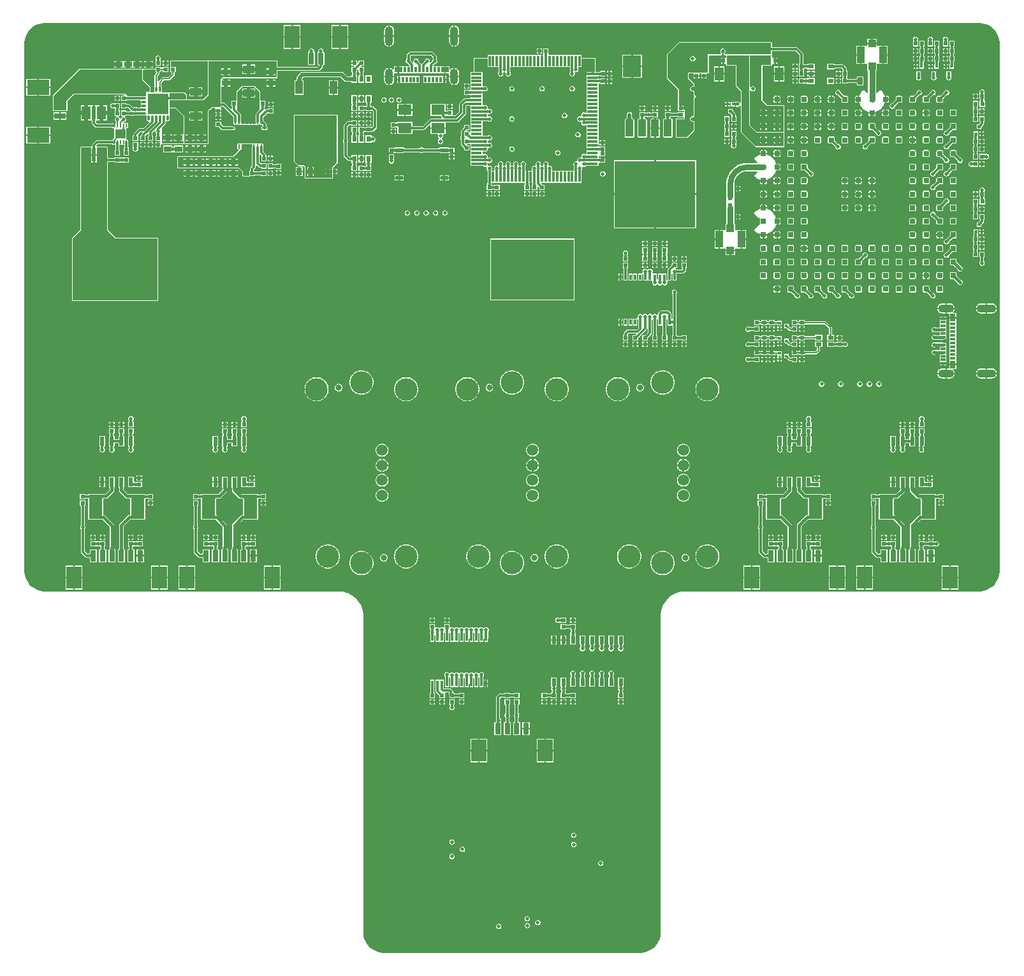
<source format=gbr>
%TF.GenerationSoftware,Altium Limited,Altium Designer,23.3.1 (30)*%
G04 Layer_Physical_Order=1*
G04 Layer_Color=255*
%FSLAX45Y45*%
%MOMM*%
%TF.SameCoordinates,E4F86091-2262-4A10-A0E3-B6E4D0D901A0*%
%TF.FilePolarity,Positive*%
%TF.FileFunction,Copper,L1,Top,Signal*%
%TF.Part,Single*%
G01*
G75*
%TA.AperFunction,Conductor*%
%ADD10C,0.77000*%
%TA.AperFunction,SMDPad,CuDef*%
%ADD11R,0.52000X0.47000*%
%ADD12R,0.47000X0.52000*%
%ADD13R,0.40000X0.40000*%
%ADD14R,0.50000X0.60000*%
%ADD15R,0.30000X0.80000*%
%ADD16R,0.40000X0.40000*%
%ADD17R,0.80000X0.50000*%
%ADD18R,0.70000X0.30000*%
%ADD19R,0.70000X1.00000*%
%ADD20R,1.00000X1.00000*%
%ADD21R,1.05000X2.20000*%
%ADD22R,0.80000X0.60000*%
%ADD23R,1.00000X0.70000*%
G04:AMPARAMS|DCode=24|XSize=0.7mm|YSize=0.7mm|CornerRadius=0.07mm|HoleSize=0mm|Usage=FLASHONLY|Rotation=90.000|XOffset=0mm|YOffset=0mm|HoleType=Round|Shape=RoundedRectangle|*
%AMROUNDEDRECTD24*
21,1,0.70000,0.56000,0,0,90.0*
21,1,0.56000,0.70000,0,0,90.0*
1,1,0.14000,0.28000,0.28000*
1,1,0.14000,0.28000,-0.28000*
1,1,0.14000,-0.28000,-0.28000*
1,1,0.14000,-0.28000,0.28000*
%
%ADD24ROUNDEDRECTD24*%
%ADD25R,1.16000X1.82000*%
%ADD26R,2.40000X2.90000*%
%ADD27R,10.66800X8.89000*%
G04:AMPARAMS|DCode=28|XSize=2.286mm|YSize=1.0668mm|CornerRadius=0.05334mm|HoleSize=0mm|Usage=FLASHONLY|Rotation=270.000|XOffset=0mm|YOffset=0mm|HoleType=Round|Shape=RoundedRectangle|*
%AMROUNDEDRECTD28*
21,1,2.28600,0.96012,0,0,270.0*
21,1,2.17932,1.06680,0,0,270.0*
1,1,0.10668,-0.48006,-1.08966*
1,1,0.10668,-0.48006,1.08966*
1,1,0.10668,0.48006,1.08966*
1,1,0.10668,0.48006,-1.08966*
%
%ADD28ROUNDEDRECTD28*%
%ADD29R,0.30000X0.70000*%
%ADD30R,0.75000X1.50000*%
%ADD31R,2.00000X3.00000*%
%ADD32R,1.50000X0.75000*%
%ADD33R,3.00000X2.00000*%
%ADD34R,1.20000X1.79000*%
%ADD35R,0.60000X1.79000*%
%ADD36R,0.25000X0.50000*%
%ADD37R,1.40000X1.30000*%
%ADD38R,2.70000X2.70000*%
G04:AMPARAMS|DCode=39|XSize=0.6mm|YSize=0.3mm|CornerRadius=0.075mm|HoleSize=0mm|Usage=FLASHONLY|Rotation=90.000|XOffset=0mm|YOffset=0mm|HoleType=Round|Shape=RoundedRectangle|*
%AMROUNDEDRECTD39*
21,1,0.60000,0.15000,0,0,90.0*
21,1,0.45000,0.30000,0,0,90.0*
1,1,0.15000,0.07500,0.22500*
1,1,0.15000,0.07500,-0.22500*
1,1,0.15000,-0.07500,-0.22500*
1,1,0.15000,-0.07500,0.22500*
%
%ADD39ROUNDEDRECTD39*%
G04:AMPARAMS|DCode=40|XSize=0.6mm|YSize=0.3mm|CornerRadius=0.075mm|HoleSize=0mm|Usage=FLASHONLY|Rotation=0.000|XOffset=0mm|YOffset=0mm|HoleType=Round|Shape=RoundedRectangle|*
%AMROUNDEDRECTD40*
21,1,0.60000,0.15000,0,0,0.0*
21,1,0.45000,0.30000,0,0,0.0*
1,1,0.15000,0.22500,-0.07500*
1,1,0.15000,-0.22500,-0.07500*
1,1,0.15000,-0.22500,0.07500*
1,1,0.15000,0.22500,0.07500*
%
%ADD40ROUNDEDRECTD40*%
%ADD41R,1.50000X1.00000*%
G04:AMPARAMS|DCode=42|XSize=0.24mm|YSize=0.6mm|CornerRadius=0.0504mm|HoleSize=0mm|Usage=FLASHONLY|Rotation=270.000|XOffset=0mm|YOffset=0mm|HoleType=Round|Shape=RoundedRectangle|*
%AMROUNDEDRECTD42*
21,1,0.24000,0.49920,0,0,270.0*
21,1,0.13920,0.60000,0,0,270.0*
1,1,0.10080,-0.24960,-0.06960*
1,1,0.10080,-0.24960,0.06960*
1,1,0.10080,0.24960,0.06960*
1,1,0.10080,0.24960,-0.06960*
%
%ADD42ROUNDEDRECTD42*%
G04:AMPARAMS|DCode=43|XSize=0.6mm|YSize=0.24mm|CornerRadius=0.0504mm|HoleSize=0mm|Usage=FLASHONLY|Rotation=270.000|XOffset=0mm|YOffset=0mm|HoleType=Round|Shape=RoundedRectangle|*
%AMROUNDEDRECTD43*
21,1,0.60000,0.13920,0,0,270.0*
21,1,0.49920,0.24000,0,0,270.0*
1,1,0.10080,-0.06960,-0.24960*
1,1,0.10080,-0.06960,0.24960*
1,1,0.10080,0.06960,0.24960*
1,1,0.10080,0.06960,-0.24960*
%
%ADD43ROUNDEDRECTD43*%
G04:AMPARAMS|DCode=44|XSize=2.05mm|YSize=3.05mm|CornerRadius=0.05125mm|HoleSize=0mm|Usage=FLASHONLY|Rotation=270.000|XOffset=0mm|YOffset=0mm|HoleType=Round|Shape=RoundedRectangle|*
%AMROUNDEDRECTD44*
21,1,2.05000,2.94750,0,0,270.0*
21,1,1.94750,3.05000,0,0,270.0*
1,1,0.10250,-1.47375,-0.97375*
1,1,0.10250,-1.47375,0.97375*
1,1,0.10250,1.47375,0.97375*
1,1,0.10250,1.47375,-0.97375*
%
%ADD44ROUNDEDRECTD44*%
%ADD45R,5.50000X5.70000*%
%ADD46R,1.00000X1.75000*%
%ADD47R,0.60000X0.80000*%
%ADD48R,1.00000X0.50000*%
%ADD49R,1.80000X1.40000*%
%ADD50R,1.40000X0.30000*%
%ADD51R,0.30000X1.40000*%
%ADD52R,0.60000X1.00000*%
%ADD53R,0.60000X1.20000*%
%ADD54R,1.79000X3.20000*%
%ADD55R,11.00000X8.00000*%
%TA.AperFunction,Conductor*%
%ADD56C,0.30000*%
%ADD57C,0.50000*%
%ADD58C,0.38100*%
%ADD59C,0.20000*%
%ADD60C,0.40000*%
%TA.AperFunction,ViaPad*%
%ADD61C,0.75000*%
%TA.AperFunction,ComponentPad*%
%ADD62O,2.10000X1.10000*%
%ADD63O,2.60000X1.10000*%
%ADD64O,1.10000X2.10000*%
%ADD65O,1.10000X2.60000*%
%TA.AperFunction,ViaPad*%
%ADD66C,5.00000*%
%TA.AperFunction,ComponentPad*%
%ADD67C,1.50000*%
%ADD68C,3.00000*%
%ADD69C,0.80000*%
%ADD70C,2.50000*%
%TA.AperFunction,ViaPad*%
%ADD71C,0.50000*%
G36*
X6217993Y11974511D02*
X6253669Y11969815D01*
X6288428Y11960501D01*
X6321674Y11946729D01*
X6352836Y11928738D01*
X6381385Y11906832D01*
X6406832Y11881385D01*
X6428736Y11852839D01*
X6446730Y11821673D01*
X6460500Y11788429D01*
X6469814Y11753669D01*
X6474511Y11717993D01*
X6474510Y11700000D01*
X6474512Y4700000D01*
X6474511Y4682007D01*
X6469815Y4646331D01*
X6460501Y4611572D01*
X6446730Y4578325D01*
X6428738Y4547163D01*
X6406831Y4518613D01*
X6381385Y4493167D01*
X6352839Y4471263D01*
X6321673Y4453269D01*
X6288428Y4439499D01*
X6253669Y4430185D01*
X6217993Y4425488D01*
X2300000D01*
X2299584Y4425405D01*
X2299166Y4425475D01*
X2279545Y4424832D01*
X2278313Y4424545D01*
X2277052Y4424627D01*
X2238146Y4419505D01*
X2236554Y4418965D01*
X2234876Y4418855D01*
X2196971Y4408699D01*
X2195463Y4407955D01*
X2193814Y4407627D01*
X2157560Y4392610D01*
X2156161Y4391675D01*
X2154569Y4391135D01*
X2120585Y4371514D01*
X2119321Y4370406D01*
X2117813Y4369662D01*
X2086680Y4345773D01*
X2085571Y4344508D01*
X2084173Y4343574D01*
X2056425Y4315827D01*
X2055491Y4314429D01*
X2054227Y4313320D01*
X2030338Y4282187D01*
X2029595Y4280679D01*
X2028486Y4279415D01*
X2008865Y4245431D01*
X2008324Y4243838D01*
X2007390Y4242440D01*
X1992373Y4206185D01*
X1992045Y4204537D01*
X1991301Y4203028D01*
X1981145Y4165124D01*
X1981035Y4163445D01*
X1980494Y4161854D01*
X1975372Y4122948D01*
X1975455Y4121686D01*
X1975168Y4120454D01*
X1974526Y4100834D01*
X1974595Y4100416D01*
X1974512Y4100000D01*
X1974511Y-100000D01*
Y-117993D01*
X1969815Y-153669D01*
X1960501Y-188428D01*
X1946729Y-221675D01*
X1928738Y-252837D01*
X1906831Y-281387D01*
X1881386Y-306832D01*
X1852838Y-328738D01*
X1821674Y-346730D01*
X1788428Y-360501D01*
X1753669Y-369815D01*
X1717991Y-374512D01*
X-1700000D01*
X-1717993Y-374512D01*
X-1753670Y-369815D01*
X-1788428Y-360501D01*
X-1821675Y-346730D01*
X-1852837Y-328739D01*
X-1881388Y-306831D01*
X-1906831Y-281388D01*
X-1928738Y-252838D01*
X-1946730Y-221675D01*
X-1960501Y-188429D01*
X-1969815Y-153670D01*
X-1974512Y-117993D01*
Y-100000D01*
Y4100000D01*
X-1974595Y4100416D01*
X-1974526Y4100834D01*
X-1975168Y4120455D01*
X-1975455Y4121686D01*
X-1975373Y4122948D01*
X-1980495Y4161854D01*
X-1981035Y4163446D01*
X-1981145Y4165124D01*
X-1991302Y4203028D01*
X-1992046Y4204537D01*
X-1992373Y4206185D01*
X-2007390Y4242440D01*
X-2008325Y4243838D01*
X-2008865Y4245431D01*
X-2028486Y4279415D01*
X-2029595Y4280679D01*
X-2030338Y4282187D01*
X-2054228Y4313320D01*
X-2055492Y4314429D01*
X-2056426Y4315827D01*
X-2084174Y4343574D01*
X-2085572Y4344508D01*
X-2086680Y4345773D01*
X-2117813Y4369662D01*
X-2119321Y4370405D01*
X-2120585Y4371514D01*
X-2154569Y4391135D01*
X-2156162Y4391675D01*
X-2157560Y4392610D01*
X-2193815Y4407627D01*
X-2195463Y4407955D01*
X-2196972Y4408699D01*
X-2234876Y4418855D01*
X-2236555Y4418965D01*
X-2238146Y4419505D01*
X-2277052Y4424627D01*
X-2278314Y4424545D01*
X-2279546Y4424832D01*
X-2299166Y4425474D01*
X-2299584Y4425405D01*
X-2300000Y4425488D01*
X-6200000Y4425488D01*
X-6217992D01*
X-6253671Y4430185D01*
X-6288428Y4439499D01*
X-6321675Y4453270D01*
X-6352837Y4471261D01*
X-6381387Y4493168D01*
X-6406832Y4518614D01*
X-6428738Y4547162D01*
X-6446730Y4578326D01*
X-6460501Y4611571D01*
X-6469815Y4646331D01*
X-6474512Y4682008D01*
Y4700000D01*
Y11700000D01*
Y11717991D01*
X-6469815Y11753671D01*
X-6460501Y11788427D01*
X-6446730Y11821675D01*
X-6428739Y11852837D01*
X-6406832Y11881386D01*
X-6381387Y11906831D01*
X-6352838Y11928738D01*
X-6321674Y11946730D01*
X-6288429Y11960501D01*
X-6253671Y11969814D01*
X-6217993Y11974511D01*
X6200000D01*
X6217993Y11974511D01*
D02*
G37*
%LPC*%
G36*
X-757999Y11939244D02*
Y11810002D01*
X-702439D01*
Y11875000D01*
X-704673Y11891969D01*
X-711223Y11907780D01*
X-721642Y11921358D01*
X-735220Y11931777D01*
X-751032Y11938327D01*
X-757999Y11939244D01*
D02*
G37*
G36*
X-777999Y11939244D02*
X-784968Y11938327D01*
X-800780Y11931777D01*
X-814358Y11921358D01*
X-824777Y11907780D01*
X-831327Y11891969D01*
X-833561Y11875000D01*
Y11810002D01*
X-777999D01*
Y11939244D01*
D02*
G37*
G36*
X-1622002Y11939245D02*
Y11810000D01*
X-1566439D01*
Y11875000D01*
X-1568673Y11891969D01*
X-1575223Y11907780D01*
X-1585641Y11921358D01*
X-1599219Y11931777D01*
X-1615031Y11938327D01*
X-1622002Y11939245D01*
D02*
G37*
G36*
X-1642002Y11939244D02*
X-1648968Y11938327D01*
X-1664780Y11931777D01*
X-1678358Y11921358D01*
X-1688777Y11907780D01*
X-1695327Y11891969D01*
X-1697560Y11875000D01*
Y11810000D01*
X-1642002D01*
Y11939244D01*
D02*
G37*
G36*
X-2172500Y11950000D02*
X-2272502D01*
Y11799999D01*
X-2172500D01*
Y11950000D01*
D02*
G37*
G36*
X-2807500D02*
X-2907502D01*
Y11799999D01*
X-2807500D01*
Y11950000D01*
D02*
G37*
G36*
X-2292502D02*
X-2392500D01*
Y11799999D01*
X-2292502D01*
Y11950000D01*
D02*
G37*
G36*
X-2927502D02*
X-3027500D01*
Y11799999D01*
X-2927502D01*
Y11950000D01*
D02*
G37*
G36*
X4839999Y11760000D02*
X4790000D01*
Y11710000D01*
X4839999D01*
Y11760000D01*
D02*
G37*
G36*
X4770000D02*
X4720000D01*
Y11710000D01*
X4770000D01*
Y11760000D01*
D02*
G37*
G36*
X5763962Y11792000D02*
X5750038D01*
X5737174Y11786672D01*
X5727329Y11776826D01*
X5722000Y11763962D01*
Y11750038D01*
X5722693Y11748366D01*
X5723500Y11736000D01*
X5722981Y11725695D01*
X5723366Y11724765D01*
X5723177Y11723647D01*
X5723500Y11723157D01*
Y11664000D01*
X5790500D01*
Y11723156D01*
X5790824Y11723647D01*
X5790634Y11724766D01*
X5791019Y11725695D01*
X5790500Y11736000D01*
X5791307Y11748366D01*
X5792000Y11750038D01*
Y11763962D01*
X5786672Y11776826D01*
X5776826Y11786672D01*
X5763962Y11792000D01*
D02*
G37*
G36*
X5563962D02*
X5550038D01*
X5537174Y11786672D01*
X5527329Y11776826D01*
X5522000Y11763962D01*
Y11750038D01*
X5522693Y11748366D01*
X5523500Y11736000D01*
X5522981Y11725695D01*
X5523366Y11724765D01*
X5523176Y11723647D01*
X5523500Y11723157D01*
Y11664000D01*
X5590500D01*
Y11723156D01*
X5590824Y11723647D01*
X5590634Y11724766D01*
X5591019Y11725695D01*
X5590500Y11736000D01*
X5591307Y11748366D01*
X5592000Y11750038D01*
Y11763962D01*
X5586672Y11776826D01*
X5576826Y11786672D01*
X5563962Y11792000D01*
D02*
G37*
G36*
X5363962D02*
X5350038D01*
X5337174Y11786672D01*
X5327329Y11776826D01*
X5322000Y11763962D01*
Y11750038D01*
X5322693Y11748366D01*
X5323500Y11736000D01*
X5322981Y11725695D01*
X5323366Y11724765D01*
X5323177Y11723647D01*
X5323500Y11723157D01*
Y11664000D01*
X5390500D01*
Y11723156D01*
X5390824Y11723647D01*
X5390634Y11724766D01*
X5391019Y11725695D01*
X5390500Y11736000D01*
X5391307Y11748366D01*
X5392000Y11750038D01*
Y11763962D01*
X5386672Y11776826D01*
X5376826Y11786672D01*
X5363962Y11792000D01*
D02*
G37*
G36*
X5876500Y11736000D02*
X5809500D01*
Y11676844D01*
X5809176Y11676353D01*
X5809364Y11675231D01*
X5808980Y11674305D01*
X5809500Y11664000D01*
X5815268D01*
Y11664000D01*
X5815270D01*
X5816908Y11652365D01*
X5817020Y11650719D01*
X5816926Y11647634D01*
X5815270Y11636000D01*
X5815268D01*
Y11636000D01*
X5809500D01*
X5808980Y11625695D01*
X5809365Y11624768D01*
X5809176Y11623647D01*
X5809500Y11623157D01*
Y11576843D01*
X5809176Y11576353D01*
X5809364Y11575231D01*
X5808980Y11574305D01*
X5809500Y11563999D01*
X5815268D01*
Y11564000D01*
X5815270D01*
X5816908Y11552365D01*
X5817020Y11550719D01*
X5816926Y11547634D01*
X5815270Y11536000D01*
X5815268D01*
Y11536001D01*
X5809500D01*
X5808980Y11525695D01*
X5809365Y11524769D01*
X5809176Y11523647D01*
X5809500Y11523157D01*
Y11477433D01*
X5809409Y11477319D01*
X5809500Y11476500D01*
X5809500Y11475558D01*
X5808980Y11474305D01*
X5809500Y11464000D01*
X5813250D01*
X5814376Y11449532D01*
X5814423Y11444546D01*
X5814356Y11439402D01*
X5813800Y11430448D01*
X5813379Y11427294D01*
X5812913Y11425000D01*
X5807500D01*
X5806980Y11414695D01*
X5807431Y11413607D01*
X5807216Y11412450D01*
X5807500Y11412036D01*
Y11365000D01*
X5867500D01*
Y11412300D01*
X5867501Y11413442D01*
X5868020Y11414695D01*
X5867501Y11425000D01*
X5867024D01*
X5866092Y11439364D01*
X5866075Y11444283D01*
X5866176Y11449552D01*
X5866376Y11452653D01*
X5870730Y11464000D01*
X5870733D01*
Y11464000D01*
X5876500Y11464000D01*
X5877020Y11474305D01*
X5876868Y11474670D01*
X5876909Y11475851D01*
X5876500Y11476538D01*
Y11523157D01*
X5876824Y11523647D01*
X5876636Y11524769D01*
X5877020Y11525695D01*
X5876500Y11536001D01*
X5870732D01*
Y11536000D01*
X5870730D01*
X5869092Y11547635D01*
X5868980Y11549281D01*
X5869074Y11552366D01*
X5870730Y11564000D01*
X5870732D01*
Y11563999D01*
X5876500D01*
X5877020Y11574305D01*
X5876635Y11575231D01*
X5876824Y11576353D01*
X5876500Y11576843D01*
Y11623156D01*
X5876824Y11623647D01*
X5876636Y11624769D01*
X5877020Y11625695D01*
X5876500Y11636000D01*
X5870732D01*
Y11636000D01*
X5870730D01*
X5869092Y11647635D01*
X5868980Y11649281D01*
X5869074Y11652366D01*
X5870730Y11664000D01*
X5870732D01*
Y11664000D01*
X5876500D01*
X5877020Y11674305D01*
X5876635Y11675231D01*
X5876824Y11676353D01*
X5876500Y11676843D01*
Y11736000D01*
D02*
G37*
G36*
X5676500D02*
X5609500D01*
Y11676844D01*
X5609175Y11676353D01*
X5609364Y11675231D01*
X5608980Y11674305D01*
X5609500Y11664000D01*
X5615268D01*
Y11664000D01*
X5615269D01*
X5616907Y11652365D01*
X5617020Y11650719D01*
X5616926Y11647634D01*
X5615269Y11636000D01*
X5615268D01*
Y11636000D01*
X5609500D01*
X5608980Y11625695D01*
X5609364Y11624768D01*
X5609176Y11623647D01*
X5609500Y11623157D01*
Y11576843D01*
X5609175Y11576353D01*
X5609364Y11575231D01*
X5608980Y11574305D01*
X5609500Y11563999D01*
X5615268D01*
Y11564000D01*
X5615269D01*
X5616907Y11552365D01*
X5617020Y11550719D01*
X5616926Y11547634D01*
X5615269Y11536000D01*
X5615268D01*
Y11536001D01*
X5609500D01*
X5608980Y11525695D01*
X5609364Y11524769D01*
X5609176Y11523647D01*
X5609500Y11523157D01*
Y11477433D01*
X5609409Y11477319D01*
X5609500Y11476500D01*
X5609500Y11475558D01*
X5608980Y11474305D01*
X5609500Y11464000D01*
X5613250D01*
X5614376Y11449532D01*
X5614423Y11444546D01*
X5614356Y11439402D01*
X5613800Y11430448D01*
X5613379Y11427294D01*
X5612913Y11425000D01*
X5607500D01*
X5606980Y11414695D01*
X5607431Y11413607D01*
X5607216Y11412450D01*
X5607500Y11412036D01*
Y11365000D01*
X5667500D01*
Y11412300D01*
X5667500Y11413442D01*
X5668020Y11414695D01*
X5667500Y11425000D01*
X5667024D01*
X5666092Y11439364D01*
X5666075Y11444283D01*
X5666176Y11449552D01*
X5666376Y11452653D01*
X5670730Y11464000D01*
X5670733D01*
Y11464000D01*
X5676500Y11464000D01*
X5677020Y11474305D01*
X5676868Y11474670D01*
X5676909Y11475851D01*
X5676500Y11476538D01*
Y11523157D01*
X5676824Y11523647D01*
X5676636Y11524769D01*
X5677020Y11525695D01*
X5676500Y11536001D01*
X5670732D01*
Y11536000D01*
X5670730D01*
X5669092Y11547635D01*
X5668980Y11549281D01*
X5669073Y11552366D01*
X5670730Y11564000D01*
X5670732D01*
Y11563999D01*
X5676500D01*
X5677020Y11574305D01*
X5676635Y11575231D01*
X5676824Y11576353D01*
X5676500Y11576843D01*
Y11623156D01*
X5676824Y11623647D01*
X5676636Y11624769D01*
X5677020Y11625695D01*
X5676500Y11636000D01*
X5670732D01*
Y11636000D01*
X5670730D01*
X5669092Y11647635D01*
X5668980Y11649281D01*
X5669073Y11652366D01*
X5670730Y11664000D01*
X5670732D01*
Y11664000D01*
X5676500D01*
X5677020Y11674305D01*
X5676635Y11675231D01*
X5676824Y11676353D01*
X5676500Y11676843D01*
Y11736000D01*
D02*
G37*
G36*
X5476500D02*
X5409500D01*
Y11676844D01*
X5409176Y11676353D01*
X5409364Y11675231D01*
X5408980Y11674305D01*
X5409500Y11664000D01*
X5415268D01*
Y11664000D01*
X5415270D01*
X5416908Y11652365D01*
X5417020Y11650719D01*
X5416926Y11647634D01*
X5415270Y11636000D01*
X5415268D01*
Y11636000D01*
X5409500D01*
X5408980Y11625695D01*
X5409365Y11624768D01*
X5409176Y11623647D01*
X5409500Y11623157D01*
Y11576843D01*
X5409176Y11576353D01*
X5409364Y11575231D01*
X5408980Y11574305D01*
X5409500Y11563999D01*
X5415268D01*
Y11564000D01*
X5415270D01*
X5416908Y11552365D01*
X5417020Y11550719D01*
X5416926Y11547634D01*
X5415270Y11536000D01*
X5415268D01*
Y11536001D01*
X5409500D01*
X5408980Y11525695D01*
X5409365Y11524769D01*
X5409176Y11523647D01*
X5409500Y11523157D01*
Y11477433D01*
X5409409Y11477319D01*
X5409500Y11476500D01*
X5409500Y11475558D01*
X5408980Y11474305D01*
X5409500Y11464000D01*
X5413250D01*
X5414376Y11449532D01*
X5414423Y11444546D01*
X5414356Y11439402D01*
X5413800Y11430448D01*
X5413379Y11427294D01*
X5412913Y11425000D01*
X5407500D01*
X5406980Y11414695D01*
X5407431Y11413607D01*
X5407217Y11412450D01*
X5407500Y11412036D01*
Y11365000D01*
X5467500D01*
Y11412300D01*
X5467501Y11413442D01*
X5468020Y11414695D01*
X5467501Y11425000D01*
X5467024D01*
X5466092Y11439364D01*
X5466075Y11444283D01*
X5466177Y11449552D01*
X5466376Y11452653D01*
X5470730Y11464000D01*
X5470733D01*
Y11464000D01*
X5476500Y11464000D01*
X5477020Y11474305D01*
X5476868Y11474670D01*
X5476909Y11475851D01*
X5476500Y11476538D01*
Y11523157D01*
X5476824Y11523647D01*
X5476636Y11524769D01*
X5477020Y11525695D01*
X5476500Y11536001D01*
X5470732D01*
Y11536000D01*
X5470730D01*
X5469092Y11547635D01*
X5468980Y11549281D01*
X5469074Y11552366D01*
X5470730Y11564000D01*
X5470732D01*
Y11563999D01*
X5476500D01*
X5477020Y11574305D01*
X5476635Y11575231D01*
X5476824Y11576353D01*
X5476500Y11576843D01*
Y11623156D01*
X5476824Y11623647D01*
X5476636Y11624769D01*
X5477020Y11625695D01*
X5476500Y11636000D01*
X5470732D01*
Y11636000D01*
X5470730D01*
X5469092Y11647635D01*
X5468980Y11649281D01*
X5469074Y11652366D01*
X5470730Y11664000D01*
X5470732D01*
Y11664000D01*
X5476500D01*
X5477020Y11674305D01*
X5476635Y11675231D01*
X5476824Y11676353D01*
X5476500Y11676843D01*
Y11736000D01*
D02*
G37*
G36*
X-1642002Y11790000D02*
X-1697560D01*
Y11725000D01*
X-1695327Y11708031D01*
X-1688777Y11692220D01*
X-1678358Y11678642D01*
X-1664780Y11668223D01*
X-1648968Y11661673D01*
X-1642002Y11660756D01*
Y11790000D01*
D02*
G37*
G36*
X-702439Y11790002D02*
X-757999D01*
Y11660756D01*
X-751032Y11661673D01*
X-735220Y11668223D01*
X-721642Y11678642D01*
X-711223Y11692220D01*
X-704673Y11708031D01*
X-702439Y11725000D01*
Y11790002D01*
D02*
G37*
G36*
X-777999D02*
X-833561D01*
Y11725000D01*
X-831327Y11708031D01*
X-824777Y11692220D01*
X-814358Y11678642D01*
X-800780Y11668223D01*
X-784968Y11661673D01*
X-777999Y11660756D01*
Y11790002D01*
D02*
G37*
G36*
X-1566439Y11790000D02*
X-1622002D01*
Y11660755D01*
X-1615031Y11661673D01*
X-1599219Y11668223D01*
X-1585641Y11678642D01*
X-1575223Y11692220D01*
X-1568673Y11708031D01*
X-1566439Y11725000D01*
Y11790000D01*
D02*
G37*
G36*
X-2172500Y11779999D02*
X-2272502D01*
Y11630000D01*
X-2172500D01*
Y11779999D01*
D02*
G37*
G36*
X-2292502D02*
X-2392500D01*
Y11630000D01*
X-2292502D01*
Y11779999D01*
D02*
G37*
G36*
X-2807500D02*
X-2907502D01*
Y11630000D01*
X-2807500D01*
Y11779999D01*
D02*
G37*
G36*
X-2927502D02*
X-3027500D01*
Y11630000D01*
X-2927502D01*
Y11779999D01*
D02*
G37*
G36*
X5790500Y11636000D02*
X5767000D01*
Y11610000D01*
X5790500D01*
Y11636000D01*
D02*
G37*
G36*
X5747000D02*
X5723500D01*
Y11610000D01*
X5747000D01*
Y11636000D01*
D02*
G37*
G36*
X5590500D02*
X5567000D01*
Y11610000D01*
X5590500D01*
Y11636000D01*
D02*
G37*
G36*
X5547000D02*
X5523500D01*
Y11610000D01*
X5547000D01*
Y11636000D01*
D02*
G37*
G36*
X5390500D02*
X5367000D01*
Y11610000D01*
X5390500D01*
Y11636000D01*
D02*
G37*
G36*
X5347000D02*
X5323500D01*
Y11610000D01*
X5347000D01*
Y11636000D01*
D02*
G37*
G36*
X397500D02*
X374000D01*
Y11610000D01*
X397500D01*
Y11636000D01*
D02*
G37*
G36*
X354000D02*
X330500D01*
Y11610000D01*
X354000D01*
Y11636000D01*
D02*
G37*
G36*
X5790500Y11590000D02*
X5767000D01*
Y11564000D01*
X5790500D01*
Y11590000D01*
D02*
G37*
G36*
X5747000D02*
X5723500D01*
Y11564000D01*
X5747000D01*
Y11590000D01*
D02*
G37*
G36*
X5590500D02*
X5567000D01*
Y11564000D01*
X5590500D01*
Y11590000D01*
D02*
G37*
G36*
X5547000D02*
X5523500D01*
Y11564000D01*
X5547000D01*
Y11590000D01*
D02*
G37*
G36*
X5390500D02*
X5367000D01*
Y11564000D01*
X5390500D01*
Y11590000D01*
D02*
G37*
G36*
X5347000D02*
X5323500D01*
Y11564000D01*
X5347000D01*
Y11590000D01*
D02*
G37*
G36*
X397500D02*
X374000D01*
Y11564000D01*
X397500D01*
Y11590000D01*
D02*
G37*
G36*
X354000D02*
X330500D01*
Y11564000D01*
X354000D01*
Y11590000D01*
D02*
G37*
G36*
X4989999Y11670000D02*
X4937499D01*
Y11560000D01*
X4989999D01*
Y11670000D01*
D02*
G37*
G36*
X4622499D02*
X4569999D01*
Y11560000D01*
X4622499D01*
Y11670000D01*
D02*
G37*
G36*
X5790500Y11536000D02*
X5767000D01*
Y11510000D01*
X5790500D01*
Y11536000D01*
D02*
G37*
G36*
X5747000D02*
X5723500D01*
Y11510000D01*
X5747000D01*
Y11536000D01*
D02*
G37*
G36*
X5590500D02*
X5567000D01*
Y11510000D01*
X5590500D01*
Y11536000D01*
D02*
G37*
G36*
X5547000D02*
X5523500D01*
Y11510000D01*
X5547000D01*
Y11536000D01*
D02*
G37*
G36*
X5390500D02*
X5367000D01*
Y11510000D01*
X5390500D01*
Y11536000D01*
D02*
G37*
G36*
X5347000D02*
X5323500D01*
Y11510000D01*
X5347000D01*
Y11536000D01*
D02*
G37*
G36*
X2797000Y11507250D02*
X2773500D01*
Y11481250D01*
X2797000D01*
Y11507250D01*
D02*
G37*
G36*
X3503000D02*
Y11481249D01*
X3526500D01*
Y11507250D01*
X3503000D01*
D02*
G37*
G36*
X483500Y11636000D02*
X416500D01*
Y11576843D01*
X416176Y11576353D01*
X416365Y11575232D01*
X415980Y11574305D01*
X416500Y11564000D01*
X415952Y11551527D01*
X414871Y11550000D01*
X410000D01*
Y11470000D01*
X390000D01*
Y11550000D01*
X387700D01*
X375001Y11550000D01*
Y11550000D01*
X374999D01*
Y11550000D01*
X237700D01*
X225001Y11550000D01*
Y11550000D01*
X224999D01*
Y11550000D01*
X137700D01*
X125001Y11550000D01*
Y11550000D01*
X124999D01*
Y11550000D01*
X-25000D01*
Y11550000D01*
X-37700Y11550000D01*
X-112300D01*
X-124999Y11550000D01*
Y11550000D01*
X-125001D01*
Y11550000D01*
X-262300D01*
X-274999Y11550000D01*
Y11550000D01*
X-275001D01*
Y11550000D01*
X-325000D01*
Y11510824D01*
X-500000D01*
X-507654Y11507654D01*
X-510824Y11500000D01*
Y11325000D01*
X-550000D01*
Y11287700D01*
X-550000Y11275001D01*
X-550000D01*
Y11274999D01*
X-550000D01*
Y11225000D01*
Y11125000D01*
X-550000D01*
X-550000Y11112300D01*
Y11087053D01*
X-551817Y11084747D01*
X-564000Y11083500D01*
X-574305Y11084019D01*
X-575233Y11083635D01*
X-576353Y11083824D01*
X-576843Y11083500D01*
X-636000D01*
Y11016500D01*
X-576844D01*
X-576353Y11016176D01*
X-575233Y11016365D01*
X-574305Y11015981D01*
X-564000Y11016500D01*
X-551527Y11015952D01*
X-550000Y11014871D01*
Y11009999D01*
X-470002D01*
Y10989999D01*
X-550000D01*
Y10975490D01*
X-619700D01*
X-629454Y10973549D01*
X-637724Y10968024D01*
X-691124Y10914624D01*
X-696649Y10906355D01*
X-698590Y10896600D01*
Y10798626D01*
X-751026Y10746190D01*
X-789500D01*
Y10810900D01*
X-848656D01*
X-849147Y10811224D01*
X-850266Y10811034D01*
X-851195Y10811419D01*
X-861500Y10810900D01*
X-868394Y10807116D01*
X-880000Y10813869D01*
Y10900000D01*
X-1080000D01*
Y10740000D01*
X-936305D01*
X-936203Y10734788D01*
X-935516Y10733218D01*
X-933930Y10725245D01*
X-929684Y10718890D01*
X-933381Y10706190D01*
X-1074655D01*
X-1084410Y10704249D01*
X-1092679Y10698724D01*
X-1185913Y10605490D01*
X-1299280D01*
X-1300023Y10605820D01*
X-1305454Y10605962D01*
X-1309861Y10606347D01*
X-1313478Y10606943D01*
X-1316261Y10607685D01*
X-1318170Y10608458D01*
X-1319232Y10609101D01*
X-1319618Y10609455D01*
X-1319659Y10609517D01*
X-1319679Y10609573D01*
X-1319846Y10611144D01*
X-1320000Y10611427D01*
Y10660000D01*
X-1507300D01*
X-1507584Y10660000D01*
X-1508349Y10660436D01*
X-1509398Y10660397D01*
X-1509695Y10660520D01*
X-1520000Y10660000D01*
Y10658749D01*
X-1530093Y10652703D01*
X-1532700Y10652308D01*
X-1538800Y10655600D01*
X-1549105Y10656119D01*
X-1550034Y10655734D01*
X-1551153Y10655924D01*
X-1551643Y10655600D01*
X-1610800D01*
Y10588600D01*
X-1551644D01*
X-1551153Y10588276D01*
X-1550034Y10588466D01*
X-1549105Y10588081D01*
X-1538800Y10588600D01*
X-1533121Y10591679D01*
X-1530359Y10591524D01*
X-1520000Y10584792D01*
Y10500000D01*
X-1320000D01*
Y10548574D01*
X-1319846Y10548856D01*
X-1319679Y10550426D01*
X-1319659Y10550483D01*
X-1319618Y10550545D01*
X-1319232Y10550899D01*
X-1318170Y10551542D01*
X-1316262Y10552315D01*
X-1313480Y10553056D01*
X-1309861Y10553653D01*
X-1305454Y10554038D01*
X-1300023Y10554180D01*
X-1299280Y10554510D01*
X-1175355D01*
X-1165600Y10556451D01*
X-1157331Y10561976D01*
X-1091733Y10627574D01*
X-1080000Y10622714D01*
Y10589999D01*
X-980001D01*
X-880000D01*
Y10655210D01*
X-723900D01*
X-714145Y10657151D01*
X-705876Y10662676D01*
X-615076Y10753476D01*
X-609551Y10761745D01*
X-607610Y10771500D01*
Y10869474D01*
X-602574Y10874510D01*
X-550000D01*
Y10787700D01*
X-550000Y10775001D01*
X-550000D01*
Y10774999D01*
X-550000D01*
Y10725000D01*
Y10637700D01*
X-550000Y10625001D01*
X-550000D01*
Y10624999D01*
X-550000D01*
Y10537700D01*
X-550000Y10525001D01*
X-550000D01*
Y10524999D01*
X-550000D01*
Y10523098D01*
X-562700Y10516618D01*
X-564000Y10517560D01*
Y10517978D01*
X-563481Y10519231D01*
X-563821Y10520054D01*
X-563613Y10520920D01*
X-564000Y10521552D01*
Y10533500D01*
X-597048D01*
X-602079Y10545277D01*
X-594656Y10552500D01*
X-583786D01*
X-583269Y10552285D01*
X-582751Y10552500D01*
X-581872D01*
X-581548Y10552423D01*
X-581423Y10552500D01*
X-564000D01*
Y10619499D01*
X-636000D01*
Y10607077D01*
X-636077Y10606952D01*
X-636000Y10606628D01*
Y10605749D01*
X-636214Y10605231D01*
X-636000Y10604713D01*
Y10592934D01*
X-637254Y10590763D01*
X-640121Y10586673D01*
X-648965Y10576253D01*
X-654692Y10570325D01*
X-654999Y10569549D01*
X-669024Y10555523D01*
X-674549Y10547254D01*
X-676490Y10537499D01*
Y10475508D01*
X-682172Y10469826D01*
X-687500Y10456962D01*
Y10443038D01*
X-682172Y10430174D01*
X-679338Y10427340D01*
X-679348Y10427191D01*
X-679232Y10426850D01*
X-679223Y10426728D01*
X-679125Y10426529D01*
X-679005Y10426033D01*
X-678886Y10425344D01*
X-678346Y10417398D01*
X-678324Y10414904D01*
X-677990Y10414118D01*
Y10364000D01*
X-676049Y10354246D01*
X-670524Y10345977D01*
X-655113Y10330566D01*
X-654840Y10329830D01*
X-644081Y10318244D01*
X-640314Y10313534D01*
X-637400Y10309346D01*
X-636000Y10306896D01*
Y10296022D01*
X-636519Y10294769D01*
X-636179Y10293946D01*
X-636387Y10293080D01*
X-636000Y10292448D01*
Y10280500D01*
X-564000D01*
Y10347500D01*
X-580949D01*
X-581580Y10347887D01*
X-582446Y10347679D01*
X-583269Y10348019D01*
X-584522Y10347500D01*
X-594212D01*
X-600507Y10354131D01*
X-595762Y10366500D01*
X-576844D01*
X-576353Y10366176D01*
X-575233Y10366365D01*
X-574305Y10365981D01*
X-564000Y10366500D01*
X-551527Y10365952D01*
X-550000Y10364871D01*
Y10287700D01*
X-550000Y10275001D01*
X-550000D01*
Y10274999D01*
X-550000D01*
Y10225000D01*
Y10137700D01*
X-550000Y10125001D01*
X-550000D01*
Y10124999D01*
X-550000D01*
Y10075000D01*
X-472462D01*
X-470000Y10074510D01*
X-391182D01*
X-390396Y10074176D01*
X-387751Y10074153D01*
X-383359Y10073974D01*
X-380136Y10073645D01*
X-379267Y10073495D01*
X-378771Y10073375D01*
X-378573Y10073277D01*
X-378450Y10073268D01*
X-378109Y10073152D01*
X-377960Y10073162D01*
X-375126Y10070328D01*
X-362262Y10065000D01*
X-348338D01*
X-342162Y10067558D01*
X-332442Y10057838D01*
X-335000Y10051662D01*
Y10037738D01*
X-329672Y10024874D01*
X-326838Y10022040D01*
X-326848Y10021891D01*
X-326732Y10021550D01*
X-326724Y10021428D01*
X-326625Y10021229D01*
X-326505Y10020733D01*
X-326386Y10020044D01*
X-325846Y10012098D01*
X-325824Y10009604D01*
X-325490Y10008818D01*
Y9930000D01*
Y9847160D01*
X-325822Y9846398D01*
X-325925Y9840934D01*
X-326117Y9837875D01*
X-330231Y9826500D01*
X-330234D01*
X-330233Y9826500D01*
X-336001Y9826500D01*
X-336520Y9816195D01*
X-336363Y9815817D01*
X-336404Y9814614D01*
X-336000Y9813940D01*
Y9759500D01*
X-276844D01*
X-276353Y9759176D01*
X-275231Y9759364D01*
X-274305Y9758980D01*
X-264000Y9759500D01*
Y9765268D01*
X-264000D01*
Y9765270D01*
X-252365Y9766908D01*
X-250719Y9767020D01*
X-247633Y9766926D01*
X-236000Y9765270D01*
Y9765268D01*
X-236000D01*
Y9759500D01*
X-225695Y9758980D01*
X-224768Y9759365D01*
X-223647Y9759176D01*
X-223157Y9759500D01*
X-164000D01*
Y9826500D01*
X-223156D01*
X-223647Y9826824D01*
X-224769Y9826636D01*
X-225695Y9827020D01*
X-236000Y9826500D01*
Y9820732D01*
X-236000D01*
Y9820730D01*
X-247635Y9819092D01*
X-249281Y9818980D01*
X-254450Y9819137D01*
X-258322Y9819489D01*
X-261535Y9819962D01*
X-263904Y9820491D01*
X-264000Y9820523D01*
Y9826500D01*
X-268739D01*
X-272791Y9838765D01*
X-268271Y9845733D01*
X-263222Y9849780D01*
X-262510Y9850000D01*
X-137700D01*
X-125001Y9850000D01*
Y9850000D01*
X-124999D01*
Y9850000D01*
X-37700D01*
X-25001Y9850000D01*
Y9850000D01*
X-24999D01*
Y9850000D01*
X112300D01*
X124999Y9850000D01*
Y9850000D01*
X125001D01*
Y9850000D01*
X162510D01*
X163215Y9849782D01*
X168373Y9845580D01*
X172911Y9838715D01*
X171094Y9831651D01*
X168874Y9826500D01*
X163999Y9826500D01*
X163480Y9816195D01*
X163637Y9815817D01*
X163596Y9814614D01*
X164000Y9813940D01*
Y9759500D01*
X236000D01*
Y9813800D01*
X236000Y9813940D01*
X236404Y9814614D01*
X236363Y9815817D01*
X236520Y9816195D01*
X236000Y9826500D01*
X231261D01*
X228836Y9832161D01*
X227209Y9838765D01*
X231729Y9845733D01*
X236778Y9849780D01*
X237490Y9850000D01*
X240000D01*
Y9930000D01*
X260000D01*
Y9850000D01*
X262510D01*
X263215Y9849782D01*
X268373Y9845580D01*
X272911Y9838715D01*
X271094Y9831651D01*
X268874Y9826500D01*
X263999Y9826500D01*
X263480Y9816195D01*
X263637Y9815817D01*
X263596Y9814614D01*
X264000Y9813940D01*
Y9759500D01*
X336000D01*
Y9800031D01*
X348700Y9805023D01*
X355992Y9797181D01*
X359794Y9792448D01*
X362746Y9788235D01*
X364000Y9786065D01*
Y9774286D01*
X363786Y9773769D01*
X364000Y9773251D01*
Y9772372D01*
X363923Y9772048D01*
X364000Y9771923D01*
Y9759500D01*
X436000D01*
Y9826500D01*
X418577D01*
X418452Y9826577D01*
X418128Y9826500D01*
X417249D01*
X416731Y9826714D01*
X416214Y9826500D01*
X404435D01*
X402264Y9827754D01*
X398173Y9830621D01*
X390304Y9837300D01*
X392392Y9846092D01*
X395127Y9850000D01*
X462300D01*
X474999Y9850000D01*
Y9850000D01*
X475001D01*
Y9850000D01*
X612300D01*
X624999Y9850000D01*
Y9850000D01*
X625001D01*
Y9850000D01*
X712300D01*
X724999Y9850000D01*
Y9850000D01*
X725001D01*
Y9850000D01*
X862300D01*
X874999Y9850000D01*
Y9850000D01*
X875001D01*
Y9850000D01*
X925000D01*
Y9927538D01*
X925490Y9930000D01*
Y10008818D01*
X925823Y10009604D01*
X925847Y10012249D01*
X926026Y10016641D01*
X926355Y10019864D01*
X926505Y10020733D01*
X926625Y10021229D01*
X926723Y10021428D01*
X926732Y10021550D01*
X926848Y10021891D01*
X926838Y10022040D01*
X929671Y10024874D01*
X935000Y10037738D01*
Y10051662D01*
X932442Y10057838D01*
X942162Y10067558D01*
X948338Y10065000D01*
X962262D01*
X975126Y10070328D01*
X977960Y10073162D01*
X978109Y10073152D01*
X978450Y10073268D01*
X978572Y10073277D01*
X978771Y10073375D01*
X979267Y10073495D01*
X979956Y10073614D01*
X987902Y10074154D01*
X990396Y10074176D01*
X991182Y10074510D01*
X1070000D01*
X1072462Y10075000D01*
X1150000D01*
Y10112947D01*
X1151816Y10115253D01*
X1164000Y10116500D01*
X1174305Y10115981D01*
X1175233Y10116365D01*
X1176353Y10116176D01*
X1176843Y10116500D01*
X1236000D01*
Y10183500D01*
X1176844D01*
X1176353Y10183824D01*
X1175233Y10183635D01*
X1174305Y10184020D01*
X1164000Y10183500D01*
X1151527Y10184048D01*
X1150000Y10185129D01*
Y10251322D01*
X1159343Y10259121D01*
X1162700Y10259813D01*
X1163481Y10259195D01*
X1163650Y10258787D01*
X1163597Y10257614D01*
X1164000Y10256940D01*
Y10202500D01*
X1236000D01*
Y10256940D01*
X1236404Y10257614D01*
X1236363Y10258817D01*
X1236519Y10259195D01*
X1236000Y10269500D01*
X1236519Y10276805D01*
X1236350Y10277213D01*
X1236403Y10278386D01*
X1236000Y10279059D01*
Y10333500D01*
X1176843D01*
X1176352Y10333824D01*
X1175232Y10333635D01*
X1174305Y10334019D01*
X1164000Y10333500D01*
X1151527Y10334048D01*
X1150000Y10335129D01*
Y10339999D01*
X1069998D01*
Y10359999D01*
X1150000D01*
Y10362300D01*
X1150000Y10374999D01*
X1150000D01*
Y10375001D01*
X1150000D01*
Y10425000D01*
Y10512300D01*
X1150000Y10524999D01*
X1150000D01*
Y10525001D01*
X1150000D01*
Y10625000D01*
X1150000D01*
X1150000Y10637700D01*
Y10762300D01*
X1150000Y10774999D01*
X1150000D01*
Y10775001D01*
X1150000D01*
Y10862300D01*
X1150000Y10874999D01*
X1150000D01*
Y10875001D01*
X1150000D01*
Y10925000D01*
Y11012300D01*
X1150000Y11024999D01*
X1150000D01*
Y11025001D01*
X1150000D01*
Y11112300D01*
X1150000Y11124999D01*
X1150000D01*
Y11125001D01*
X1150000D01*
Y11162510D01*
X1150217Y11163215D01*
X1154420Y11168373D01*
X1161285Y11172911D01*
X1168350Y11171094D01*
X1173500Y11168875D01*
X1173500Y11164000D01*
X1183805Y11163480D01*
X1184183Y11163637D01*
X1185386Y11163596D01*
X1186060Y11164000D01*
X1240500D01*
Y11236000D01*
X1186200D01*
X1186060Y11236000D01*
X1185386Y11236404D01*
X1184183Y11236363D01*
X1183805Y11236520D01*
X1173500Y11236000D01*
Y11231261D01*
X1167840Y11228836D01*
X1161235Y11227209D01*
X1154267Y11231729D01*
X1150220Y11236778D01*
X1150000Y11237490D01*
Y11239998D01*
X1069999D01*
Y11259998D01*
X1150000D01*
Y11262510D01*
X1150217Y11263215D01*
X1154420Y11268373D01*
X1161285Y11272911D01*
X1168350Y11271094D01*
X1173500Y11268875D01*
X1173500Y11264000D01*
X1183805Y11263480D01*
X1184183Y11263637D01*
X1185386Y11263596D01*
X1186060Y11264000D01*
X1240500D01*
Y11336000D01*
X1186200D01*
X1186060Y11336000D01*
X1185386Y11336404D01*
X1184183Y11336363D01*
X1183805Y11336520D01*
X1173500Y11336000D01*
Y11330233D01*
X1173500Y11330233D01*
Y11330231D01*
X1162116Y11326207D01*
X1158923Y11325922D01*
X1153602Y11325822D01*
X1152840Y11325490D01*
X1110824D01*
Y11500000D01*
X1107654Y11507654D01*
X1100000Y11510824D01*
X925000D01*
Y11550000D01*
X875000D01*
Y11550000D01*
X862300Y11550000D01*
X737700D01*
X725001Y11550000D01*
Y11550000D01*
X724999D01*
Y11550000D01*
X637700D01*
X625001Y11550000D01*
Y11550000D01*
X624999D01*
Y11550000D01*
X487053D01*
X484747Y11551816D01*
X483500Y11564000D01*
X484019Y11574305D01*
X483635Y11575233D01*
X483824Y11576353D01*
X483500Y11576843D01*
Y11636000D01*
D02*
G37*
G36*
X-5035000Y11470000D02*
X-5047700Y11470000D01*
X-5075000D01*
Y11424998D01*
Y11380000D01*
X-5047700D01*
X-5040000Y11380000D01*
X-5027300Y11380000D01*
X-4999999D01*
Y11424997D01*
Y11470000D01*
X-5027300D01*
X-5035000Y11470000D01*
D02*
G37*
G36*
X5790500Y11490000D02*
X5767000D01*
Y11464000D01*
X5790500D01*
Y11490000D01*
D02*
G37*
G36*
X5747000D02*
X5723500D01*
Y11464000D01*
X5747000D01*
Y11490000D01*
D02*
G37*
G36*
X5590500D02*
X5567000D01*
Y11464000D01*
X5590500D01*
Y11490000D01*
D02*
G37*
G36*
X5547000D02*
X5523500D01*
Y11464000D01*
X5547000D01*
Y11490000D01*
D02*
G37*
G36*
X5390500D02*
X5367000D01*
Y11464000D01*
X5390500D01*
Y11490000D01*
D02*
G37*
G36*
X5347000D02*
X5323500D01*
Y11464000D01*
X5347000D01*
Y11490000D01*
D02*
G37*
G36*
X-2104999Y11476499D02*
X-2131000D01*
Y11452999D01*
X-2104999D01*
Y11476499D01*
D02*
G37*
G36*
X-4564000D02*
X-4590000D01*
Y11452998D01*
X-4564000D01*
Y11476499D01*
D02*
G37*
G36*
X-4610000D02*
X-4636000D01*
Y11452998D01*
X-4610000D01*
Y11476499D01*
D02*
G37*
G36*
X-4765000Y11470000D02*
X-4800001D01*
Y11450001D01*
X-4765000D01*
Y11470000D01*
D02*
G37*
G36*
X-4850001D02*
X-4885000D01*
Y11450001D01*
X-4850001D01*
Y11470000D01*
D02*
G37*
G36*
X-5249999Y11470000D02*
X-5285000D01*
Y11450000D01*
X-5249999D01*
Y11470000D01*
D02*
G37*
G36*
X-4949999D02*
Y11449997D01*
X-4915000D01*
Y11470000D01*
X-4949999D01*
D02*
G37*
G36*
X-2025153Y11477006D02*
X-2036000Y11476500D01*
X-2036476Y11467171D01*
X-2036405Y11466947D01*
X-2036505Y11466736D01*
X-2036691Y11463035D01*
X-2037170Y11459846D01*
X-2037983Y11456596D01*
X-2039150Y11453266D01*
X-2040690Y11449848D01*
X-2041980Y11447505D01*
X-2046300Y11445997D01*
X-2059000Y11455004D01*
Y11476499D01*
X-2084999D01*
Y11442999D01*
X-2094999D01*
Y11432999D01*
X-2131000D01*
Y11409500D01*
X-2097952D01*
X-2092921Y11397722D01*
X-2100344Y11390499D01*
X-2111214D01*
X-2111731Y11390714D01*
X-2112249Y11390499D01*
X-2113128D01*
X-2113452Y11390576D01*
X-2113577Y11390499D01*
X-2131000D01*
Y11336200D01*
X-2131001Y11336059D01*
X-2131404Y11335386D01*
X-2131363Y11334183D01*
X-2131520Y11333805D01*
X-2131001Y11323499D01*
X-2125233D01*
X-2125233Y11323500D01*
X-2125231D01*
X-2121207Y11312116D01*
X-2120922Y11308923D01*
X-2120822Y11303602D01*
X-2120490Y11302840D01*
Y11300955D01*
X-2120822Y11300191D01*
X-2120839Y11299276D01*
X-2120959Y11294601D01*
X-2121336Y11290234D01*
X-2121921Y11286653D01*
X-2122647Y11283901D01*
X-2123402Y11282018D01*
X-2124023Y11280980D01*
X-2124348Y11280624D01*
X-2124357Y11280617D01*
X-2125851Y11280457D01*
X-2126689Y11280000D01*
X-2135000D01*
Y11272148D01*
X-2135350Y11271602D01*
X-2135434Y11271129D01*
X-2135445Y11271120D01*
X-2137144Y11270193D01*
X-2140300Y11269060D01*
X-2144811Y11267975D01*
X-2150441Y11267084D01*
X-2165673Y11265965D01*
X-2174863Y11265822D01*
X-2175179Y11265685D01*
X-2185518D01*
X-2235366Y11315534D01*
X-2246944Y11323269D01*
X-2260600Y11325986D01*
X-2781300D01*
X-2794956Y11323269D01*
X-2806534Y11315534D01*
X-2847124Y11274944D01*
X-2854859Y11263366D01*
X-2857371Y11250737D01*
X-2857711Y11249970D01*
X-2857914Y11241529D01*
X-2858488Y11234398D01*
X-2859409Y11228353D01*
X-2860613Y11223457D01*
X-2861995Y11219758D01*
X-2863393Y11217254D01*
X-2864609Y11215820D01*
X-2865570Y11215118D01*
X-2866524Y11214750D01*
X-2869145Y11214448D01*
X-2869950Y11214000D01*
X-2888500D01*
Y11019000D01*
X-2768500D01*
Y11201300D01*
X-2768500Y11201528D01*
X-2768076Y11202258D01*
X-2768116Y11203368D01*
X-2767980Y11203695D01*
X-2768500Y11214000D01*
X-2774270Y11214000D01*
X-2783102Y11221739D01*
X-2783522Y11223045D01*
X-2784549Y11227897D01*
X-2785326Y11235807D01*
X-2766518Y11254614D01*
X-2275382D01*
X-2225533Y11204766D01*
X-2213956Y11197030D01*
X-2200300Y11194314D01*
X-2175341D01*
X-2175048Y11194182D01*
X-2157402Y11193605D01*
X-2150570Y11192936D01*
X-2145664Y11192160D01*
X-2135000Y11185769D01*
Y11185767D01*
X-2135001Y11185767D01*
Y11179999D01*
X-2124695Y11179480D01*
X-2123923Y11179800D01*
X-2122787Y11179649D01*
X-2122242Y11180000D01*
X-2055000D01*
Y11267300D01*
X-2055000Y11267701D01*
X-2054542Y11268538D01*
X-2054579Y11269457D01*
X-2054480Y11269695D01*
X-2055000Y11280000D01*
X-2060770Y11280000D01*
X-2068487Y11289153D01*
X-2068659Y11290202D01*
X-2069190Y11300555D01*
X-2069510Y11301228D01*
Y11302840D01*
X-2069178Y11303602D01*
X-2069075Y11309066D01*
X-2068883Y11312125D01*
X-2064770Y11323500D01*
X-2064767D01*
X-2064767Y11323499D01*
X-2059000Y11323500D01*
X-2058480Y11333805D01*
X-2058637Y11334183D01*
X-2058596Y11335386D01*
X-2058959Y11335990D01*
X-2058923Y11336048D01*
X-2059000Y11336372D01*
Y11337251D01*
X-2058786Y11337768D01*
X-2059000Y11338286D01*
Y11350065D01*
X-2057746Y11352236D01*
X-2054879Y11356327D01*
X-2048700Y11363606D01*
X-2037629Y11360136D01*
X-2036000Y11358855D01*
Y11336200D01*
X-2036000Y11336059D01*
X-2036404Y11335386D01*
X-2036363Y11334183D01*
X-2036520Y11333805D01*
X-2036000Y11323499D01*
X-2030233D01*
X-2030233Y11323500D01*
X-2030230D01*
X-2026207Y11312116D01*
X-2025922Y11308923D01*
X-2025822Y11303602D01*
X-2025489Y11302840D01*
Y11300717D01*
X-2025820Y11299974D01*
X-2025959Y11294601D01*
X-2026336Y11290234D01*
X-2026513Y11289153D01*
X-2034230Y11280000D01*
X-2040000D01*
X-2040520Y11269695D01*
X-2040421Y11269457D01*
X-2040458Y11268538D01*
X-2040000Y11267700D01*
Y11180000D01*
X-1960000D01*
Y11267300D01*
X-1960000Y11267701D01*
X-1959542Y11268538D01*
X-1959579Y11269457D01*
X-1959480Y11269695D01*
X-1960000Y11280000D01*
X-1965770Y11280000D01*
X-1973487Y11289153D01*
X-1973664Y11290234D01*
X-1974041Y11294601D01*
X-1974179Y11299974D01*
X-1974510Y11300717D01*
Y11302840D01*
X-1974178Y11303602D01*
X-1974075Y11309066D01*
X-1973883Y11312125D01*
X-1969769Y11323500D01*
X-1969766D01*
X-1969767Y11323499D01*
X-1963999Y11323500D01*
X-1963480Y11333805D01*
X-1963637Y11334183D01*
X-1963596Y11335386D01*
X-1964000Y11336059D01*
Y11390499D01*
X-2001111D01*
X-2006341Y11402176D01*
X-1998713Y11409500D01*
X-1988571D01*
X-1988246Y11409329D01*
X-1987700Y11409500D01*
X-1987018D01*
X-1986458Y11409316D01*
X-1986094Y11409500D01*
X-1964000D01*
Y11476499D01*
X-2023812D01*
X-2024718Y11476975D01*
X-2025060Y11476961D01*
X-2025153Y11477006D01*
D02*
G37*
G36*
X4269694Y11435520D02*
X4269456Y11435421D01*
X4268537Y11435458D01*
X4267699Y11435000D01*
X4179999D01*
Y11355000D01*
X4267299D01*
X4267700Y11354999D01*
X4268537Y11354542D01*
X4269456Y11354579D01*
X4269694Y11354480D01*
X4279999Y11354999D01*
X4279999Y11360770D01*
X4289152Y11368487D01*
X4290233Y11368664D01*
X4294600Y11369041D01*
X4299973Y11369179D01*
X4300716Y11369510D01*
X4380542D01*
X4388812Y11361240D01*
X4388812Y11361240D01*
X4396602Y11353450D01*
X4396426Y11347633D01*
X4394769Y11336000D01*
X4394767D01*
Y11336000D01*
X4388999D01*
X4388480Y11325695D01*
X4388864Y11324768D01*
X4388675Y11323647D01*
X4389000Y11323156D01*
Y11276843D01*
X4388675Y11276353D01*
X4388864Y11275231D01*
X4388480Y11274305D01*
X4388999Y11263999D01*
X4391755D01*
X4395876Y11252542D01*
X4390232Y11241000D01*
X4388999D01*
X4388480Y11230695D01*
X4388864Y11229768D01*
X4388675Y11228647D01*
X4389000Y11228156D01*
Y11169000D01*
X4443299D01*
X4443440Y11168999D01*
X4444114Y11168596D01*
X4445316Y11168637D01*
X4445694Y11168480D01*
X4456000Y11168999D01*
Y11174767D01*
X4455999Y11174766D01*
Y11174769D01*
X4467383Y11178793D01*
X4470577Y11179078D01*
X4475897Y11179178D01*
X4476659Y11179510D01*
X4556779D01*
X4557522Y11179179D01*
X4562954Y11179038D01*
X4567360Y11178653D01*
X4570977Y11178056D01*
X4573760Y11177315D01*
X4575670Y11176541D01*
X4576732Y11175899D01*
X4577117Y11175544D01*
X4577159Y11175483D01*
X4577179Y11175426D01*
X4577346Y11173855D01*
X4577500Y11173573D01*
Y11145000D01*
X4667499D01*
Y11265000D01*
X4577500D01*
Y11236426D01*
X4577346Y11236144D01*
X4577179Y11234573D01*
X4577159Y11234517D01*
X4577117Y11234455D01*
X4576732Y11234100D01*
X4575670Y11233458D01*
X4573760Y11232685D01*
X4570980Y11231943D01*
X4567360Y11231346D01*
X4562954Y11230962D01*
X4557522Y11230820D01*
X4556779Y11230489D01*
X4476659D01*
X4475897Y11230822D01*
X4470434Y11230924D01*
X4465873Y11231211D01*
X4462055Y11231665D01*
X4459036Y11232244D01*
X4456886Y11232872D01*
X4455999Y11233258D01*
Y11241000D01*
X4453243D01*
X4449123Y11252458D01*
X4454767Y11263999D01*
X4456000D01*
X4456519Y11274305D01*
X4456135Y11275231D01*
X4456324Y11276353D01*
X4455999Y11276843D01*
Y11323156D01*
X4456324Y11323647D01*
X4456135Y11324769D01*
X4456519Y11325695D01*
X4456000Y11336000D01*
X4450232D01*
Y11336000D01*
X4450230D01*
X4448592Y11347635D01*
X4448400Y11350440D01*
X4448322Y11355851D01*
X4447989Y11356623D01*
Y11363600D01*
X4446049Y11373355D01*
X4440523Y11381624D01*
X4424860Y11397288D01*
X4409124Y11413024D01*
X4400855Y11418549D01*
X4391100Y11420489D01*
X4300716D01*
X4299973Y11420820D01*
X4294600Y11420959D01*
X4290233Y11421336D01*
X4289152Y11421513D01*
X4279999Y11429230D01*
Y11435000D01*
X4269694Y11435520D01*
D02*
G37*
G36*
X3526500Y11461249D02*
X3503000D01*
Y11435250D01*
X3526500D01*
Y11461249D01*
D02*
G37*
G36*
X2797000Y11461250D02*
X2773500D01*
Y11435250D01*
X2797000D01*
Y11461250D01*
D02*
G37*
G36*
X3441700Y11720224D02*
X2222500D01*
X2214846Y11717054D01*
X2062446Y11564654D01*
X2059276Y11557000D01*
Y11315700D01*
Y11239501D01*
X2059276Y11239500D01*
X2062446Y11231846D01*
X2204436Y11089856D01*
Y10876500D01*
X2204360D01*
Y10809500D01*
X2276360D01*
X2276360Y10809500D01*
Y10809500D01*
X2276360Y10809500D01*
X2287876Y10806641D01*
Y10793359D01*
X2276360Y10790500D01*
X2275176Y10790500D01*
X2217204D01*
X2216713Y10790824D01*
X2215591Y10790636D01*
X2214665Y10791020D01*
X2204360Y10790500D01*
Y10784732D01*
X2204360D01*
Y10784731D01*
X2192725Y10783092D01*
X2189920Y10782901D01*
X2184509Y10782823D01*
X2183737Y10782490D01*
X2126935D01*
X2126204Y10782819D01*
X2117814Y10783074D01*
X2106180Y10784731D01*
Y10784732D01*
X2106180D01*
Y10790500D01*
X2095875Y10791020D01*
X2094949Y10790636D01*
X2093827Y10790824D01*
X2093337Y10790500D01*
X2034180D01*
Y10736200D01*
X2034180Y10736060D01*
X2033776Y10735386D01*
X2033817Y10734183D01*
X2033660Y10733805D01*
X2034180Y10723500D01*
X2037933D01*
X2043009Y10712721D01*
X2043025Y10712664D01*
X2036290Y10701863D01*
X2022174D01*
X2010438Y10697002D01*
X2005577Y10685266D01*
Y10467334D01*
X2010438Y10455598D01*
X2022174Y10450737D01*
X2118186D01*
X2129922Y10455598D01*
X2134783Y10467334D01*
Y10685266D01*
X2129922Y10697002D01*
X2118186Y10701863D01*
X2102830D01*
X2097908Y10712642D01*
X2104058Y10723500D01*
X2106180D01*
Y10729477D01*
X2106276Y10729509D01*
X2108644Y10730038D01*
X2111734Y10730492D01*
X2120620Y10731099D01*
X2126031Y10731177D01*
X2126804Y10731510D01*
X2183605D01*
X2184336Y10731181D01*
X2192727Y10730926D01*
X2204360Y10729270D01*
Y10729268D01*
X2204360D01*
Y10723500D01*
X2214665Y10722980D01*
X2215592Y10723365D01*
X2216713Y10723176D01*
X2217204Y10723500D01*
X2275176D01*
X2276360Y10723500D01*
X2287876Y10720641D01*
Y10707825D01*
X2184400Y10707826D01*
X2176746Y10704656D01*
X2173576Y10697002D01*
Y10459575D01*
X2176746Y10451922D01*
X2184400Y10448752D01*
X2318876Y10448752D01*
X2326530Y10451922D01*
X2326530Y10451922D01*
X2420654Y10546046D01*
X2423824Y10553700D01*
Y10660968D01*
X2423400Y10661992D01*
X2423616Y10663080D01*
X2421862Y10665704D01*
X2420654Y10668622D01*
X2419629Y10669046D01*
X2419013Y10669968D01*
X2412976Y10674001D01*
X2409880Y10674617D01*
X2406963Y10675825D01*
X2395192D01*
X2386307Y10679506D01*
X2379506Y10686307D01*
X2375825Y10695192D01*
Y10704810D01*
X2379506Y10713696D01*
X2386307Y10720497D01*
X2395192Y10724177D01*
X2406963D01*
X2409880Y10725386D01*
X2412976Y10726002D01*
X2419013Y10730035D01*
X2419629Y10730957D01*
X2420654Y10731381D01*
X2421862Y10734298D01*
X2423616Y10736923D01*
X2423400Y10738011D01*
X2423824Y10739035D01*
Y10974327D01*
X2429672Y10980174D01*
X2435000Y10993038D01*
Y11006962D01*
X2429672Y11019826D01*
X2423824Y11025674D01*
Y11060968D01*
X2423400Y11061992D01*
X2423616Y11063080D01*
X2421862Y11065704D01*
X2420654Y11068622D01*
X2419629Y11069046D01*
X2419013Y11069968D01*
X2412976Y11074001D01*
X2409880Y11074617D01*
X2406963Y11075826D01*
X2395192D01*
X2386307Y11079506D01*
X2379506Y11086308D01*
X2375825Y11095192D01*
Y11104811D01*
X2379506Y11113696D01*
X2386307Y11120497D01*
X2395192Y11124178D01*
X2406963D01*
X2409880Y11125386D01*
X2412976Y11126002D01*
X2419013Y11130036D01*
X2419629Y11130957D01*
X2420654Y11131382D01*
X2421862Y11134298D01*
X2423616Y11136924D01*
X2423400Y11138011D01*
X2423824Y11139035D01*
Y11163299D01*
X2423824Y11163300D01*
X2420654Y11170954D01*
X2347624Y11243984D01*
Y11304876D01*
X2414000D01*
Y11282702D01*
X2449999D01*
X2486000D01*
Y11304876D01*
X2514000D01*
Y11282699D01*
X2550002D01*
X2586000D01*
Y11304876D01*
X2603500D01*
X2611154Y11308046D01*
X2614324Y11315700D01*
X2614324Y11546176D01*
X2779166D01*
X2782084Y11547384D01*
X2785180Y11548000D01*
X2785796Y11548922D01*
X2786820Y11549346D01*
X2788028Y11552264D01*
X2789782Y11554888D01*
X2792308Y11567588D01*
X2791692Y11570685D01*
X2791693Y11573842D01*
X2790909Y11574626D01*
X2790692Y11575714D01*
X2788067Y11577468D01*
X2788025Y11577510D01*
X2787829Y11577982D01*
X2779506Y11586306D01*
X2775826Y11595191D01*
Y11604809D01*
X2779506Y11613695D01*
X2786307Y11620496D01*
X2795192Y11624176D01*
X2804810D01*
X2813696Y11620495D01*
X2820497Y11613694D01*
X2824177Y11604809D01*
Y11595191D01*
X2820497Y11586305D01*
X2812174Y11577982D01*
X2811978Y11577509D01*
X2811936Y11577467D01*
X2809311Y11575713D01*
X2809094Y11574626D01*
X2808310Y11573842D01*
X2808311Y11570685D01*
X2807695Y11567588D01*
X2810221Y11554888D01*
X2811975Y11552264D01*
X2813183Y11549346D01*
X2814207Y11548922D01*
X2814823Y11548000D01*
X2817919Y11547384D01*
X2820837Y11546176D01*
X2845422D01*
X2846676Y11544300D01*
Y11517392D01*
X2840500Y11507250D01*
X2833976Y11507250D01*
X2817000D01*
Y11471250D01*
Y11435250D01*
X2840500D01*
X2846676Y11425108D01*
Y11417299D01*
X2849846Y11409646D01*
X2857500Y11406476D01*
X2973676Y11406476D01*
Y11137900D01*
X2976846Y11130246D01*
X2976847Y11130246D01*
X3037176Y11069916D01*
Y10916617D01*
X3024476Y10914091D01*
X3024172Y10914826D01*
X3014326Y10924671D01*
X3001462Y10930000D01*
X2987538D01*
X2979507Y10926673D01*
X2967500Y10925000D01*
X2957195Y10925519D01*
X2955942Y10925000D01*
X2907500D01*
Y10865000D01*
X2955942D01*
X2957195Y10864480D01*
X2967500Y10865000D01*
X2979507Y10863327D01*
X2987538Y10860000D01*
X3001462D01*
X3014326Y10865328D01*
X3024172Y10875174D01*
X3024476Y10875908D01*
X3037176Y10873382D01*
Y10528300D01*
X3037176Y10528299D01*
X3040346Y10520646D01*
X3230846Y10330146D01*
X3238500Y10326976D01*
X3606800D01*
X3614454Y10330146D01*
X3617624Y10337800D01*
Y10515600D01*
X3615382Y10521012D01*
X3617624Y10526424D01*
Y10871200D01*
X3614454Y10878854D01*
X3606800Y10882024D01*
X3395384D01*
X3325524Y10951884D01*
Y11406476D01*
X3441700D01*
X3449354Y11409646D01*
X3452524Y11417300D01*
Y11425440D01*
X3459500Y11435250D01*
X3465224Y11435250D01*
X3483000D01*
Y11471249D01*
Y11507250D01*
X3465224D01*
X3459500Y11507250D01*
X3452524Y11517061D01*
Y11544300D01*
X3449894Y11550650D01*
X3452524Y11557000D01*
Y11603260D01*
X3765792D01*
X3817509Y11551543D01*
Y11451755D01*
X3817180Y11451024D01*
X3816925Y11442633D01*
X3815268Y11431000D01*
X3815266D01*
Y11431000D01*
X3809498D01*
X3808979Y11420695D01*
X3809363Y11419768D01*
X3809175Y11418647D01*
X3809499Y11418156D01*
Y11371843D01*
X3809174Y11371353D01*
X3809363Y11370231D01*
X3808979Y11369305D01*
X3809498Y11358999D01*
X3812254D01*
X3816375Y11347542D01*
X3810731Y11336000D01*
X3809498D01*
X3808979Y11325695D01*
X3809363Y11324768D01*
X3809175Y11323647D01*
X3809499Y11323156D01*
Y11264000D01*
X3876498D01*
Y11323156D01*
X3876823Y11323647D01*
X3876634Y11324769D01*
X3877018Y11325695D01*
X3876499Y11336000D01*
X3873743D01*
X3869622Y11347458D01*
X3875266Y11359000D01*
X3876498D01*
Y11366741D01*
X3877386Y11367128D01*
X3879535Y11367755D01*
X3882397Y11368304D01*
X3891076Y11369078D01*
X3896397Y11369178D01*
X3897159Y11369510D01*
X3899281D01*
X3900024Y11369179D01*
X3905397Y11369041D01*
X3909764Y11368664D01*
X3910845Y11368487D01*
X3919999Y11360770D01*
Y11354999D01*
X3930304Y11354480D01*
X3930541Y11354579D01*
X3931460Y11354542D01*
X3932298Y11355000D01*
X4019999D01*
Y11435000D01*
X3932699D01*
X3932297Y11435000D01*
X3931460Y11435458D01*
X3930541Y11435421D01*
X3930304Y11435520D01*
X3919998Y11435000D01*
X3919999Y11429230D01*
X3910845Y11421513D01*
X3909764Y11421336D01*
X3905397Y11420959D01*
X3900024Y11420820D01*
X3899281Y11420489D01*
X3897159D01*
X3896397Y11420822D01*
X3890933Y11420925D01*
X3886373Y11421211D01*
X3882554Y11421665D01*
X3879535Y11422245D01*
X3877387Y11422871D01*
X3876498Y11423258D01*
Y11431000D01*
X3870522D01*
X3870490Y11431098D01*
X3869961Y11433465D01*
X3869506Y11436554D01*
X3868900Y11445440D01*
X3868822Y11450851D01*
X3868488Y11451624D01*
Y11562101D01*
X3866548Y11571856D01*
X3861023Y11580125D01*
X3794374Y11646774D01*
X3786105Y11652299D01*
X3776350Y11654240D01*
X3452524D01*
Y11709400D01*
X3449354Y11717054D01*
X3441700Y11720224D01*
D02*
G37*
G36*
X4989999Y11540000D02*
X4937499D01*
Y11430000D01*
X4989999D01*
Y11540000D01*
D02*
G37*
G36*
X4622499D02*
X4569999D01*
Y11430000D01*
X4622499D01*
Y11540000D01*
D02*
G37*
G36*
X-2655538Y11635000D02*
X-2669462D01*
X-2682326Y11629671D01*
X-2692171Y11619826D01*
X-2697500Y11606962D01*
Y11593038D01*
X-2702871Y11585000D01*
X-2710000D01*
Y11415000D01*
X-2615000D01*
Y11585000D01*
X-2622129D01*
X-2627500Y11593038D01*
Y11606962D01*
X-2632828Y11619826D01*
X-2642674Y11629671D01*
X-2655538Y11635000D01*
D02*
G37*
G36*
X1725000Y11555000D02*
X1605004D01*
Y11409999D01*
X1725000D01*
Y11555000D01*
D02*
G37*
G36*
X1585004D02*
X1465000D01*
Y11409999D01*
X1585004D01*
Y11555000D01*
D02*
G37*
G36*
X-4693038Y11543500D02*
X-4706962D01*
X-4719826Y11538171D01*
X-4729672Y11528326D01*
X-4735000Y11515462D01*
Y11501538D01*
X-4729672Y11488674D01*
X-4734524Y11477478D01*
X-4735493Y11476500D01*
X-4736001Y11476500D01*
X-4736520Y11466194D01*
X-4736363Y11465817D01*
X-4736404Y11464614D01*
X-4736000Y11463940D01*
Y11409500D01*
X-4664000D01*
Y11463800D01*
X-4664000Y11463941D01*
X-4663596Y11464614D01*
X-4663637Y11465817D01*
X-4663480Y11466194D01*
X-4664000Y11476500D01*
X-4664508D01*
X-4665476Y11477479D01*
X-4670329Y11488674D01*
X-4665000Y11501538D01*
Y11515462D01*
X-4670329Y11528326D01*
X-4680174Y11538171D01*
X-4693038Y11543500D01*
D02*
G37*
G36*
X-4564000Y11432998D02*
X-4590000D01*
Y11409500D01*
X-4564000D01*
Y11432998D01*
D02*
G37*
G36*
X-4610000D02*
X-4636000D01*
Y11409500D01*
X-4610000D01*
Y11432998D01*
D02*
G37*
G36*
X5792500Y11425000D02*
X5772500D01*
Y11405000D01*
X5792500D01*
Y11425000D01*
D02*
G37*
G36*
X5752500D02*
X5732500D01*
Y11405000D01*
X5752500D01*
Y11425000D01*
D02*
G37*
G36*
X5592500D02*
X5572500D01*
Y11405000D01*
X5592500D01*
Y11425000D01*
D02*
G37*
G36*
X5552500D02*
X5532500D01*
Y11405000D01*
X5552500D01*
Y11425000D01*
D02*
G37*
G36*
X5392500D02*
X5372500D01*
Y11405000D01*
X5392500D01*
Y11425000D01*
D02*
G37*
G36*
X5352500D02*
X5332500D01*
Y11405000D01*
X5352500D01*
Y11425000D01*
D02*
G37*
G36*
X3790499Y11431000D02*
X3766999D01*
Y11405000D01*
X3790499D01*
Y11431000D01*
D02*
G37*
G36*
X3746999D02*
X3723499D01*
Y11405000D01*
X3746999D01*
Y11431000D01*
D02*
G37*
G36*
X-1066800Y11595190D02*
X-1346200D01*
X-1355955Y11593249D01*
X-1364224Y11587724D01*
X-1393024Y11558924D01*
X-1398549Y11550655D01*
X-1400490Y11540900D01*
Y11503581D01*
X-1400823Y11502795D01*
X-1400847Y11500151D01*
X-1401026Y11495758D01*
X-1401355Y11492536D01*
X-1401505Y11491666D01*
X-1401625Y11491171D01*
X-1401723Y11490972D01*
X-1401732Y11490849D01*
X-1401848Y11490508D01*
X-1401838Y11490359D01*
X-1404672Y11487526D01*
X-1410000Y11474662D01*
Y11460738D01*
X-1404672Y11447874D01*
X-1394826Y11438028D01*
X-1381962Y11432700D01*
X-1377954D01*
X-1377855Y11432587D01*
X-1377532Y11432428D01*
X-1377440Y11432347D01*
X-1377230Y11432277D01*
X-1376797Y11432012D01*
X-1376223Y11431607D01*
X-1370225Y11426374D01*
X-1368443Y11424623D01*
X-1367651Y11424303D01*
X-1354048Y11410700D01*
X-1359081Y11398000D01*
X-1400000Y11398000D01*
X-1412700Y11398000D01*
X-1499999D01*
Y11353000D01*
Y11308000D01*
X-1412700D01*
X-1400000Y11308000D01*
X-1387300Y11308000D01*
X-1250000D01*
Y11308000D01*
X-1237300Y11308000D01*
X-1162700D01*
X-1150000Y11308000D01*
Y11307999D01*
X-1149999D01*
X-1149999Y11308000D01*
X-1012653D01*
X-1000000Y11307960D01*
X-950000Y11307960D01*
Y11308000D01*
X-899999D01*
Y11353000D01*
Y11398000D01*
X-950000D01*
Y11397960D01*
X-987347D01*
X-1000000Y11398000D01*
X-1040920Y11398000D01*
X-1045952Y11410700D01*
X-1032349Y11424303D01*
X-1031557Y11424623D01*
X-1029670Y11426477D01*
X-1026434Y11429459D01*
X-1023926Y11431502D01*
X-1023203Y11432012D01*
X-1022770Y11432277D01*
X-1022560Y11432347D01*
X-1022468Y11432428D01*
X-1022145Y11432587D01*
X-1022046Y11432700D01*
X-1018038D01*
X-1005174Y11438028D01*
X-995328Y11447874D01*
X-990000Y11460738D01*
Y11474662D01*
X-995328Y11487526D01*
X-998162Y11490359D01*
X-998152Y11490508D01*
X-998268Y11490849D01*
X-998277Y11490972D01*
X-998375Y11491171D01*
X-998495Y11491666D01*
X-998614Y11492355D01*
X-999154Y11500302D01*
X-999177Y11502795D01*
X-999510Y11503582D01*
Y11527900D01*
X-1001451Y11537655D01*
X-1006976Y11545924D01*
X-1048776Y11587724D01*
X-1057045Y11593249D01*
X-1066800Y11595190D01*
D02*
G37*
G36*
X-2530538Y11635000D02*
X-2544462D01*
X-2557326Y11629671D01*
X-2567171Y11619826D01*
X-2572500Y11606962D01*
Y11593038D01*
X-2577871Y11585000D01*
X-2585000D01*
Y11415000D01*
X-2568927D01*
X-2568648Y11414848D01*
X-2565877Y11404900D01*
X-2565581Y11402367D01*
X-2575958Y11391990D01*
X-3112676D01*
Y11466438D01*
X-3115846Y11474092D01*
X-3123500Y11477262D01*
X-4027076D01*
X-4032488Y11475020D01*
X-4037900Y11477262D01*
X-4525857D01*
X-4527698Y11476499D01*
X-4536000D01*
Y11468082D01*
X-4536681Y11466438D01*
Y11390499D01*
X-4536000Y11388855D01*
Y11323500D01*
X-4521940D01*
X-4521890Y11323377D01*
X-4521496Y11321891D01*
X-4521148Y11319769D01*
X-4520912Y11317054D01*
X-4520821Y11313524D01*
X-4520392Y11312561D01*
Y11295446D01*
X-4558947Y11256891D01*
X-4626700D01*
X-4634504Y11255339D01*
X-4641119Y11250919D01*
X-4689420Y11202619D01*
X-4691908Y11198894D01*
X-4704608Y11202010D01*
Y11271853D01*
X-4685581Y11290880D01*
X-4681161Y11297496D01*
X-4679608Y11305300D01*
X-4679608Y11305301D01*
Y11312561D01*
X-4679180Y11313524D01*
X-4679088Y11317055D01*
X-4678852Y11319769D01*
X-4678504Y11321891D01*
X-4678110Y11323377D01*
X-4678060Y11323500D01*
X-4664000D01*
Y11335060D01*
X-4663877Y11335109D01*
X-4662391Y11335503D01*
X-4660269Y11335852D01*
X-4657555Y11336088D01*
X-4654024Y11336179D01*
X-4653062Y11336608D01*
X-4646942D01*
X-4645980Y11336180D01*
X-4642514Y11336088D01*
X-4639861Y11335854D01*
X-4637799Y11335510D01*
X-4636365Y11335124D01*
X-4636000Y11334975D01*
Y11323500D01*
X-4564000D01*
Y11390499D01*
X-4636000D01*
Y11379024D01*
X-4636365Y11378875D01*
X-4637797Y11378489D01*
X-4639862Y11378145D01*
X-4642514Y11377911D01*
X-4645980Y11377820D01*
X-4646942Y11377392D01*
X-4653062D01*
X-4654024Y11377820D01*
X-4657555Y11377912D01*
X-4660270Y11378147D01*
X-4662391Y11378496D01*
X-4663876Y11378889D01*
X-4664000Y11378940D01*
Y11390500D01*
X-4736000D01*
Y11364624D01*
X-4890390D01*
X-4890391Y11364624D01*
X-4902541Y11361454D01*
X-4910195Y11364624D01*
X-5740400D01*
X-5748054Y11361454D01*
X-5748054Y11361453D01*
X-6092654Y11016854D01*
X-6095824Y11009200D01*
Y10815000D01*
X-6092654Y10807346D01*
X-6085000Y10804176D01*
X-5915000D01*
X-5907346Y10807346D01*
X-5904176Y10815000D01*
Y10933416D01*
X-5812116Y11025476D01*
X-5152019D01*
X-5150832Y11023700D01*
X-5157620Y11011000D01*
X-5190500D01*
Y10939000D01*
X-5136201D01*
X-5136060Y10938999D01*
X-5135386Y10938596D01*
X-5134183Y10938637D01*
X-5133806Y10938480D01*
X-5123500Y10938999D01*
Y10944767D01*
X-5123500Y10944766D01*
Y10944769D01*
X-5112117Y10948793D01*
X-5108923Y10949078D01*
X-5103602Y10949177D01*
X-5102840Y10949510D01*
X-4937455D01*
X-4934187Y10945581D01*
X-4929486Y10936810D01*
X-4930343Y10932499D01*
Y10917500D01*
X-4928985Y10910671D01*
X-4925117Y10904883D01*
Y10895116D01*
X-4928985Y10889328D01*
X-4930343Y10882499D01*
Y10867500D01*
X-4929486Y10863189D01*
X-4934187Y10854418D01*
X-4937455Y10850489D01*
X-4964119D01*
X-4964905Y10850823D01*
X-4967549Y10850846D01*
X-4971942Y10851026D01*
X-4975164Y10851355D01*
X-4976033Y10851505D01*
X-4976529Y10851624D01*
X-4976728Y10851723D01*
X-4976851Y10851731D01*
X-4977191Y10851847D01*
X-4977341Y10851837D01*
X-4980174Y10854671D01*
X-4993038Y10859999D01*
X-5006962D01*
X-5019826Y10854671D01*
X-5022535Y10851963D01*
X-5026963D01*
X-5068024Y10893024D01*
X-5076294Y10898549D01*
X-5086048Y10900490D01*
X-5102840D01*
X-5103602Y10900822D01*
X-5109066Y10900925D01*
X-5112125Y10901117D01*
X-5123500Y10905230D01*
Y10905233D01*
X-5123500Y10905233D01*
X-5123500Y10911000D01*
X-5133805Y10911520D01*
X-5134183Y10911363D01*
X-5135386Y10911404D01*
X-5136060Y10911000D01*
X-5190500D01*
Y10839000D01*
X-5136200D01*
X-5136060Y10838999D01*
X-5135386Y10838596D01*
X-5134183Y10838637D01*
X-5133805Y10838480D01*
X-5123500Y10838999D01*
Y10844767D01*
X-5123500Y10844766D01*
Y10844769D01*
X-5112116Y10848793D01*
X-5108923Y10849078D01*
X-5103602Y10849178D01*
X-5102840Y10849510D01*
X-5096606D01*
X-5065139Y10818043D01*
X-5067616Y10805586D01*
X-5069826Y10804671D01*
X-5072660Y10801837D01*
X-5072809Y10801847D01*
X-5073150Y10801731D01*
X-5073273Y10801723D01*
X-5073471Y10801625D01*
X-5073967Y10801505D01*
X-5074656Y10801386D01*
X-5082602Y10800845D01*
X-5085096Y10800823D01*
X-5085882Y10800489D01*
X-5102840D01*
X-5103602Y10800822D01*
X-5109066Y10800924D01*
X-5112125Y10801117D01*
X-5123500Y10805230D01*
Y10805233D01*
X-5123500Y10805233D01*
X-5123500Y10811000D01*
X-5133805Y10811520D01*
X-5134183Y10811363D01*
X-5135386Y10811404D01*
X-5136060Y10811000D01*
X-5190500D01*
Y10739000D01*
X-5174559D01*
X-5172033Y10726300D01*
X-5179826Y10723072D01*
X-5189672Y10713226D01*
X-5193267Y10704547D01*
X-5206734D01*
X-5210329Y10713226D01*
X-5220174Y10723072D01*
X-5227968Y10726300D01*
X-5225442Y10739000D01*
X-5209500D01*
Y10798156D01*
X-5209176Y10798647D01*
X-5209364Y10799769D01*
X-5208980Y10800695D01*
X-5209500Y10811000D01*
X-5215268D01*
Y10811000D01*
X-5215269D01*
X-5216908Y10822635D01*
X-5217020Y10824281D01*
X-5216926Y10827366D01*
X-5215269Y10839000D01*
X-5215268D01*
Y10838999D01*
X-5209500D01*
X-5208980Y10849305D01*
X-5209364Y10850231D01*
X-5209176Y10851353D01*
X-5209500Y10851843D01*
Y10911000D01*
X-5263940D01*
X-5264614Y10911403D01*
X-5265816Y10911362D01*
X-5266195Y10911519D01*
X-5276499Y10911000D01*
X-5289200Y10908410D01*
X-5293039Y10910000D01*
X-5306962D01*
X-5319827Y10904671D01*
X-5329672Y10894826D01*
X-5335001Y10881962D01*
Y10868038D01*
X-5329672Y10855174D01*
X-5319827Y10845328D01*
X-5306962Y10840000D01*
X-5293039D01*
X-5289200Y10841590D01*
X-5276500Y10839000D01*
X-5269242Y10829565D01*
X-5268980Y10825719D01*
X-5269074Y10822633D01*
X-5270730Y10811000D01*
X-5270732D01*
Y10811000D01*
X-5276500D01*
X-5277020Y10800695D01*
X-5276635Y10799768D01*
X-5276824Y10798647D01*
X-5276500Y10798156D01*
Y10739000D01*
X-5254558D01*
X-5252032Y10726300D01*
X-5259826Y10723072D01*
X-5269672Y10713226D01*
X-5275000Y10700362D01*
Y10686438D01*
X-5269672Y10673574D01*
X-5266100Y10670003D01*
X-5265405Y10668153D01*
X-5264307Y10666979D01*
X-5263625Y10666106D01*
X-5263022Y10665174D01*
X-5262489Y10664166D01*
X-5262021Y10663057D01*
X-5261618Y10661829D01*
X-5261289Y10660472D01*
X-5261041Y10658966D01*
X-5260884Y10657303D01*
X-5266682Y10645853D01*
X-5267219Y10645000D01*
X-5270002D01*
Y10609999D01*
X-5290002D01*
Y10645099D01*
X-5290455Y10645379D01*
X-5291630Y10645285D01*
X-5292195Y10645520D01*
X-5302501Y10645000D01*
Y10639232D01*
X-5302500Y10639233D01*
Y10639230D01*
X-5313991Y10636159D01*
X-5317024Y10635913D01*
X-5322379Y10635822D01*
X-5323146Y10635490D01*
X-5506742D01*
X-5524510Y10653258D01*
Y10659782D01*
X-5524180Y10660526D01*
X-5524041Y10665898D01*
X-5523664Y10670265D01*
X-5523079Y10673846D01*
X-5522353Y10676599D01*
X-5521599Y10678481D01*
X-5520977Y10679519D01*
X-5520653Y10679876D01*
X-5520643Y10679882D01*
X-5519149Y10680043D01*
X-5518311Y10680500D01*
X-5473499D01*
Y10780001D01*
Y10879500D01*
X-5540002D01*
Y10779998D01*
X-5560002D01*
Y10879500D01*
X-5626500D01*
Y10780000D01*
Y10680500D01*
X-5581689D01*
X-5580851Y10680043D01*
X-5579357Y10679882D01*
X-5579347Y10679876D01*
X-5579023Y10679519D01*
X-5578402Y10678482D01*
X-5577647Y10676599D01*
X-5576921Y10673846D01*
X-5576336Y10670265D01*
X-5575959Y10665898D01*
X-5575820Y10660526D01*
X-5575490Y10659782D01*
Y10642700D01*
X-5573549Y10632945D01*
X-5568024Y10624676D01*
X-5535324Y10591976D01*
X-5527054Y10586451D01*
X-5517300Y10584510D01*
X-5323300D01*
X-5322584Y10584183D01*
X-5313988Y10583874D01*
X-5302500Y10580769D01*
Y10575000D01*
X-5292195Y10574481D01*
X-5285673Y10571863D01*
X-5280000Y10568591D01*
Y10457150D01*
X-5280520Y10455887D01*
X-5280105Y10454894D01*
X-5280319Y10453840D01*
X-5280000Y10453360D01*
Y10451304D01*
X-5280465Y10450556D01*
X-5282199Y10448203D01*
X-5287887Y10441669D01*
X-5291601Y10437848D01*
X-5292043Y10436735D01*
X-5296340Y10430303D01*
X-5297395Y10425000D01*
X-5302500D01*
Y10417953D01*
X-5303079Y10417725D01*
X-5305312Y10417134D01*
X-5308261Y10416621D01*
X-5317024Y10415913D01*
X-5322379Y10415822D01*
X-5323146Y10415489D01*
X-5510400D01*
X-5520155Y10413549D01*
X-5528424Y10408024D01*
X-5568024Y10368424D01*
X-5573549Y10360155D01*
X-5575490Y10350400D01*
Y10340218D01*
X-5575820Y10339474D01*
X-5575877Y10337278D01*
X-5582923Y10331723D01*
X-5588092Y10329957D01*
X-5589165Y10329978D01*
X-5590000Y10330324D01*
X-5721500D01*
X-5729154Y10327154D01*
X-5732324Y10319500D01*
Y9222983D01*
X-5837654Y9117654D01*
X-5840824Y9110000D01*
Y8290000D01*
X-5837654Y8282346D01*
X-5830000Y8279176D01*
X-4710000D01*
X-4702346Y8282346D01*
X-4699176Y8290000D01*
Y9110000D01*
X-4702346Y9117654D01*
X-4710000Y9120824D01*
X-5257416D01*
X-5367676Y9231084D01*
Y10130721D01*
X-5363895Y10131074D01*
X-5358592Y10131178D01*
X-5357833Y10131510D01*
X-5296755D01*
X-5296024Y10131181D01*
X-5287634Y10130926D01*
X-5276000Y10129269D01*
Y10129268D01*
X-5276001D01*
Y10123499D01*
X-5265695Y10122980D01*
X-5264769Y10123364D01*
X-5263647Y10123176D01*
X-5263157Y10123500D01*
X-5216844D01*
X-5216353Y10123176D01*
X-5215234Y10123366D01*
X-5214305Y10122981D01*
X-5204000Y10123500D01*
X-5191300Y10123797D01*
X-5186962Y10122000D01*
X-5173038D01*
X-5168700Y10123797D01*
X-5156000Y10123500D01*
X-5145695Y10122981D01*
X-5144766Y10123366D01*
X-5143648Y10123176D01*
X-5143157Y10123500D01*
X-5084000D01*
Y10190500D01*
X-5143157D01*
X-5143648Y10190824D01*
X-5144766Y10190634D01*
X-5145695Y10191019D01*
X-5156000Y10190500D01*
X-5168700Y10190203D01*
X-5173038Y10192000D01*
X-5186962D01*
X-5191300Y10190203D01*
X-5204000Y10190500D01*
X-5214305Y10191019D01*
X-5215235Y10190634D01*
X-5216353Y10190823D01*
X-5216844Y10190500D01*
X-5263157D01*
X-5263647Y10190824D01*
X-5264769Y10190635D01*
X-5265695Y10191019D01*
X-5276001Y10190500D01*
Y10184732D01*
X-5276000D01*
Y10184730D01*
X-5287635Y10183092D01*
X-5290440Y10182901D01*
X-5295851Y10182823D01*
X-5296624Y10182489D01*
X-5357779D01*
X-5358522Y10182820D01*
X-5363931Y10182961D01*
X-5367676Y10183289D01*
Y10319500D01*
X-5370846Y10327154D01*
X-5378500Y10330324D01*
X-5506183D01*
X-5516442Y10339631D01*
X-5516523Y10339748D01*
X-5516986Y10340543D01*
X-5516916Y10347436D01*
X-5499842Y10364510D01*
X-5323300D01*
X-5322584Y10364183D01*
X-5313988Y10363874D01*
X-5302500Y10360769D01*
Y10360767D01*
X-5302501Y10360767D01*
X-5302500Y10354999D01*
X-5292195Y10354480D01*
X-5291631Y10354714D01*
X-5290455Y10354621D01*
X-5289844Y10354999D01*
X-5289800Y10355000D01*
X-5265490D01*
Y10297159D01*
X-5265822Y10296397D01*
X-5265925Y10290934D01*
X-5266117Y10287874D01*
X-5270231Y10276500D01*
X-5270234D01*
X-5270233Y10276500D01*
X-5276001Y10276500D01*
X-5276520Y10266194D01*
X-5276363Y10265817D01*
X-5276404Y10264614D01*
X-5276000Y10263940D01*
Y10209500D01*
X-5204000D01*
Y10263799D01*
X-5204000Y10263940D01*
X-5203596Y10264614D01*
X-5203637Y10265817D01*
X-5203480Y10266194D01*
X-5204000Y10276500D01*
X-5209767D01*
X-5209767Y10276500D01*
X-5209770D01*
X-5213793Y10287883D01*
X-5214078Y10291077D01*
X-5214178Y10296397D01*
X-5214511Y10297159D01*
Y10355000D01*
X-5145490D01*
Y10335881D01*
X-5145824Y10335095D01*
X-5145847Y10332450D01*
X-5146027Y10328058D01*
X-5146355Y10324835D01*
X-5146505Y10323966D01*
X-5146625Y10323470D01*
X-5146724Y10323271D01*
X-5146732Y10323149D01*
X-5146848Y10322808D01*
X-5146838Y10322659D01*
X-5149672Y10319825D01*
X-5155000Y10306961D01*
Y10293037D01*
X-5153411Y10289199D01*
X-5156000Y10276500D01*
X-5156520Y10266195D01*
X-5156363Y10265816D01*
X-5156403Y10264614D01*
X-5156000Y10263940D01*
Y10209500D01*
X-5084000D01*
Y10263940D01*
X-5083597Y10264614D01*
X-5083638Y10265816D01*
X-5083481Y10266195D01*
X-5084000Y10276499D01*
X-5086590Y10289199D01*
X-5085000Y10293037D01*
Y10306961D01*
X-5090329Y10319825D01*
X-5093162Y10322659D01*
X-5093153Y10322808D01*
X-5093268Y10323149D01*
X-5093277Y10323271D01*
X-5093375Y10323470D01*
X-5093495Y10323966D01*
X-5093614Y10324655D01*
X-5094155Y10332601D01*
X-5094177Y10335095D01*
X-5094511Y10335881D01*
Y10390000D01*
X-5096451Y10399754D01*
X-5097500Y10401325D01*
Y10425000D01*
X-5107300D01*
X-5120000Y10425000D01*
Y10574999D01*
X-5107300Y10575000D01*
X-5097500D01*
Y10645000D01*
X-5145630D01*
X-5153397Y10657700D01*
X-5153038Y10658400D01*
X-5140174Y10663728D01*
X-5130329Y10673574D01*
X-5125000Y10686438D01*
Y10700362D01*
X-5130329Y10713226D01*
X-5140174Y10723071D01*
X-5139680Y10736613D01*
X-5136557Y10738056D01*
X-5133806Y10738480D01*
X-5133805Y10738480D01*
X-5123500Y10738999D01*
X-5123500Y10744769D01*
X-5112116Y10748793D01*
X-5108923Y10749078D01*
X-5103602Y10749177D01*
X-5102840Y10749510D01*
X-5085882D01*
X-5085096Y10749176D01*
X-5082451Y10749153D01*
X-5078059Y10748973D01*
X-5074836Y10748644D01*
X-5073967Y10748494D01*
X-5073471Y10748374D01*
X-5073273Y10748276D01*
X-5073150Y10748268D01*
X-5072809Y10748152D01*
X-5072660Y10748162D01*
X-5069826Y10745328D01*
X-5056962Y10740000D01*
X-5043038D01*
X-5030174Y10745328D01*
X-5027341Y10748162D01*
X-5027192Y10748152D01*
X-5026851Y10748268D01*
X-5026728Y10748276D01*
X-5026529Y10748374D01*
X-5026034Y10748494D01*
X-5025345Y10748613D01*
X-5017398Y10749154D01*
X-5014905Y10749176D01*
X-5014118Y10749510D01*
X-4890000D01*
X-4889262Y10749657D01*
X-4867500D01*
X-4860672Y10751015D01*
X-4860038Y10751438D01*
X-4852199Y10747801D01*
X-4848562Y10739962D01*
X-4848985Y10739328D01*
X-4850343Y10732499D01*
Y10687500D01*
X-4848985Y10680672D01*
X-4845117Y10674883D01*
X-4839328Y10671015D01*
X-4832500Y10669657D01*
X-4822756D01*
X-4817493Y10656960D01*
X-4895563Y10578889D01*
X-4941500D01*
X-4951255Y10576949D01*
X-4959524Y10571424D01*
X-5018024Y10512923D01*
X-5023550Y10504654D01*
X-5025135Y10496682D01*
X-5025822Y10495112D01*
X-5025924Y10489905D01*
X-5026059Y10487862D01*
X-5030231Y10476500D01*
X-5030234D01*
Y10476500D01*
X-5036001Y10476500D01*
X-5036520Y10466194D01*
X-5036373Y10465841D01*
X-5036414Y10464681D01*
X-5036000Y10463981D01*
Y10409500D01*
X-4964000D01*
Y10463799D01*
X-4964000Y10463982D01*
X-4963587Y10464681D01*
X-4963627Y10465841D01*
X-4963480Y10466194D01*
X-4964000Y10476500D01*
X-4964392D01*
X-4969652Y10489199D01*
X-4930942Y10527910D01*
X-4906568D01*
X-4901708Y10516177D01*
X-4910873Y10507012D01*
X-4916398Y10498743D01*
X-4917988Y10490750D01*
X-4918671Y10489181D01*
X-4918745Y10485027D01*
X-4918948Y10481621D01*
X-4919265Y10478809D01*
X-4919658Y10476648D01*
X-4919699Y10476499D01*
X-4936000D01*
Y10409500D01*
X-4864000D01*
Y10464995D01*
X-4863481Y10466274D01*
X-4864000Y10476499D01*
X-4858760Y10487029D01*
X-4843649Y10502140D01*
X-4828119Y10499885D01*
X-4825822Y10496397D01*
X-4825925Y10490934D01*
X-4826117Y10487874D01*
X-4830231Y10476500D01*
X-4830234D01*
X-4830233Y10476500D01*
X-4836001Y10476500D01*
X-4836520Y10466194D01*
X-4836363Y10465817D01*
X-4836404Y10464614D01*
X-4836000Y10463940D01*
Y10409500D01*
X-4764000D01*
Y10463799D01*
X-4764000Y10463940D01*
X-4763597Y10464614D01*
X-4763637Y10465817D01*
X-4763480Y10466194D01*
X-4764000Y10476500D01*
X-4769767D01*
X-4769767Y10476500D01*
X-4769770D01*
X-4773794Y10487884D01*
X-4774078Y10491077D01*
X-4774178Y10496398D01*
X-4774511Y10497160D01*
Y10514710D01*
X-4746733Y10542487D01*
X-4743579Y10541606D01*
X-4735000Y10536260D01*
Y10525285D01*
X-4729672Y10512421D01*
X-4726838Y10509587D01*
X-4726848Y10509438D01*
X-4726732Y10509097D01*
X-4726724Y10508974D01*
X-4726625Y10508776D01*
X-4726505Y10508280D01*
X-4726387Y10507591D01*
X-4725846Y10499644D01*
X-4725824Y10497151D01*
X-4725661Y10496768D01*
X-4725822Y10496398D01*
X-4725925Y10490934D01*
X-4726117Y10487874D01*
X-4730231Y10476500D01*
X-4730233D01*
X-4730233Y10476500D01*
X-4736000Y10476500D01*
X-4736520Y10466194D01*
X-4736363Y10465817D01*
X-4736404Y10464614D01*
X-4736000Y10463940D01*
Y10409500D01*
X-4671215D01*
X-4665648Y10400000D01*
X-4671215Y10390500D01*
X-4689999D01*
Y10357000D01*
Y10323500D01*
X-4664000D01*
Y10357027D01*
X-4651300Y10365212D01*
X-4650972Y10365076D01*
X-4359832D01*
X-4354420Y10367318D01*
X-4349008Y10365076D01*
X-4038600D01*
X-4030946Y10368246D01*
X-4027776Y10375900D01*
Y10804116D01*
X-4023642Y10808249D01*
X-4022818Y10810239D01*
X-4021296Y10811761D01*
X-4020495Y10813695D01*
X-4013694Y10820496D01*
X-4011761Y10821296D01*
X-4010239Y10822818D01*
X-4008249Y10823643D01*
X-3982616Y10849275D01*
X-3945065D01*
X-3936001Y10840500D01*
X-3936000Y10836575D01*
Y10817002D01*
X-3900000D01*
X-3864000D01*
Y10839174D01*
X-3864000Y10840500D01*
X-3865146Y10852446D01*
X-3861976Y10860099D01*
Y10865939D01*
X-3861538Y10866037D01*
X-3858446Y10866492D01*
X-3849560Y10867098D01*
X-3844150Y10867176D01*
X-3843377Y10867510D01*
X-3840058D01*
X-3700490Y10727941D01*
Y10664999D01*
X-3698549Y10655245D01*
X-3698239Y10654781D01*
Y10640040D01*
X-3695601Y10633670D01*
X-3693471Y10628529D01*
X-3681960Y10623761D01*
X-3668040D01*
X-3657117Y10628285D01*
X-3657117D01*
X-3656529Y10628528D01*
X-3649862Y10628529D01*
Y10628528D01*
X-3643755D01*
X-3642883Y10628285D01*
X-3631960Y10623761D01*
X-3618040D01*
X-3617316Y10624060D01*
X-3605158Y10626017D01*
X-3602242Y10624809D01*
X-3599617Y10623054D01*
X-3598529Y10623271D01*
X-3597505Y10622846D01*
X-3402495D01*
X-3401471Y10623271D01*
X-3400384Y10623054D01*
X-3397758Y10624809D01*
X-3394842Y10626017D01*
X-3382684Y10624060D01*
X-3381960Y10623761D01*
X-3368040D01*
X-3357117Y10628285D01*
X-3356245Y10628528D01*
X-3343755D01*
X-3342883Y10628285D01*
X-3331960Y10623761D01*
X-3319809D01*
X-3310889Y10614841D01*
X-3310947Y10612744D01*
X-3311289Y10608902D01*
X-3311830Y10605587D01*
X-3312532Y10602814D01*
X-3313343Y10600589D01*
X-3314206Y10598886D01*
X-3315069Y10597645D01*
X-3315909Y10596763D01*
X-3316768Y10596119D01*
X-3318536Y10595209D01*
X-3319218Y10594405D01*
X-3321471Y10593471D01*
X-3322870Y10590094D01*
X-3323892Y10588888D01*
X-3323805Y10587837D01*
X-3326239Y10581960D01*
Y10568040D01*
X-3321471Y10556529D01*
X-3309960Y10551761D01*
X-3295219D01*
X-3294754Y10551450D01*
X-3285000Y10549510D01*
X-3275246Y10551450D01*
X-3274781Y10551761D01*
X-3260040D01*
X-3251200Y10555422D01*
X-3248726Y10554359D01*
X-3248712Y10554522D01*
X-3248400Y10556176D01*
X-3248038Y10557711D01*
X-3248010Y10557781D01*
X-3243761Y10568040D01*
Y10581960D01*
X-3246195Y10587838D01*
X-3246109Y10588888D01*
X-3247130Y10590094D01*
X-3248529Y10593471D01*
X-3250782Y10594405D01*
X-3251464Y10595209D01*
X-3253231Y10596119D01*
X-3254092Y10596764D01*
X-3254931Y10597645D01*
X-3255794Y10598886D01*
X-3256657Y10600589D01*
X-3257469Y10602816D01*
X-3257672Y10603619D01*
D01*
X-3258170Y10605587D01*
X-3258711Y10608901D01*
X-3259053Y10612741D01*
X-3259180Y10617381D01*
X-3259510Y10618120D01*
Y10624999D01*
Y10624999D01*
X-3261451Y10634753D01*
X-3266976Y10643023D01*
X-3291976Y10668023D01*
X-3299511Y10673057D01*
Y10724241D01*
X-3248700Y10775052D01*
X-3236001Y10773500D01*
X-3225696Y10772981D01*
X-3224982Y10773277D01*
X-3223839Y10773141D01*
X-3223273Y10773500D01*
X-3164001D01*
Y10840500D01*
X-3223274D01*
X-3223840Y10840859D01*
X-3224984Y10840725D01*
X-3225695Y10841020D01*
X-3236001Y10840500D01*
Y10834732D01*
X-3236001D01*
Y10834730D01*
X-3247618Y10832939D01*
X-3248144Y10832899D01*
X-3252973Y10832822D01*
X-3254542Y10832143D01*
X-3262555Y10830549D01*
X-3269127Y10826157D01*
X-3274200Y10827322D01*
X-3281511Y10832297D01*
Y10849444D01*
X-3281181Y10850176D01*
X-3280927Y10858566D01*
X-3279270Y10870199D01*
X-3279268D01*
Y10870199D01*
X-3273500D01*
X-3272980Y10880505D01*
X-3273365Y10881431D01*
X-3273176Y10882552D01*
X-3273500Y10883043D01*
Y10942199D01*
X-3340500D01*
X-3341976Y10954288D01*
Y11061700D01*
X-3345146Y11069354D01*
X-3345147Y11069354D01*
X-3408646Y11132853D01*
X-3408647Y11132854D01*
X-3416301Y11136024D01*
X-3581399Y11136024D01*
X-3581400Y11136025D01*
X-3589054Y11132854D01*
X-3589055Y11132853D01*
X-3655047Y11066860D01*
X-3658217Y11059206D01*
Y10954368D01*
X-3659501Y10942199D01*
X-3726500D01*
Y10883043D01*
X-3726825Y10882552D01*
X-3726636Y10881431D01*
X-3727020Y10880505D01*
X-3726501Y10870199D01*
X-3720732D01*
Y10870199D01*
X-3720731D01*
X-3719093Y10858564D01*
X-3718901Y10855759D01*
X-3718823Y10850349D01*
X-3718490Y10849576D01*
Y10835997D01*
X-3731190Y10830737D01*
X-3811476Y10911023D01*
X-3819745Y10916549D01*
X-3829500Y10918489D01*
X-3843245D01*
X-3843977Y10918818D01*
X-3854450Y10919136D01*
X-3858324Y10919489D01*
X-3861533Y10919961D01*
X-3861976Y10920060D01*
Y11118118D01*
X-3860000Y11130000D01*
X-3849276Y11130000D01*
X-3824998D01*
Y11174998D01*
Y11220000D01*
X-3845324D01*
X-3850585Y11232700D01*
X-3841908Y11241376D01*
X-3123500D01*
X-3115846Y11244546D01*
X-3112676Y11252200D01*
Y11341010D01*
X-2565400D01*
X-2555645Y11342951D01*
X-2547376Y11348476D01*
X-2519476Y11376376D01*
X-2513951Y11384645D01*
X-2512054Y11394183D01*
X-2511680Y11395023D01*
X-2511538Y11400454D01*
X-2511153Y11404861D01*
X-2510557Y11408478D01*
X-2509815Y11411261D01*
X-2509042Y11413170D01*
X-2508399Y11414232D01*
X-2508045Y11414618D01*
X-2507983Y11414659D01*
X-2507927Y11414679D01*
X-2506356Y11414846D01*
X-2506073Y11415000D01*
X-2490000D01*
Y11585000D01*
X-2497129D01*
X-2502500Y11593038D01*
Y11606962D01*
X-2507828Y11619826D01*
X-2517674Y11629671D01*
X-2530538Y11635000D01*
D02*
G37*
G36*
X-4765000Y11400001D02*
X-4800001D01*
Y11380000D01*
X-4765000D01*
Y11400001D01*
D02*
G37*
G36*
X-4850001D02*
X-4885000D01*
Y11380000D01*
X-4850001D01*
Y11400001D01*
D02*
G37*
G36*
X-4915000Y11399998D02*
X-4949999D01*
Y11380000D01*
X-4915000D01*
Y11399998D01*
D02*
G37*
G36*
X-5160000Y11470000D02*
X-5172700Y11470000D01*
X-5199999D01*
Y11425000D01*
Y11380000D01*
X-5172700D01*
X-5165000Y11380000D01*
X-5152300Y11380000D01*
X-5125000D01*
Y11424998D01*
Y11470000D01*
X-5152300D01*
X-5160000Y11470000D01*
D02*
G37*
G36*
X-5249999Y11400000D02*
X-5285000D01*
Y11380000D01*
X-5249999D01*
Y11400000D01*
D02*
G37*
G36*
X5792500Y11385000D02*
X5772500D01*
Y11365000D01*
X5792500D01*
Y11385000D01*
D02*
G37*
G36*
X5752500D02*
X5732500D01*
Y11365000D01*
X5752500D01*
Y11385000D01*
D02*
G37*
G36*
X5592500D02*
X5572500D01*
Y11365000D01*
X5592500D01*
Y11385000D01*
D02*
G37*
G36*
X5552500D02*
X5532500D01*
Y11365000D01*
X5552500D01*
Y11385000D01*
D02*
G37*
G36*
X5392500D02*
X5372500D01*
Y11365000D01*
X5392500D01*
Y11385000D01*
D02*
G37*
G36*
X5352500D02*
X5332500D01*
Y11365000D01*
X5352500D01*
Y11385000D01*
D02*
G37*
G36*
X3790499D02*
X3766999D01*
Y11359000D01*
X3790499D01*
Y11385000D01*
D02*
G37*
G36*
X3746999D02*
X3723499D01*
Y11359000D01*
X3746999D01*
Y11385000D01*
D02*
G37*
G36*
X-1519999Y11398000D02*
X-1570000D01*
Y11360836D01*
X-1582700Y11356525D01*
X-1585641Y11360359D01*
X-1599219Y11370777D01*
X-1615031Y11377327D01*
X-1622001Y11378244D01*
Y11273999D01*
X-1566439D01*
Y11308000D01*
X-1519999D01*
Y11353000D01*
Y11398000D01*
D02*
G37*
G36*
X1326500Y11336000D02*
X1302996D01*
Y11310002D01*
X1326500D01*
Y11336000D01*
D02*
G37*
G36*
X3615500Y11401000D02*
X3557496D01*
Y11310002D01*
X3615500D01*
Y11401000D01*
D02*
G37*
G36*
X1282996Y11336000D02*
X1259500D01*
Y11310002D01*
X1282996D01*
Y11336000D01*
D02*
G37*
G36*
X3537496Y11401000D02*
X3479500D01*
Y11310002D01*
X3537496D01*
Y11401000D01*
D02*
G37*
G36*
X4369999Y11336000D02*
X4346500D01*
Y11310000D01*
X4369999D01*
Y11336000D01*
D02*
G37*
G36*
X4326500D02*
X4303000D01*
Y11310000D01*
X4326500D01*
Y11336000D01*
D02*
G37*
G36*
X4019999Y11340000D02*
X3979999D01*
Y11310000D01*
X4019999D01*
Y11340000D01*
D02*
G37*
G36*
X3959999D02*
X3919999D01*
Y11310000D01*
X3959999D01*
Y11340000D01*
D02*
G37*
G36*
X3790499Y11336000D02*
X3766999D01*
Y11310000D01*
X3790499D01*
Y11336000D01*
D02*
G37*
G36*
X3746999D02*
X3723499D01*
Y11310000D01*
X3746999D01*
Y11336000D01*
D02*
G37*
G36*
X2820500Y11401000D02*
X2762500D01*
Y11310000D01*
X2820500D01*
Y11401000D01*
D02*
G37*
G36*
X2742500D02*
X2684500D01*
Y11310000D01*
X2742500D01*
Y11401000D01*
D02*
G37*
G36*
X-757998Y11378244D02*
Y11274001D01*
X-702439D01*
Y11314000D01*
X-704673Y11330969D01*
X-711223Y11346781D01*
X-721642Y11360359D01*
X-735220Y11370777D01*
X-751032Y11377327D01*
X-757998Y11378244D01*
D02*
G37*
G36*
X-830000Y11398000D02*
X-879999D01*
Y11353000D01*
Y11308000D01*
X-833561D01*
Y11274001D01*
X-777998D01*
Y11378245D01*
X-784968Y11377327D01*
X-800780Y11370777D01*
X-814358Y11360359D01*
X-817300Y11356525D01*
X-830000Y11360836D01*
Y11398000D01*
D02*
G37*
G36*
X-1642001Y11378244D02*
X-1648968Y11377327D01*
X-1664780Y11370777D01*
X-1678358Y11360359D01*
X-1688777Y11346781D01*
X-1695327Y11330969D01*
X-1697560Y11314000D01*
Y11273999D01*
X-1642001D01*
Y11378244D01*
D02*
G37*
G36*
X-1025000Y11268000D02*
X-1037700Y11268000D01*
X-1112300D01*
X-1125000Y11268000D01*
X-1137700Y11268000D01*
X-1175000D01*
Y11178000D01*
X-1125000Y11178000D01*
X-1112300Y11178000D01*
X-1037700D01*
X-1025000Y11178000D01*
X-1012300Y11178000D01*
X-910001D01*
Y11222999D01*
Y11268000D01*
X-1012300D01*
X-1025000Y11268000D01*
D02*
G37*
G36*
X-1275000D02*
X-1287700Y11268000D01*
X-1362300D01*
X-1375000Y11268000D01*
X-1387700Y11268000D01*
X-1489998D01*
Y11223002D01*
Y11178000D01*
X-1387700D01*
X-1375000Y11178000D01*
X-1362300Y11178000D01*
X-1287700D01*
X-1275000Y11178000D01*
X-1262300Y11178000D01*
X-1225000D01*
Y11268000D01*
X-1275000Y11268000D01*
D02*
G37*
G36*
X1326500Y11290002D02*
X1302996D01*
Y11264000D01*
X1326500D01*
Y11290002D01*
D02*
G37*
G36*
X1282996D02*
X1259500D01*
Y11264000D01*
X1282996D01*
Y11290002D01*
D02*
G37*
G36*
X4369999Y11290000D02*
X4346500D01*
Y11264000D01*
X4369999D01*
Y11290000D01*
D02*
G37*
G36*
X4326500D02*
X4303000D01*
Y11264000D01*
X4326500D01*
Y11290000D01*
D02*
G37*
G36*
X3790499D02*
X3766999D01*
Y11264000D01*
X3790499D01*
Y11290000D01*
D02*
G37*
G36*
X3746999D02*
X3723499D01*
Y11264000D01*
X3746999D01*
Y11290000D01*
D02*
G37*
G36*
X4019999D02*
X3979999D01*
Y11260000D01*
X4019999D01*
Y11290000D01*
D02*
G37*
G36*
X3959999D02*
X3919999D01*
Y11260000D01*
X3959999D01*
Y11290000D01*
D02*
G37*
G36*
X1725000Y11389999D02*
X1605004D01*
Y11245000D01*
X1725000D01*
Y11389999D01*
D02*
G37*
G36*
X1585004D02*
X1465000D01*
Y11245000D01*
X1585004D01*
Y11389999D01*
D02*
G37*
G36*
X2586000Y11262699D02*
X2560002D01*
Y11239200D01*
X2586000D01*
Y11262699D01*
D02*
G37*
G36*
X2540002D02*
X2514000D01*
Y11239200D01*
X2540002D01*
Y11262699D01*
D02*
G37*
G36*
X2486000Y11262702D02*
X2459999D01*
Y11239200D01*
X2486000D01*
Y11262702D01*
D02*
G37*
G36*
X2439999D02*
X2414000D01*
Y11239200D01*
X2439999D01*
Y11262702D01*
D02*
G37*
G36*
X4019999Y11245000D02*
X3919999D01*
Y11244368D01*
X3913460Y11240000D01*
X3899537D01*
X3889199Y11235717D01*
X3876498Y11241000D01*
X3866194Y11241519D01*
X3865815Y11241362D01*
X3864613Y11241403D01*
X3863939Y11241000D01*
X3809499D01*
Y11169000D01*
X3863939D01*
X3864613Y11168596D01*
X3865815Y11168637D01*
X3866194Y11168480D01*
X3876498Y11169000D01*
X3889199Y11174282D01*
X3899537Y11170000D01*
X3913460D01*
X3919999Y11165631D01*
Y11165000D01*
X4019999D01*
Y11245000D01*
D02*
G37*
G36*
X-1509998Y11268000D02*
X-1525000D01*
Y11233002D01*
X-1509998D01*
Y11268000D01*
D02*
G37*
G36*
X-890002D02*
Y11232999D01*
X-875000D01*
Y11268000D01*
X-890002D01*
D02*
G37*
G36*
X4369999Y11241000D02*
X4346500D01*
Y11215000D01*
X4369999D01*
Y11241000D01*
D02*
G37*
G36*
X4326500D02*
X4303000D01*
Y11215000D01*
X4326500D01*
Y11241000D01*
D02*
G37*
G36*
X3790499D02*
X3766999D01*
Y11215000D01*
X3790499D01*
Y11241000D01*
D02*
G37*
G36*
X3746999D02*
X3723499D01*
Y11215000D01*
X3746999D01*
Y11241000D01*
D02*
G37*
G36*
X5830000Y11335000D02*
X5770000D01*
Y11286559D01*
X5769481Y11285305D01*
X5770000Y11275000D01*
X5768327Y11262993D01*
X5765000Y11254962D01*
Y11241038D01*
X5770329Y11228174D01*
X5780174Y11218328D01*
X5793038Y11213000D01*
X5806962D01*
X5819826Y11218328D01*
X5829672Y11228174D01*
X5835000Y11241038D01*
Y11254962D01*
X5831673Y11262993D01*
X5830000Y11275000D01*
X5830519Y11285305D01*
X5830000Y11286559D01*
Y11335000D01*
D02*
G37*
G36*
X5630000D02*
X5570000D01*
Y11286559D01*
X5569481Y11285305D01*
X5570000Y11275000D01*
X5568327Y11262993D01*
X5565000Y11254962D01*
Y11241038D01*
X5570328Y11228174D01*
X5580174Y11218328D01*
X5593038Y11213000D01*
X5606962D01*
X5619826Y11218328D01*
X5629671Y11228174D01*
X5635000Y11241038D01*
Y11254962D01*
X5631673Y11262993D01*
X5630000Y11275000D01*
X5630519Y11285305D01*
X5630000Y11286559D01*
Y11335000D01*
D02*
G37*
G36*
X5430000D02*
X5370000D01*
Y11286559D01*
X5369481Y11285305D01*
X5370000Y11275000D01*
X5368327Y11262993D01*
X5365000Y11254962D01*
Y11241038D01*
X5370329Y11228174D01*
X5380174Y11218328D01*
X5393038Y11213000D01*
X5406962D01*
X5419826Y11218328D01*
X5429672Y11228174D01*
X5435000Y11241038D01*
Y11254962D01*
X5431673Y11262993D01*
X5430000Y11275000D01*
X5430519Y11285305D01*
X5430000Y11286559D01*
Y11335000D01*
D02*
G37*
G36*
X1326500Y11236000D02*
X1302996D01*
Y11210000D01*
X1326500D01*
Y11236000D01*
D02*
G37*
G36*
X1282996D02*
X1259500D01*
Y11210000D01*
X1282996D01*
Y11236000D01*
D02*
G37*
G36*
X-3140000Y11220000D02*
X-3175001D01*
Y11200002D01*
X-3140000D01*
Y11220000D01*
D02*
G37*
G36*
X-3225001D02*
X-3260000D01*
Y11200002D01*
X-3225001D01*
Y11220000D01*
D02*
G37*
G36*
X-3740000D02*
X-3774998D01*
Y11199998D01*
X-3740000D01*
Y11220000D01*
D02*
G37*
G36*
X3615500Y11290002D02*
X3557496D01*
Y11199000D01*
X3615500D01*
Y11290002D01*
D02*
G37*
G36*
X3537496D02*
X3479500D01*
Y11199000D01*
X3537496D01*
Y11290002D01*
D02*
G37*
G36*
X2820500Y11290000D02*
X2762500D01*
Y11199000D01*
X2820500D01*
Y11290000D01*
D02*
G37*
G36*
X2742500D02*
X2684500D01*
Y11199000D01*
X2742500D01*
Y11290000D01*
D02*
G37*
G36*
X-1865000Y11280000D02*
X-1945000D01*
Y11180000D01*
X-1865000D01*
Y11280000D01*
D02*
G37*
G36*
X-875000Y11212999D02*
X-890002D01*
Y11178000D01*
X-875000D01*
Y11212999D01*
D02*
G37*
G36*
X-1509998Y11213002D02*
X-1525000D01*
Y11178000D01*
X-1509998D01*
Y11213002D01*
D02*
G37*
G36*
X4369999Y11195000D02*
X4346500D01*
Y11169000D01*
X4369999D01*
Y11195000D01*
D02*
G37*
G36*
X4326500D02*
X4303000D01*
Y11169000D01*
X4326500D01*
Y11195000D01*
D02*
G37*
G36*
X3790499D02*
X3766999D01*
Y11169000D01*
X3790499D01*
Y11195000D01*
D02*
G37*
G36*
X3746999D02*
X3723499D01*
Y11169000D01*
X3746999D01*
Y11195000D01*
D02*
G37*
G36*
X4279999Y11245000D02*
X4179999D01*
Y11165000D01*
X4279999D01*
Y11245000D01*
D02*
G37*
G36*
X1326500Y11190000D02*
X1302996D01*
Y11164000D01*
X1326500D01*
Y11190000D01*
D02*
G37*
G36*
X1282996D02*
X1259500D01*
Y11164000D01*
X1282996D01*
Y11190000D01*
D02*
G37*
G36*
X-702439Y11254001D02*
X-757998D01*
Y11149756D01*
X-751032Y11150673D01*
X-735220Y11157223D01*
X-721642Y11167642D01*
X-711223Y11181219D01*
X-704673Y11197031D01*
X-702439Y11214000D01*
Y11254001D01*
D02*
G37*
G36*
X-1642001Y11253999D02*
X-1697560D01*
Y11214000D01*
X-1695327Y11197031D01*
X-1688777Y11181219D01*
X-1678358Y11167642D01*
X-1664780Y11157223D01*
X-1648968Y11150673D01*
X-1642001Y11149756D01*
Y11253999D01*
D02*
G37*
G36*
X-1566439D02*
X-1622001D01*
Y11149756D01*
X-1615031Y11150673D01*
X-1599219Y11157223D01*
X-1585641Y11167642D01*
X-1575223Y11181219D01*
X-1568673Y11197031D01*
X-1566439Y11214000D01*
Y11253999D01*
D02*
G37*
G36*
X-777998Y11254001D02*
X-833561D01*
Y11214000D01*
X-831327Y11197031D01*
X-824777Y11181219D01*
X-814358Y11167642D01*
X-800780Y11157223D01*
X-784968Y11150673D01*
X-777998Y11149755D01*
Y11254001D01*
D02*
G37*
G36*
X-564000Y11169500D02*
X-590001D01*
Y11145999D01*
X-564000D01*
Y11169500D01*
D02*
G37*
G36*
X-610001D02*
X-636000D01*
Y11145999D01*
X-610001D01*
Y11169500D01*
D02*
G37*
G36*
X-3140000Y11150002D02*
X-3175001D01*
Y11130000D01*
X-3140000D01*
Y11150002D01*
D02*
G37*
G36*
X-3225001D02*
X-3260000D01*
Y11130000D01*
X-3225001D01*
Y11150002D01*
D02*
G37*
G36*
X-3740000Y11149999D02*
X-3774998D01*
Y11130000D01*
X-3740000D01*
Y11149999D01*
D02*
G37*
G36*
X-6130000Y11227500D02*
X-6280000D01*
Y11127501D01*
X-6130000D01*
Y11227500D01*
D02*
G37*
G36*
X-6300000D02*
X-6450000D01*
Y11127501D01*
X-6300000D01*
Y11227500D01*
D02*
G37*
G36*
X-2311501Y11214000D02*
X-2361496D01*
Y11126498D01*
X-2311501D01*
Y11214000D01*
D02*
G37*
G36*
X-2381496D02*
X-2431500D01*
Y11126498D01*
X-2381496D01*
Y11214000D01*
D02*
G37*
G36*
X-564000Y11125999D02*
X-590001D01*
Y11102500D01*
X-564000D01*
Y11125999D01*
D02*
G37*
G36*
X-610001D02*
X-636000D01*
Y11102500D01*
X-610001D01*
Y11125999D01*
D02*
G37*
G36*
X4839999Y11690000D02*
X4720000D01*
Y11670832D01*
X4679999D01*
X4677990Y11670000D01*
X4642499D01*
Y11550000D01*
Y11430000D01*
X4678030D01*
X4679999Y11429184D01*
X4719999D01*
Y11340000D01*
X4724534D01*
Y11047367D01*
X4712800Y11042507D01*
X4674517Y11080790D01*
X4666863Y11083961D01*
X4659209Y11080790D01*
X4659209Y11080789D01*
X4653059Y11074639D01*
X4652820Y11074063D01*
X4652274Y11073764D01*
X4641379Y11060202D01*
X4641204Y11059604D01*
X4640693Y11059247D01*
X4631332Y11044583D01*
X4631223Y11043970D01*
X4630755Y11043560D01*
X4623039Y11027967D01*
X4622997Y11027346D01*
X4622575Y11026888D01*
X4619585Y11018719D01*
X4619614Y11018032D01*
X4618972Y11015112D01*
X4618925Y11014999D01*
X4612800Y11007784D01*
X4610001Y11005784D01*
Y10959997D01*
Y10914412D01*
X4612698Y10912464D01*
X4617225Y10907149D01*
X4619050Y10904666D01*
X4619535Y10903493D01*
X4619760Y10901965D01*
X4619719Y10900913D01*
X4625738Y10884585D01*
X4626566Y10883689D01*
X4626780Y10882490D01*
X4645558Y10853185D01*
X4646559Y10852488D01*
X4647027Y10851362D01*
X4671665Y10826779D01*
X4672792Y10826314D01*
X4673491Y10825315D01*
X4702838Y10806604D01*
X4704039Y10806392D01*
X4704936Y10805566D01*
X4721278Y10799584D01*
X4721966Y10799613D01*
X4724881Y10798973D01*
X4724999Y10798924D01*
X4732214Y10792799D01*
X4734216Y10789997D01*
X4779999D01*
X4825584D01*
X4827534Y10792697D01*
X4832851Y10797227D01*
X4835332Y10799050D01*
X4836503Y10799534D01*
X4838032Y10799759D01*
X4839084Y10799718D01*
X4855412Y10805737D01*
X4856308Y10806565D01*
X4857507Y10806780D01*
X4886813Y10825557D01*
X4887509Y10826558D01*
X4888635Y10827026D01*
X4913218Y10851664D01*
X4913683Y10852791D01*
X4914682Y10853490D01*
X4933393Y10882837D01*
X4933605Y10884038D01*
X4934431Y10884935D01*
X4940413Y10901277D01*
X4940384Y10901965D01*
X4941024Y10904880D01*
X4941073Y10904998D01*
X4947201Y10912215D01*
X4949998Y10914214D01*
Y10959999D01*
Y11005585D01*
X4947295Y11007537D01*
X4940984Y11014955D01*
X4940948Y11015007D01*
X4940947Y11015346D01*
X4940948Y11015347D01*
X4940457Y11016530D01*
X4940238Y11018032D01*
X4940279Y11019083D01*
X4937287Y11027201D01*
X4936866Y11027657D01*
X4936824Y11028275D01*
X4929122Y11043772D01*
X4928655Y11044179D01*
X4928546Y11044789D01*
X4919217Y11059366D01*
X4918709Y11059720D01*
X4918535Y11060315D01*
X4907689Y11073800D01*
X4907145Y11074098D01*
X4906908Y11074670D01*
X4900790Y11080789D01*
X4893137Y11083960D01*
X4885482Y11080789D01*
Y11080788D01*
X4847198Y11042505D01*
X4835465Y11047365D01*
Y11340000D01*
X4839999D01*
Y11429184D01*
X4879999D01*
X4881969Y11430000D01*
X4917499D01*
Y11550000D01*
Y11670000D01*
X4882008D01*
X4879999Y11670832D01*
X4839999D01*
Y11690000D01*
D02*
G37*
G36*
X-2311501Y11106498D02*
X-2361496D01*
Y11019000D01*
X-2311501D01*
Y11106498D01*
D02*
G37*
G36*
X-2381496D02*
X-2431500D01*
Y11019000D01*
X-2381496D01*
Y11106498D01*
D02*
G37*
G36*
X6190500Y11036000D02*
X6167000D01*
Y11010000D01*
X6190500D01*
Y11036000D01*
D02*
G37*
G36*
X6147000D02*
X6123500D01*
Y11010000D01*
X6147000D01*
Y11036000D01*
D02*
G37*
G36*
X-6130000Y11107502D02*
X-6280000D01*
Y11007500D01*
X-6130000D01*
Y11107502D01*
D02*
G37*
G36*
X-6300000D02*
X-6450000D01*
Y11007500D01*
X-6300000D01*
Y11107502D01*
D02*
G37*
G36*
X5776961Y11084998D02*
X5763037D01*
X5750173Y11079670D01*
X5740327Y11069824D01*
X5734999Y11056960D01*
Y11052952D01*
X5734886Y11052853D01*
X5734727Y11052531D01*
X5734646Y11052438D01*
X5734576Y11052228D01*
X5734311Y11051796D01*
X5733905Y11051221D01*
X5728673Y11045223D01*
X5726922Y11043441D01*
X5726602Y11042649D01*
X5708191Y11024239D01*
X5707454Y11023964D01*
X5695811Y11013137D01*
X5691078Y11009335D01*
X5686865Y11006383D01*
X5685045Y11005331D01*
X5672429D01*
X5672399Y11005344D01*
X5672369Y11005331D01*
X5651999D01*
X5645366Y11004012D01*
X5639743Y11000255D01*
X5635985Y10994631D01*
X5634666Y10987998D01*
Y10931998D01*
X5635985Y10925366D01*
X5639743Y10919742D01*
X5645366Y10915985D01*
X5651999Y10914665D01*
X5707999D01*
X5714632Y10915985D01*
X5720255Y10919742D01*
X5724012Y10925366D01*
X5725332Y10931998D01*
Y10952368D01*
X5725344Y10952398D01*
X5725332Y10952428D01*
Y10965044D01*
X5726384Y10966866D01*
X5729251Y10970957D01*
X5738095Y10981376D01*
X5743822Y10987304D01*
X5744128Y10988080D01*
X5762650Y11006602D01*
X5763442Y11006922D01*
X5765329Y11008775D01*
X5768565Y11011757D01*
X5771073Y11013800D01*
X5771796Y11014310D01*
X5772229Y11014575D01*
X5772439Y11014646D01*
X5772531Y11014727D01*
X5772854Y11014886D01*
X5772953Y11014998D01*
X5776961D01*
X5789825Y11020327D01*
X5799670Y11030172D01*
X5804999Y11043036D01*
Y11056960D01*
X5799670Y11069824D01*
X5789825Y11079670D01*
X5776961Y11084998D01*
D02*
G37*
G36*
X5596961D02*
X5583037D01*
X5570173Y11079670D01*
X5560327Y11069824D01*
X5554999Y11056960D01*
Y11052952D01*
X5554886Y11052853D01*
X5554727Y11052531D01*
X5554646Y11052438D01*
X5554576Y11052228D01*
X5554311Y11051796D01*
X5553906Y11051221D01*
X5548673Y11045223D01*
X5546922Y11043441D01*
X5546602Y11042649D01*
X5528191Y11024239D01*
X5527455Y11023964D01*
X5515811Y11013137D01*
X5511078Y11009335D01*
X5506865Y11006383D01*
X5505045Y11005331D01*
X5492429D01*
X5492399Y11005344D01*
X5492369Y11005331D01*
X5471999D01*
X5465366Y11004012D01*
X5459743Y11000255D01*
X5455985Y10994631D01*
X5454666Y10987998D01*
Y10931998D01*
X5455985Y10925366D01*
X5459743Y10919742D01*
X5465366Y10915985D01*
X5471999Y10914665D01*
X5527999D01*
X5534632Y10915985D01*
X5540255Y10919742D01*
X5544013Y10925366D01*
X5545332Y10931998D01*
Y10952368D01*
X5545344Y10952398D01*
X5545332Y10952428D01*
Y10965044D01*
X5546384Y10966866D01*
X5549251Y10970957D01*
X5558095Y10981376D01*
X5563823Y10987304D01*
X5564129Y10988080D01*
X5582650Y11006602D01*
X5583442Y11006922D01*
X5585329Y11008775D01*
X5588565Y11011757D01*
X5591073Y11013800D01*
X5591796Y11014310D01*
X5592229Y11014575D01*
X5592439Y11014646D01*
X5592531Y11014727D01*
X5592854Y11014886D01*
X5592953Y11014998D01*
X5596961D01*
X5609825Y11020327D01*
X5619670Y11030172D01*
X5624999Y11043036D01*
Y11056960D01*
X5619670Y11069824D01*
X5609825Y11079670D01*
X5596961Y11084998D01*
D02*
G37*
G36*
X5416961D02*
X5403037D01*
X5390173Y11079670D01*
X5380327Y11069824D01*
X5374999Y11056960D01*
Y11052952D01*
X5374886Y11052853D01*
X5374727Y11052531D01*
X5374647Y11052438D01*
X5374576Y11052228D01*
X5374311Y11051796D01*
X5373906Y11051221D01*
X5368673Y11045223D01*
X5366922Y11043441D01*
X5366602Y11042649D01*
X5348191Y11024239D01*
X5347455Y11023964D01*
X5335811Y11013137D01*
X5331078Y11009335D01*
X5326865Y11006383D01*
X5325045Y11005331D01*
X5312429D01*
X5312399Y11005344D01*
X5312369Y11005331D01*
X5291999D01*
X5285366Y11004012D01*
X5279743Y11000255D01*
X5275985Y10994631D01*
X5274666Y10987998D01*
Y10931998D01*
X5275985Y10925366D01*
X5279743Y10919742D01*
X5285366Y10915985D01*
X5291999Y10914665D01*
X5347999D01*
X5354632Y10915985D01*
X5360255Y10919742D01*
X5364013Y10925366D01*
X5365332Y10931998D01*
Y10952368D01*
X5365344Y10952398D01*
X5365332Y10952428D01*
Y10965044D01*
X5366384Y10966866D01*
X5369251Y10970957D01*
X5378095Y10981376D01*
X5383823Y10987304D01*
X5384129Y10988080D01*
X5402650Y11006602D01*
X5403442Y11006922D01*
X5405329Y11008775D01*
X5408565Y11011757D01*
X5411073Y11013800D01*
X5411796Y11014310D01*
X5412229Y11014575D01*
X5412439Y11014646D01*
X5412531Y11014727D01*
X5412854Y11014886D01*
X5412953Y11014998D01*
X5416961D01*
X5429825Y11020327D01*
X5439670Y11030172D01*
X5444999Y11043036D01*
Y11056960D01*
X5439670Y11069824D01*
X5429825Y11079670D01*
X5416961Y11084998D01*
D02*
G37*
G36*
X-5209500Y11011000D02*
X-5233000D01*
Y10985000D01*
X-5209500D01*
Y11011000D01*
D02*
G37*
G36*
X-5253000D02*
X-5276500D01*
Y10985000D01*
X-5253000D01*
Y11011000D01*
D02*
G37*
G36*
X-1960000Y11020000D02*
X-1990000D01*
Y10980000D01*
X-1960000D01*
Y11020000D01*
D02*
G37*
G36*
X-2010000D02*
X-2040000D01*
Y10980000D01*
X-2010000D01*
Y11020000D01*
D02*
G37*
G36*
X4987999Y11005331D02*
X4969998D01*
Y10969999D01*
X5005332D01*
Y10987998D01*
X5004013Y10994631D01*
X5000255Y11000255D01*
X4994632Y11004012D01*
X4987999Y11005331D01*
D02*
G37*
G36*
X3728000D02*
X3710000D01*
Y10969999D01*
X3745333D01*
Y10987998D01*
X3744014Y10994631D01*
X3740256Y11000255D01*
X3734633Y11004012D01*
X3728000Y11005331D01*
D02*
G37*
G36*
X3690000D02*
X3672000D01*
X3665367Y11004012D01*
X3659744Y11000255D01*
X3655986Y10994631D01*
X3654667Y10987998D01*
Y10969999D01*
X3690000D01*
Y11005331D01*
D02*
G37*
G36*
X4268000D02*
X4250000D01*
Y10969998D01*
X4285333D01*
Y10987998D01*
X4284013Y10994631D01*
X4280256Y11000255D01*
X4274633Y11004012D01*
X4268000Y11005331D01*
D02*
G37*
G36*
X4230000D02*
X4212000D01*
X4205367Y11004012D01*
X4199743Y11000255D01*
X4195986Y10994631D01*
X4194667Y10987998D01*
Y10969998D01*
X4230000D01*
Y11005331D01*
D02*
G37*
G36*
X3548000D02*
X3530001D01*
Y10969997D01*
X3565333D01*
Y10987998D01*
X3564014Y10994631D01*
X3560256Y11000255D01*
X3554633Y11004012D01*
X3548000Y11005331D01*
D02*
G37*
G36*
X3510001D02*
X3492000D01*
X3485367Y11004012D01*
X3479744Y11000255D01*
X3475986Y10994631D01*
X3474667Y10987998D01*
Y10969997D01*
X3510001D01*
Y11005331D01*
D02*
G37*
G36*
X4088000D02*
X4070001D01*
Y10969997D01*
X4105333D01*
Y10987998D01*
X4104013Y10994631D01*
X4100256Y11000255D01*
X4094633Y11004012D01*
X4088000Y11005331D01*
D02*
G37*
G36*
X4050001D02*
X4032000D01*
X4025367Y11004012D01*
X4019744Y11000255D01*
X4015986Y10994631D01*
X4014667Y10987998D01*
Y10969997D01*
X4050001D01*
Y11005331D01*
D02*
G37*
G36*
X4590001D02*
X4571999D01*
X4565367Y11004012D01*
X4559743Y11000255D01*
X4555986Y10994631D01*
X4554667Y10987998D01*
Y10969997D01*
X4590001D01*
Y11005331D01*
D02*
G37*
G36*
X6190500Y10990000D02*
X6167000D01*
Y10964000D01*
X6190500D01*
Y10990000D01*
D02*
G37*
G36*
X6147000D02*
X6123500D01*
Y10964000D01*
X6147000D01*
Y10990000D01*
D02*
G37*
G36*
X6249962Y11092000D02*
X6236038D01*
X6223174Y11086672D01*
X6213328Y11076826D01*
X6208000Y11063962D01*
Y11050038D01*
X6208693Y11048366D01*
X6209500Y11036000D01*
X6208981Y11025695D01*
X6209366Y11024766D01*
X6209176Y11023647D01*
X6209500Y11023157D01*
Y10976713D01*
X6209136Y10976137D01*
X6209263Y10974987D01*
X6208980Y10974305D01*
X6209500Y10964000D01*
X6215267D01*
Y10964000D01*
X6215270D01*
X6217864Y10952459D01*
X6217895Y10952055D01*
X6217831Y10951595D01*
X6215769Y10940000D01*
X6215768D01*
Y10940000D01*
X6210000D01*
X6209480Y10929695D01*
X6209813Y10928893D01*
X6209654Y10927761D01*
X6210000Y10927226D01*
Y10860000D01*
X6280000D01*
Y10927300D01*
X6280000Y10927441D01*
X6280404Y10928114D01*
X6280363Y10929317D01*
X6280520Y10929695D01*
X6280000Y10940000D01*
X6274233D01*
X6274233Y10940000D01*
X6274231D01*
X6270207Y10951384D01*
X6270173Y10951758D01*
X6273524Y10964000D01*
X6276500D01*
X6277020Y10974305D01*
X6276554Y10975429D01*
X6276767Y10976625D01*
X6276500Y10977009D01*
Y11023157D01*
X6276824Y11023647D01*
X6276634Y11024766D01*
X6277019Y11025695D01*
X6276500Y11036000D01*
X6277307Y11048366D01*
X6278000Y11050038D01*
Y11063962D01*
X6272671Y11076826D01*
X6262826Y11086672D01*
X6249962Y11092000D01*
D02*
G37*
G36*
X-5209500Y10965000D02*
X-5233000D01*
Y10939000D01*
X-5209500D01*
Y10965000D01*
D02*
G37*
G36*
X-5253000D02*
X-5276500D01*
Y10939000D01*
X-5253000D01*
Y10965000D01*
D02*
G37*
G36*
X-1960000Y10960000D02*
X-1990000D01*
Y10920000D01*
X-1960000D01*
Y10960000D01*
D02*
G37*
G36*
X-2010000D02*
X-2040000D01*
Y10920000D01*
X-2010000D01*
Y10960000D01*
D02*
G37*
G36*
X-1493038Y10985000D02*
X-1506962D01*
X-1519826Y10979671D01*
X-1529672Y10969826D01*
X-1535000Y10956962D01*
Y10943038D01*
X-1529672Y10930174D01*
X-1519826Y10920328D01*
X-1506962Y10915000D01*
X-1493038D01*
X-1480174Y10920328D01*
X-1470329Y10930174D01*
X-1465000Y10943038D01*
Y10956962D01*
X-1470329Y10969826D01*
X-1480174Y10979671D01*
X-1493038Y10985000D01*
D02*
G37*
G36*
X-1593238D02*
X-1607162D01*
X-1620026Y10979671D01*
X-1629872Y10969826D01*
X-1635200Y10956962D01*
Y10943038D01*
X-1629872Y10930174D01*
X-1620026Y10920328D01*
X-1607162Y10915000D01*
X-1593238D01*
X-1580374Y10920328D01*
X-1570528Y10930174D01*
X-1565200Y10943038D01*
Y10956962D01*
X-1570528Y10969826D01*
X-1580374Y10979671D01*
X-1593238Y10985000D01*
D02*
G37*
G36*
X-1693038D02*
X-1706962D01*
X-1719826Y10979671D01*
X-1729671Y10969826D01*
X-1735000Y10956962D01*
Y10943038D01*
X-1729671Y10930174D01*
X-1719826Y10920328D01*
X-1706962Y10915000D01*
X-1693038D01*
X-1680174Y10920328D01*
X-1670328Y10930174D01*
X-1665000Y10943038D01*
Y10956962D01*
X-1670328Y10969826D01*
X-1680174Y10979671D01*
X-1693038Y10985000D01*
D02*
G37*
G36*
X5005332Y10949999D02*
X4969998D01*
Y10914665D01*
X4987999D01*
X4994632Y10915985D01*
X5000255Y10919742D01*
X5004013Y10925366D01*
X5005332Y10931998D01*
Y10949999D01*
D02*
G37*
G36*
X4590001Y10949997D02*
X4554667D01*
Y10931998D01*
X4555986Y10925366D01*
X4559743Y10919742D01*
X4565367Y10915985D01*
X4571999Y10914665D01*
X4590001D01*
Y10949997D01*
D02*
G37*
G36*
X4336962Y11084998D02*
X4323038D01*
X4310174Y11079670D01*
X4300328Y11069824D01*
X4295000Y11056960D01*
Y11043036D01*
X4300328Y11030172D01*
X4310174Y11020327D01*
X4323038Y11014998D01*
X4327045D01*
X4327145Y11014886D01*
X4327467Y11014727D01*
X4327560Y11014646D01*
X4327770Y11014575D01*
X4328202Y11014310D01*
X4328777Y11013905D01*
X4334775Y11008672D01*
X4336556Y11006922D01*
X4337348Y11006602D01*
X4355759Y10988191D01*
X4356034Y10987454D01*
X4366860Y10975811D01*
X4370663Y10971078D01*
X4373615Y10966864D01*
X4374667Y10965044D01*
Y10952428D01*
X4374654Y10952398D01*
X4374667Y10952368D01*
Y10931998D01*
X4375986Y10925366D01*
X4379743Y10919742D01*
X4385367Y10915985D01*
X4392000Y10914665D01*
X4447999D01*
X4454632Y10915985D01*
X4460256Y10919742D01*
X4464013Y10925366D01*
X4465332Y10931998D01*
Y10987998D01*
X4464013Y10994631D01*
X4460256Y11000255D01*
X4454632Y11004012D01*
X4447999Y11005331D01*
X4427630D01*
X4427600Y11005344D01*
X4427570Y11005331D01*
X4414954D01*
X4413132Y11006384D01*
X4409041Y11009250D01*
X4398622Y11018095D01*
X4392694Y11023822D01*
X4391918Y11024128D01*
X4373396Y11042649D01*
X4373076Y11043441D01*
X4371223Y11045328D01*
X4368241Y11048564D01*
X4366198Y11051072D01*
X4365687Y11051796D01*
X4365423Y11052228D01*
X4365352Y11052438D01*
X4365271Y11052530D01*
X4365112Y11052853D01*
X4365000Y11052952D01*
Y11056960D01*
X4359671Y11069824D01*
X4349826Y11079670D01*
X4336962Y11084998D01*
D02*
G37*
G36*
X4285333Y10949998D02*
X4250000D01*
Y10914665D01*
X4268000D01*
X4274633Y10915985D01*
X4280256Y10919742D01*
X4284013Y10925366D01*
X4285333Y10931998D01*
Y10949998D01*
D02*
G37*
G36*
X4230000D02*
X4194667D01*
Y10931998D01*
X4195986Y10925366D01*
X4199743Y10919742D01*
X4205367Y10915985D01*
X4212000Y10914665D01*
X4230000D01*
Y10949998D01*
D02*
G37*
G36*
X4105333Y10949997D02*
X4070001D01*
Y10914665D01*
X4088000D01*
X4094633Y10915985D01*
X4100256Y10919742D01*
X4104013Y10925366D01*
X4105333Y10931998D01*
Y10949997D01*
D02*
G37*
G36*
X4050001D02*
X4014667D01*
Y10931998D01*
X4015986Y10925366D01*
X4019744Y10919742D01*
X4025367Y10915985D01*
X4032000Y10914665D01*
X4050001D01*
Y10949997D01*
D02*
G37*
G36*
X3908000Y11005331D02*
X3852000D01*
X3845367Y11004012D01*
X3839744Y11000255D01*
X3835986Y10994631D01*
X3834667Y10987998D01*
Y10931998D01*
X3835986Y10925366D01*
X3839744Y10919742D01*
X3845367Y10915985D01*
X3852000Y10914665D01*
X3908000D01*
X3914633Y10915985D01*
X3920256Y10919742D01*
X3924013Y10925366D01*
X3925333Y10931998D01*
Y10987998D01*
X3924013Y10994631D01*
X3920256Y11000255D01*
X3914633Y11004012D01*
X3908000Y11005331D01*
D02*
G37*
G36*
X3745333Y10949999D02*
X3710000D01*
Y10914665D01*
X3728000D01*
X3734633Y10915985D01*
X3740256Y10919742D01*
X3744014Y10925366D01*
X3745333Y10931998D01*
Y10949999D01*
D02*
G37*
G36*
X3690000D02*
X3654667D01*
Y10931998D01*
X3655986Y10925366D01*
X3659744Y10919742D01*
X3665367Y10915985D01*
X3672000Y10914665D01*
X3690000D01*
Y10949999D01*
D02*
G37*
G36*
X3565333Y10949997D02*
X3530001D01*
Y10914665D01*
X3548000D01*
X3554633Y10915985D01*
X3560256Y10919742D01*
X3564014Y10925366D01*
X3565333Y10931998D01*
Y10949997D01*
D02*
G37*
G36*
X3510001D02*
X3474667D01*
Y10931998D01*
X3475986Y10925366D01*
X3479744Y10919742D01*
X3485367Y10915985D01*
X3492000Y10914665D01*
X3510001D01*
Y10949997D01*
D02*
G37*
G36*
X5167999Y11005331D02*
X5111999D01*
X5105366Y11004012D01*
X5099743Y11000255D01*
X5095985Y10994631D01*
X5094666Y10987998D01*
Y10967629D01*
X5094654Y10967599D01*
X5094666Y10967569D01*
Y10954952D01*
X5093614Y10953131D01*
X5090747Y10949040D01*
X5081903Y10938621D01*
X5076176Y10932693D01*
X5075869Y10931916D01*
X5057348Y10913395D01*
X5056556Y10913075D01*
X5054669Y10911222D01*
X5051433Y10908240D01*
X5048925Y10906197D01*
X5048202Y10905686D01*
X5047769Y10905422D01*
X5047559Y10905351D01*
X5047467Y10905270D01*
X5047144Y10905111D01*
X5047045Y10904999D01*
X5043037D01*
X5030173Y10899670D01*
X5020328Y10889825D01*
X5014999Y10876960D01*
Y10863037D01*
X5020328Y10850173D01*
X5030173Y10840327D01*
X5043037Y10834999D01*
X5056961D01*
X5069825Y10840327D01*
X5079671Y10850173D01*
X5084999Y10863037D01*
Y10867044D01*
X5085112Y10867143D01*
X5085271Y10867466D01*
X5085352Y10867558D01*
X5085422Y10867768D01*
X5085687Y10868201D01*
X5086092Y10868776D01*
X5091325Y10874774D01*
X5093076Y10876555D01*
X5093396Y10877347D01*
X5111807Y10895758D01*
X5112543Y10896033D01*
X5124187Y10906859D01*
X5128920Y10910662D01*
X5133133Y10913614D01*
X5134953Y10914665D01*
X5147569D01*
X5147599Y10914653D01*
X5147629Y10914665D01*
X5167999D01*
X5174632Y10915985D01*
X5180255Y10919742D01*
X5184013Y10925366D01*
X5185332Y10931998D01*
Y10987998D01*
X5184013Y10994631D01*
X5180255Y11000255D01*
X5174632Y11004012D01*
X5167999Y11005331D01*
D02*
G37*
G36*
X2892500Y10925000D02*
X2872500D01*
Y10905000D01*
X2892500D01*
Y10925000D01*
D02*
G37*
G36*
X2852500D02*
X2832500D01*
Y10905000D01*
X2852500D01*
Y10925000D01*
D02*
G37*
G36*
X-3164001Y10926500D02*
X-3190001D01*
Y10902998D01*
X-3164001D01*
Y10926500D01*
D02*
G37*
G36*
X-3210001D02*
X-3236000D01*
Y10902998D01*
X-3210001D01*
Y10926500D01*
D02*
G37*
G36*
X-789500Y10896900D02*
X-815499D01*
Y10873399D01*
X-789500D01*
Y10896900D01*
D02*
G37*
G36*
X-835499D02*
X-861500D01*
Y10873399D01*
X-835499D01*
Y10896900D01*
D02*
G37*
G36*
X-1865000Y11020000D02*
X-1945000D01*
Y10932700D01*
X-1945000Y10932298D01*
X-1945458Y10931461D01*
X-1945421Y10930542D01*
X-1945520Y10930305D01*
X-1945000Y10919999D01*
X-1939230Y10919999D01*
X-1931513Y10910846D01*
X-1931336Y10909765D01*
X-1930959Y10905398D01*
X-1930820Y10900025D01*
X-1930489Y10899282D01*
Y10897159D01*
X-1930822Y10896397D01*
X-1930925Y10890934D01*
X-1931211Y10886373D01*
X-1931665Y10882555D01*
X-1932245Y10879536D01*
X-1932871Y10877387D01*
X-1933258Y10876499D01*
X-1941000D01*
Y10873740D01*
X-1952458Y10869623D01*
X-1964000Y10875268D01*
Y10876500D01*
X-1974305Y10877019D01*
X-1975232Y10876635D01*
X-1976353Y10876824D01*
X-1976843Y10876499D01*
X-2036000D01*
Y10809500D01*
X-1976844D01*
X-1976353Y10809175D01*
X-1975231Y10809364D01*
X-1974305Y10808980D01*
X-1964000Y10809499D01*
Y10812257D01*
X-1952542Y10816376D01*
X-1941000Y10810732D01*
Y10809499D01*
X-1930695Y10808980D01*
X-1929768Y10809364D01*
X-1928647Y10809175D01*
X-1928156Y10809500D01*
X-1881760D01*
X-1881215Y10809150D01*
X-1880082Y10809302D01*
X-1879305Y10808980D01*
X-1869000Y10809499D01*
X-1856300Y10811852D01*
X-1841590Y10797142D01*
Y10602358D01*
X-1856300Y10587648D01*
X-1869000Y10590500D01*
X-1879305Y10591019D01*
X-1880119Y10590682D01*
X-1881247Y10590843D01*
X-1881779Y10590500D01*
X-1928156D01*
X-1928647Y10590824D01*
X-1929769Y10590635D01*
X-1930695Y10591019D01*
X-1941000Y10590500D01*
Y10587744D01*
X-1952458Y10583623D01*
X-1964000Y10589267D01*
Y10590500D01*
X-1974305Y10591019D01*
X-1975232Y10590635D01*
X-1976353Y10590824D01*
X-1976843Y10590500D01*
X-2036000D01*
Y10536059D01*
X-2036403Y10535385D01*
X-2036362Y10534183D01*
X-2036519Y10533805D01*
X-2036000Y10523500D01*
X-2030718Y10510800D01*
X-2035000Y10500462D01*
Y10486538D01*
X-2039369Y10480000D01*
X-2040000D01*
Y10380000D01*
X-1960000D01*
Y10480000D01*
X-1960631D01*
X-1965000Y10486538D01*
Y10500462D01*
X-1969282Y10510800D01*
X-1964000Y10523500D01*
D01*
X-1956230Y10529050D01*
X-1952542Y10530376D01*
X-1941000Y10524732D01*
Y10523499D01*
X-1930695Y10522980D01*
X-1929769Y10523364D01*
X-1928647Y10523176D01*
X-1928157Y10523500D01*
X-1881779D01*
X-1881247Y10523156D01*
X-1880116Y10523317D01*
X-1879305Y10522980D01*
X-1869000Y10523499D01*
Y10529267D01*
X-1869000D01*
Y10529269D01*
X-1857374Y10530988D01*
X-1855823Y10531100D01*
X-1850736Y10531177D01*
X-1849167Y10531855D01*
X-1841146Y10533450D01*
X-1832876Y10538976D01*
X-1798076Y10573776D01*
X-1792551Y10582045D01*
X-1790610Y10591800D01*
Y10807700D01*
X-1792551Y10817455D01*
X-1798076Y10825724D01*
X-1833376Y10861023D01*
X-1841645Y10866549D01*
X-1849477Y10868107D01*
X-1851046Y10868817D01*
X-1860740Y10869134D01*
X-1864257Y10869478D01*
X-1867143Y10869935D01*
X-1869000Y10870381D01*
Y10876499D01*
X-1876741D01*
X-1877128Y10877387D01*
X-1877755Y10879536D01*
X-1878304Y10882398D01*
X-1879078Y10891077D01*
X-1879178Y10896397D01*
X-1879510Y10897159D01*
Y10899282D01*
X-1879179Y10900025D01*
X-1879041Y10905398D01*
X-1878664Y10909765D01*
X-1878487Y10910846D01*
X-1870770Y10919999D01*
X-1865000D01*
X-1864480Y10930305D01*
X-1864579Y10930542D01*
X-1864542Y10931461D01*
X-1865000Y10932299D01*
Y11020000D01*
D02*
G37*
G36*
X2892500Y10885000D02*
X2872500D01*
Y10865000D01*
X2892500D01*
Y10885000D01*
D02*
G37*
G36*
X2852500D02*
X2832500D01*
Y10865000D01*
X2852500D01*
Y10885000D01*
D02*
G37*
G36*
X6190000Y10940000D02*
X6120000D01*
Y10872700D01*
X6120000Y10872559D01*
X6119596Y10871886D01*
X6119637Y10870683D01*
X6119480Y10870305D01*
X6120000Y10860000D01*
X6125767D01*
X6125767Y10860000D01*
X6125770D01*
X6129793Y10848616D01*
X6129827Y10848242D01*
X6126476Y10836000D01*
X6123500D01*
X6122980Y10825695D01*
X6123446Y10824571D01*
X6123233Y10823375D01*
X6123500Y10822991D01*
Y10777009D01*
X6123233Y10776625D01*
X6123446Y10775429D01*
X6122980Y10774305D01*
X6123500Y10764000D01*
X6128722D01*
X6129108Y10762028D01*
X6130079Y10749894D01*
X6129570Y10741412D01*
X6129159Y10738232D01*
X6128722Y10736000D01*
X6123500D01*
X6122980Y10725695D01*
X6123446Y10724571D01*
X6123233Y10723375D01*
X6123500Y10722991D01*
Y10664000D01*
X6190500D01*
Y10723287D01*
X6190864Y10723863D01*
X6190737Y10725013D01*
X6191020Y10725695D01*
X6190500Y10736000D01*
X6184733D01*
Y10736000D01*
X6184731D01*
X6182136Y10747541D01*
X6182001Y10749305D01*
X6182108Y10752461D01*
X6184731Y10764000D01*
X6184733D01*
Y10764000D01*
X6190500D01*
X6191020Y10774305D01*
X6190737Y10774987D01*
X6190864Y10776137D01*
X6190500Y10776712D01*
Y10823287D01*
X6190864Y10823863D01*
X6190737Y10825013D01*
X6191020Y10825695D01*
X6190500Y10836000D01*
X6184733D01*
Y10836000D01*
X6184731D01*
X6182136Y10847541D01*
X6182105Y10847946D01*
X6182169Y10848406D01*
X6184231Y10860000D01*
X6184232D01*
Y10860000D01*
X6190001D01*
X6190520Y10870305D01*
X6190187Y10871107D01*
X6190346Y10872239D01*
X6190000Y10872774D01*
Y10940000D01*
D02*
G37*
G36*
X-3164001Y10882998D02*
X-3190001D01*
Y10859500D01*
X-3164001D01*
Y10882998D01*
D02*
G37*
G36*
X-3210001D02*
X-3236000D01*
Y10859500D01*
X-3210001D01*
Y10882998D01*
D02*
G37*
G36*
X2106180Y10876500D02*
X2080181D01*
Y10853001D01*
X2106180D01*
Y10876500D01*
D02*
G37*
G36*
X1936000D02*
X1910001D01*
Y10853001D01*
X1936000D01*
Y10876500D01*
D02*
G37*
G36*
X1765820D02*
X1739821D01*
Y10853001D01*
X1765820D01*
Y10876500D01*
D02*
G37*
G36*
X2060181D02*
X2034180D01*
Y10853001D01*
X2060181D01*
Y10876500D01*
D02*
G37*
G36*
X1890001D02*
X1864000D01*
Y10853001D01*
X1890001D01*
Y10876500D01*
D02*
G37*
G36*
X1719821D02*
X1693820D01*
Y10853001D01*
X1719821D01*
Y10876500D01*
D02*
G37*
G36*
X2919695Y10835520D02*
X2919594Y10835478D01*
X2919070Y10835502D01*
X2918034Y10835000D01*
X2917300Y10835000D01*
X2870000D01*
Y10787700D01*
X2870000Y10786966D01*
X2869498Y10785930D01*
X2869522Y10785406D01*
X2869480Y10785305D01*
X2870000Y10775000D01*
X2878644Y10775000D01*
X2879680Y10774499D01*
X2882743Y10774322D01*
X2885321Y10773881D01*
X2888069Y10773112D01*
X2891002Y10771980D01*
X2894116Y10770459D01*
X2897405Y10768525D01*
X2900729Y10766251D01*
X2908290Y10760024D01*
X2912212Y10756271D01*
X2912979Y10755973D01*
X2917056Y10751896D01*
X2916926Y10747634D01*
X2915270Y10736000D01*
X2915268D01*
Y10736000D01*
X2909500D01*
X2908980Y10725695D01*
X2909365Y10724768D01*
X2909176Y10723647D01*
X2909500Y10723157D01*
Y10664000D01*
X2976500D01*
Y10723156D01*
X2976824Y10723647D01*
X2976636Y10724769D01*
X2977020Y10725695D01*
X2976500Y10736000D01*
X2970732D01*
Y10736000D01*
X2970730D01*
X2969092Y10747635D01*
X2968901Y10750440D01*
X2968823Y10755851D01*
X2968490Y10756624D01*
Y10762000D01*
X2966549Y10771754D01*
X2961024Y10780024D01*
X2949027Y10792021D01*
X2948729Y10792788D01*
X2944878Y10796813D01*
X2941633Y10800548D01*
X2938836Y10804145D01*
X2936475Y10807594D01*
X2934541Y10810884D01*
X2933020Y10813999D01*
X2931888Y10816933D01*
X2931119Y10819680D01*
X2930678Y10822258D01*
X2930501Y10825320D01*
X2930000Y10826356D01*
X2930000Y10835000D01*
X2919695Y10835520D01*
D02*
G37*
G36*
X-1320000Y10900000D02*
X-1409998D01*
Y10830001D01*
X-1320000D01*
Y10900000D01*
D02*
G37*
G36*
X-1429998D02*
X-1520000D01*
Y10830001D01*
X-1429998D01*
Y10900000D01*
D02*
G37*
G36*
X-789500Y10853399D02*
X-815499D01*
Y10829900D01*
X-789500D01*
Y10853399D01*
D02*
G37*
G36*
X-835499D02*
X-861500D01*
Y10829900D01*
X-835499D01*
Y10853399D01*
D02*
G37*
G36*
X6276500Y10836000D02*
X6252998D01*
Y10810001D01*
X6276500D01*
Y10836000D01*
D02*
G37*
G36*
X6232998D02*
X6209500D01*
Y10810001D01*
X6232998D01*
Y10836000D01*
D02*
G37*
G36*
X2106180Y10833001D02*
X2080181D01*
Y10809500D01*
X2106180D01*
Y10833001D01*
D02*
G37*
G36*
X2060181D02*
X2034180D01*
Y10809500D01*
X2060181D01*
Y10833001D01*
D02*
G37*
G36*
X1936000D02*
X1910001D01*
Y10809500D01*
X1936000D01*
Y10833001D01*
D02*
G37*
G36*
X1890001D02*
X1864000D01*
Y10809500D01*
X1890001D01*
Y10833001D01*
D02*
G37*
G36*
X1765820D02*
X1739821D01*
Y10809500D01*
X1765820D01*
Y10833001D01*
D02*
G37*
G36*
X1719821D02*
X1693820D01*
Y10809500D01*
X1719821D01*
Y10833001D01*
D02*
G37*
G36*
X-2055000Y11020000D02*
X-2135000D01*
Y10920000D01*
X-2134369D01*
X-2130000Y10913461D01*
Y10899538D01*
X-2125718Y10889200D01*
X-2131000Y10876499D01*
X-2131519Y10866195D01*
X-2131363Y10865816D01*
X-2131403Y10864614D01*
X-2131000Y10863940D01*
Y10809500D01*
X-2059000D01*
Y10863940D01*
X-2058597Y10864614D01*
X-2058638Y10865816D01*
X-2058481Y10866195D01*
X-2059000Y10876499D01*
X-2064282Y10889200D01*
X-2060000Y10899538D01*
Y10913461D01*
X-2055631Y10920000D01*
X-2055000D01*
Y11020000D01*
D02*
G37*
G36*
X-5378500Y10879500D02*
X-5423499D01*
Y10805000D01*
X-5378500D01*
Y10879500D01*
D02*
G37*
G36*
X-5676500D02*
X-5721500D01*
Y10805000D01*
X-5676500D01*
Y10879500D01*
D02*
G37*
G36*
X3908000Y10825331D02*
X3889998D01*
Y10789999D01*
X3925333D01*
Y10807998D01*
X3924013Y10814631D01*
X3920256Y10820255D01*
X3914633Y10824012D01*
X3908000Y10825331D01*
D02*
G37*
G36*
X3869998D02*
X3852000D01*
X3845367Y10824012D01*
X3839744Y10820255D01*
X3835986Y10814631D01*
X3834667Y10807998D01*
Y10789999D01*
X3869998D01*
Y10825331D01*
D02*
G37*
G36*
X4987999D02*
X4969997D01*
Y10789999D01*
X5005332D01*
Y10807998D01*
X5004013Y10814631D01*
X5000255Y10820255D01*
X4994632Y10824012D01*
X4987999Y10825331D01*
D02*
G37*
G36*
X4949997D02*
X4931999D01*
X4925366Y10824012D01*
X4919743Y10820255D01*
X4915986Y10814631D01*
X4914666Y10807998D01*
Y10789999D01*
X4949997D01*
Y10825331D01*
D02*
G37*
G36*
X5527999D02*
X5509997D01*
Y10789998D01*
X5545332D01*
Y10807998D01*
X5544013Y10814631D01*
X5540255Y10820255D01*
X5534632Y10824012D01*
X5527999Y10825331D01*
D02*
G37*
G36*
X5489997D02*
X5471999D01*
X5465366Y10824012D01*
X5459743Y10820255D01*
X5455985Y10814631D01*
X5454666Y10807998D01*
Y10789998D01*
X5489997D01*
Y10825331D01*
D02*
G37*
G36*
X3728000D02*
X3709999D01*
Y10789998D01*
X3745333D01*
Y10807998D01*
X3744014Y10814631D01*
X3740256Y10820255D01*
X3734633Y10824012D01*
X3728000Y10825331D01*
D02*
G37*
G36*
X3689999D02*
X3672000D01*
X3665367Y10824012D01*
X3659744Y10820255D01*
X3655986Y10814631D01*
X3654667Y10807998D01*
Y10789998D01*
X3689999D01*
Y10825331D01*
D02*
G37*
G36*
X4268000D02*
X4249999D01*
Y10789998D01*
X4285333D01*
Y10807998D01*
X4284013Y10814631D01*
X4280256Y10820255D01*
X4274633Y10824012D01*
X4268000Y10825331D01*
D02*
G37*
G36*
X4229999D02*
X4212000D01*
X4205367Y10824012D01*
X4199743Y10820255D01*
X4195986Y10814631D01*
X4194667Y10807998D01*
Y10789998D01*
X4229999D01*
Y10825331D01*
D02*
G37*
G36*
X4088000D02*
X4070000D01*
Y10789996D01*
X4105333D01*
Y10807998D01*
X4104013Y10814631D01*
X4100256Y10820255D01*
X4094633Y10824012D01*
X4088000Y10825331D01*
D02*
G37*
G36*
X4050000D02*
X4032000D01*
X4025367Y10824012D01*
X4019744Y10820255D01*
X4015986Y10814631D01*
X4014667Y10807998D01*
Y10789996D01*
X4050000D01*
Y10825331D01*
D02*
G37*
G36*
X4627999D02*
X4610000D01*
Y10789996D01*
X4645332D01*
Y10807998D01*
X4644013Y10814631D01*
X4640256Y10820255D01*
X4634632Y10824012D01*
X4627999Y10825331D01*
D02*
G37*
G36*
X4590000D02*
X4571999D01*
X4565367Y10824012D01*
X4559743Y10820255D01*
X4555986Y10814631D01*
X4554667Y10807998D01*
Y10789996D01*
X4590000D01*
Y10825331D01*
D02*
G37*
G36*
X1821872Y10792000D02*
X1807948D01*
X1795084Y10786672D01*
X1792250Y10783838D01*
X1792101Y10783848D01*
X1791760Y10783732D01*
X1791638Y10783723D01*
X1791439Y10783625D01*
X1790943Y10783505D01*
X1790254Y10783386D01*
X1783128Y10782901D01*
X1777454Y10783074D01*
X1765820Y10784731D01*
Y10784732D01*
X1765820D01*
Y10790500D01*
X1755515Y10791020D01*
X1754589Y10790636D01*
X1753467Y10790824D01*
X1752977Y10790500D01*
X1693820D01*
Y10736200D01*
X1693820Y10736060D01*
X1693416Y10735386D01*
X1693457Y10734183D01*
X1693300Y10733805D01*
X1693820Y10723500D01*
X1697573D01*
X1702649Y10712721D01*
X1702665Y10712664D01*
X1695930Y10701863D01*
X1681814D01*
X1670078Y10697002D01*
X1665217Y10685266D01*
Y10467334D01*
X1670078Y10455598D01*
X1681814Y10450737D01*
X1777826D01*
X1789562Y10455598D01*
X1794423Y10467334D01*
Y10685266D01*
X1789562Y10697002D01*
X1777826Y10701863D01*
X1762470D01*
X1757548Y10712642D01*
X1763698Y10723500D01*
X1765820D01*
Y10729477D01*
X1765916Y10729509D01*
X1768284Y10730038D01*
X1771374Y10730492D01*
X1780260Y10731099D01*
X1782863Y10731137D01*
X1786851Y10730974D01*
X1790074Y10730645D01*
X1790943Y10730495D01*
X1791439Y10730375D01*
X1791638Y10730277D01*
X1791760Y10730268D01*
X1792101Y10730153D01*
X1792250Y10730162D01*
X1795084Y10727329D01*
X1807948Y10722000D01*
X1821872D01*
X1834736Y10727329D01*
X1837570Y10730162D01*
X1837719Y10730153D01*
X1838060Y10730268D01*
X1838182Y10730277D01*
X1838381Y10730375D01*
X1838877Y10730495D01*
X1839566Y10730614D01*
X1846692Y10731099D01*
X1852366Y10730926D01*
X1864000Y10729270D01*
Y10729268D01*
X1864000D01*
Y10723500D01*
X1874305Y10722980D01*
X1875231Y10723365D01*
X1876353Y10723176D01*
X1876843Y10723500D01*
X1936000D01*
Y10790500D01*
X1876844D01*
X1876353Y10790824D01*
X1875231Y10790636D01*
X1874305Y10791020D01*
X1864000Y10790500D01*
Y10784732D01*
X1864000D01*
Y10784731D01*
X1852365Y10783092D01*
X1849560Y10782901D01*
X1846957Y10782863D01*
X1842969Y10783026D01*
X1839746Y10783355D01*
X1838877Y10783505D01*
X1838381Y10783625D01*
X1838182Y10783723D01*
X1838060Y10783732D01*
X1837719Y10783848D01*
X1837570Y10783838D01*
X1834736Y10786672D01*
X1821872Y10792000D01*
D02*
G37*
G36*
X-3864000Y10797002D02*
X-3890000D01*
Y10773500D01*
X-3864000D01*
Y10797002D01*
D02*
G37*
G36*
X-3910000D02*
X-3936000D01*
Y10773500D01*
X-3910000D01*
Y10797002D01*
D02*
G37*
G36*
X-1869000Y10790499D02*
X-1895000D01*
Y10767000D01*
X-1869000D01*
Y10790499D01*
D02*
G37*
G36*
X-1915000D02*
X-1941000D01*
Y10767000D01*
X-1915000D01*
Y10790499D01*
D02*
G37*
G36*
X-1964000Y10790500D02*
X-1990000D01*
Y10767000D01*
X-1964000D01*
Y10790500D01*
D02*
G37*
G36*
X-2059000D02*
X-2085000D01*
Y10767000D01*
X-2059000D01*
Y10790500D01*
D02*
G37*
G36*
X-2010000D02*
X-2036000D01*
Y10767000D01*
X-2010000D01*
Y10790500D01*
D02*
G37*
G36*
X-2105000D02*
X-2131000D01*
Y10767000D01*
X-2105000D01*
Y10790500D01*
D02*
G37*
G36*
X6276500Y10790002D02*
X6252998D01*
Y10764000D01*
X6276500D01*
Y10790002D01*
D02*
G37*
G36*
X6232998D02*
X6209500D01*
Y10764000D01*
X6232998D01*
Y10790002D01*
D02*
G37*
G36*
X-5915000Y10785000D02*
X-5990001D01*
Y10747500D01*
X-5915000D01*
Y10785000D01*
D02*
G37*
G36*
X-6010001D02*
X-6085000D01*
Y10747500D01*
X-6010001D01*
Y10785000D01*
D02*
G37*
G36*
X-1320000Y10810001D02*
X-1409998D01*
Y10740000D01*
X-1320000D01*
Y10810001D01*
D02*
G37*
G36*
X-1429998D02*
X-1520000D01*
Y10740000D01*
X-1429998D01*
Y10810001D01*
D02*
G37*
G36*
X5887999Y10825331D02*
X5831999D01*
X5825366Y10824012D01*
X5819742Y10820255D01*
X5815985Y10814631D01*
X5814666Y10807998D01*
Y10751999D01*
X5815985Y10745366D01*
X5819742Y10739742D01*
X5825366Y10735985D01*
X5831999Y10734666D01*
X5887999D01*
X5894632Y10735985D01*
X5900255Y10739742D01*
X5904012Y10745366D01*
X5905332Y10751999D01*
Y10807998D01*
X5904012Y10814631D01*
X5900255Y10820255D01*
X5894632Y10824012D01*
X5887999Y10825331D01*
D02*
G37*
G36*
X5707999D02*
X5651999D01*
X5645366Y10824012D01*
X5639743Y10820255D01*
X5635985Y10814631D01*
X5634666Y10807998D01*
Y10751999D01*
X5635985Y10745366D01*
X5639743Y10739742D01*
X5645366Y10735985D01*
X5651999Y10734666D01*
X5707999D01*
X5714632Y10735985D01*
X5720255Y10739742D01*
X5724012Y10745366D01*
X5725332Y10751999D01*
Y10807998D01*
X5724012Y10814631D01*
X5720255Y10820255D01*
X5714632Y10824012D01*
X5707999Y10825331D01*
D02*
G37*
G36*
X5545332Y10769999D02*
X5509997D01*
Y10734666D01*
X5527999D01*
X5534632Y10735985D01*
X5540255Y10739742D01*
X5544013Y10745366D01*
X5545332Y10751999D01*
Y10769999D01*
D02*
G37*
G36*
X5489997D02*
X5454666D01*
Y10751999D01*
X5455985Y10745366D01*
X5459743Y10739742D01*
X5465366Y10735985D01*
X5471999Y10734666D01*
X5489997D01*
Y10769999D01*
D02*
G37*
G36*
X5347999Y10825331D02*
X5291999D01*
X5285366Y10824012D01*
X5279743Y10820255D01*
X5275985Y10814631D01*
X5274666Y10807998D01*
Y10751999D01*
X5275985Y10745366D01*
X5279743Y10739742D01*
X5285366Y10735985D01*
X5291999Y10734666D01*
X5347999D01*
X5354632Y10735985D01*
X5360255Y10739742D01*
X5364013Y10745366D01*
X5365332Y10751999D01*
Y10807998D01*
X5364013Y10814631D01*
X5360255Y10820255D01*
X5354632Y10824012D01*
X5347999Y10825331D01*
D02*
G37*
G36*
X5167999D02*
X5111999D01*
X5105366Y10824012D01*
X5099743Y10820255D01*
X5095985Y10814631D01*
X5094666Y10807998D01*
Y10751999D01*
X5095985Y10745366D01*
X5099743Y10739742D01*
X5105366Y10735985D01*
X5111999Y10734666D01*
X5167999D01*
X5174632Y10735985D01*
X5180255Y10739742D01*
X5184013Y10745366D01*
X5185332Y10751999D01*
Y10807998D01*
X5184013Y10814631D01*
X5180255Y10820255D01*
X5174632Y10824012D01*
X5167999Y10825331D01*
D02*
G37*
G36*
X5005332Y10769999D02*
X4969997D01*
Y10734666D01*
X4987999D01*
X4994632Y10735985D01*
X5000255Y10739742D01*
X5004013Y10745366D01*
X5005332Y10751999D01*
Y10769999D01*
D02*
G37*
G36*
X4949997D02*
X4914666D01*
Y10751999D01*
X4915986Y10745366D01*
X4919743Y10739742D01*
X4925366Y10735985D01*
X4931999Y10734666D01*
X4949997D01*
Y10769999D01*
D02*
G37*
G36*
X4825332Y10769998D02*
X4789999D01*
Y10734666D01*
X4807999D01*
X4814632Y10735985D01*
X4820256Y10739742D01*
X4824013Y10745366D01*
X4825332Y10751999D01*
Y10769998D01*
D02*
G37*
G36*
X4769999D02*
X4734666D01*
Y10751999D01*
X4735986Y10745366D01*
X4739743Y10739742D01*
X4745366Y10735985D01*
X4751999Y10734666D01*
X4769999D01*
Y10769998D01*
D02*
G37*
G36*
X4645332Y10769996D02*
X4610000D01*
Y10734666D01*
X4627999D01*
X4634632Y10735985D01*
X4640256Y10739742D01*
X4644013Y10745366D01*
X4645332Y10751999D01*
Y10769996D01*
D02*
G37*
G36*
X4590000D02*
X4554667D01*
Y10751999D01*
X4555986Y10745366D01*
X4559743Y10739742D01*
X4565367Y10735985D01*
X4571999Y10734666D01*
X4590000D01*
Y10769996D01*
D02*
G37*
G36*
X4447999Y10825331D02*
X4392000D01*
X4385367Y10824012D01*
X4379743Y10820255D01*
X4375986Y10814631D01*
X4374667Y10807998D01*
Y10751999D01*
X4375986Y10745366D01*
X4379743Y10739742D01*
X4385367Y10735985D01*
X4392000Y10734666D01*
X4447999D01*
X4454632Y10735985D01*
X4460256Y10739742D01*
X4464013Y10745366D01*
X4465332Y10751999D01*
Y10807998D01*
X4464013Y10814631D01*
X4460256Y10820255D01*
X4454632Y10824012D01*
X4447999Y10825331D01*
D02*
G37*
G36*
X4285333Y10769998D02*
X4249999D01*
Y10734666D01*
X4268000D01*
X4274633Y10735985D01*
X4280256Y10739742D01*
X4284013Y10745366D01*
X4285333Y10751999D01*
Y10769998D01*
D02*
G37*
G36*
X4229999D02*
X4194667D01*
Y10751999D01*
X4195986Y10745366D01*
X4199743Y10739742D01*
X4205367Y10735985D01*
X4212000Y10734666D01*
X4229999D01*
Y10769998D01*
D02*
G37*
G36*
X4105333Y10769996D02*
X4070000D01*
Y10734666D01*
X4088000D01*
X4094633Y10735985D01*
X4100256Y10739742D01*
X4104013Y10745366D01*
X4105333Y10751999D01*
Y10769996D01*
D02*
G37*
G36*
X4050000D02*
X4014667D01*
Y10751999D01*
X4015986Y10745366D01*
X4019744Y10739742D01*
X4025367Y10735985D01*
X4032000Y10734666D01*
X4050000D01*
Y10769996D01*
D02*
G37*
G36*
X3925333Y10769999D02*
X3889998D01*
Y10734666D01*
X3908000D01*
X3914633Y10735985D01*
X3920256Y10739742D01*
X3924013Y10745366D01*
X3925333Y10751999D01*
Y10769999D01*
D02*
G37*
G36*
X3869998D02*
X3834667D01*
Y10751999D01*
X3835986Y10745366D01*
X3839744Y10739742D01*
X3845367Y10735985D01*
X3852000Y10734666D01*
X3869998D01*
Y10769999D01*
D02*
G37*
G36*
X3745333Y10769998D02*
X3709999D01*
Y10734666D01*
X3728000D01*
X3734633Y10735985D01*
X3740256Y10739742D01*
X3744014Y10745366D01*
X3745333Y10751999D01*
Y10769998D01*
D02*
G37*
G36*
X3689999D02*
X3654667D01*
Y10751999D01*
X3655986Y10745366D01*
X3659744Y10739742D01*
X3665367Y10735985D01*
X3672000Y10734666D01*
X3689999D01*
Y10769998D01*
D02*
G37*
G36*
X-3864000Y10751499D02*
X-3890001D01*
Y10727998D01*
X-3864000D01*
Y10751499D01*
D02*
G37*
G36*
X-3910001D02*
X-3936000D01*
Y10727998D01*
X-3910001D01*
Y10751499D01*
D02*
G37*
G36*
X-1964000Y10747000D02*
X-1990000D01*
Y10723500D01*
X-1964000D01*
Y10747000D01*
D02*
G37*
G36*
X-2010000D02*
X-2036000D01*
Y10723500D01*
X-2010000D01*
Y10747000D01*
D02*
G37*
G36*
X-2059000D02*
X-2085000D01*
Y10723500D01*
X-2059000D01*
Y10747000D01*
D02*
G37*
G36*
X-2105000D02*
X-2131000D01*
Y10723500D01*
X-2105000D01*
Y10747000D01*
D02*
G37*
G36*
X-1869000Y10747000D02*
X-1895000D01*
Y10723500D01*
X-1869000D01*
Y10747000D01*
D02*
G37*
G36*
X-1915000D02*
X-1941000D01*
Y10723500D01*
X-1915000D01*
Y10747000D01*
D02*
G37*
G36*
X-5915000Y10727500D02*
X-5990001D01*
Y10690000D01*
X-5915000D01*
Y10727500D01*
D02*
G37*
G36*
X-6010001D02*
X-6085000D01*
Y10690000D01*
X-6010001D01*
Y10727500D01*
D02*
G37*
G36*
X-3864000Y10707998D02*
X-3890001D01*
Y10684500D01*
X-3864000D01*
Y10707998D01*
D02*
G37*
G36*
X-3910001D02*
X-3936000D01*
Y10684500D01*
X-3910001D01*
Y10707998D01*
D02*
G37*
G36*
X-5378500Y10755001D02*
X-5423499D01*
Y10680500D01*
X-5378500D01*
Y10755001D01*
D02*
G37*
G36*
X-5676500Y10755000D02*
X-5721500D01*
Y10680500D01*
X-5676500D01*
Y10755000D01*
D02*
G37*
G36*
X6276500Y10736000D02*
X6209500D01*
Y10676844D01*
X6209176Y10676353D01*
X6209364Y10675231D01*
X6208980Y10674305D01*
X6209500Y10663999D01*
X6215268D01*
Y10664000D01*
X6215270D01*
X6216908Y10652365D01*
X6217099Y10649560D01*
X6217119Y10648167D01*
X6212979Y10644027D01*
X6212212Y10643729D01*
X6208187Y10639878D01*
X6204452Y10636633D01*
X6200855Y10633835D01*
X6197406Y10631475D01*
X6194116Y10629541D01*
X6191001Y10628019D01*
X6188067Y10626888D01*
X6185320Y10626118D01*
X6182743Y10625678D01*
X6179680Y10625501D01*
X6178644Y10625000D01*
X6170000Y10625000D01*
X6169480Y10614695D01*
X6169522Y10614594D01*
X6169498Y10614070D01*
X6170000Y10613034D01*
X6170000Y10612300D01*
Y10565000D01*
X6217300D01*
X6218034Y10564999D01*
X6219070Y10564498D01*
X6219594Y10564522D01*
X6219695Y10564480D01*
X6230000Y10564999D01*
X6230000Y10573644D01*
X6230501Y10574680D01*
X6230678Y10577743D01*
X6231119Y10580320D01*
X6231888Y10583069D01*
X6233020Y10586002D01*
X6234541Y10589115D01*
X6236475Y10592405D01*
X6238750Y10595729D01*
X6244976Y10603290D01*
X6248729Y10607212D01*
X6249027Y10607979D01*
X6261024Y10619976D01*
X6266549Y10628245D01*
X6268490Y10638000D01*
Y10643245D01*
X6268819Y10643976D01*
X6269074Y10652366D01*
X6270730Y10664000D01*
X6270732D01*
Y10663999D01*
X6276500D01*
X6277020Y10674305D01*
X6276635Y10675231D01*
X6276824Y10676353D01*
X6276500Y10676843D01*
Y10736000D01*
D02*
G37*
G36*
X2890500D02*
X2823500D01*
Y10677009D01*
X2823233Y10676625D01*
X2823446Y10675428D01*
X2822980Y10674305D01*
X2823500Y10663999D01*
X2828722D01*
X2829108Y10662028D01*
X2830079Y10649894D01*
X2829570Y10641412D01*
X2829159Y10638231D01*
X2828722Y10636000D01*
X2823500D01*
X2822980Y10625695D01*
X2823446Y10624571D01*
X2823233Y10623375D01*
X2823500Y10622991D01*
Y10577009D01*
X2823233Y10576625D01*
X2823446Y10575428D01*
X2822980Y10574305D01*
X2823500Y10563999D01*
X2828722D01*
X2829108Y10562028D01*
X2829917Y10551916D01*
X2829883Y10551375D01*
X2825770Y10540000D01*
X2825767D01*
X2825767Y10540001D01*
X2820000Y10540000D01*
X2819480Y10529695D01*
X2819637Y10529317D01*
X2819596Y10528114D01*
X2820000Y10527440D01*
Y10460000D01*
X2890000D01*
Y10527226D01*
X2890346Y10527761D01*
X2890187Y10528893D01*
X2890520Y10529695D01*
X2890001Y10540001D01*
X2884232D01*
Y10540000D01*
X2884231D01*
X2882155Y10551594D01*
X2882094Y10552050D01*
X2882108Y10552461D01*
X2884731Y10564000D01*
X2884733D01*
Y10563999D01*
X2890500D01*
X2891020Y10574305D01*
X2890737Y10574987D01*
X2890864Y10576137D01*
X2890500Y10576712D01*
Y10623287D01*
X2890864Y10623863D01*
X2890737Y10625013D01*
X2891020Y10625695D01*
X2890500Y10636000D01*
X2884733D01*
Y10636000D01*
X2884731D01*
X2882136Y10647541D01*
X2882001Y10649305D01*
X2882108Y10652461D01*
X2884731Y10664000D01*
X2884733D01*
Y10663999D01*
X2890500D01*
X2891020Y10674305D01*
X2890737Y10674987D01*
X2890864Y10676137D01*
X2890500Y10676712D01*
Y10736000D01*
D02*
G37*
G36*
X-1869000Y10676499D02*
X-1895001D01*
Y10653000D01*
X-1869000D01*
Y10676499D01*
D02*
G37*
G36*
X-1964000D02*
X-1990001D01*
Y10653000D01*
X-1964000D01*
Y10676499D01*
D02*
G37*
G36*
X-1915001D02*
X-1941000D01*
Y10653000D01*
X-1915001D01*
Y10676499D01*
D02*
G37*
G36*
X-2010001D02*
X-2036000D01*
Y10653000D01*
X-2010001D01*
Y10676499D01*
D02*
G37*
G36*
X-2120695Y10677019D02*
X-2131000Y10676500D01*
Y10670732D01*
X-2131000D01*
Y10670730D01*
X-2142635Y10669092D01*
X-2145440Y10668900D01*
X-2150851Y10668822D01*
X-2151624Y10668489D01*
X-2171301D01*
X-2181055Y10666549D01*
X-2189325Y10661023D01*
X-2227824Y10622524D01*
X-2233349Y10614255D01*
X-2235290Y10604500D01*
Y10443532D01*
X-2235623Y10442745D01*
X-2235647Y10440101D01*
X-2235826Y10435709D01*
X-2236155Y10432486D01*
X-2236305Y10431617D01*
X-2236425Y10431121D01*
X-2236523Y10430922D01*
X-2236532Y10430800D01*
X-2236648Y10430459D01*
X-2236638Y10430310D01*
X-2239472Y10427476D01*
X-2244800Y10414612D01*
Y10400688D01*
X-2239472Y10387824D01*
X-2236638Y10384990D01*
X-2236648Y10384841D01*
X-2236532Y10384500D01*
X-2236523Y10384378D01*
X-2236425Y10384179D01*
X-2236305Y10383683D01*
X-2236186Y10382994D01*
X-2235646Y10375048D01*
X-2235623Y10372554D01*
X-2235290Y10371768D01*
Y10210800D01*
X-2233349Y10201045D01*
X-2227824Y10192776D01*
X-2187024Y10151976D01*
X-2178754Y10146450D01*
X-2169000Y10144510D01*
X-2155720D01*
X-2154977Y10144179D01*
X-2149546Y10144038D01*
X-2145139Y10143653D01*
X-2141522Y10143056D01*
X-2140641Y10142821D01*
X-2136359Y10133438D01*
X-2135519Y10130305D01*
X-2135000Y10120000D01*
X-2129230D01*
X-2121513Y10110846D01*
X-2121336Y10109765D01*
X-2120959Y10105398D01*
X-2120820Y10100026D01*
X-2120490Y10099282D01*
Y10097159D01*
X-2120822Y10096397D01*
X-2120925Y10090934D01*
X-2121117Y10087874D01*
X-2125231Y10076500D01*
X-2125233D01*
X-2125233Y10076500D01*
X-2131001Y10076500D01*
X-2131520Y10066194D01*
X-2131363Y10065817D01*
X-2131404Y10064614D01*
X-2131000Y10063940D01*
Y10009500D01*
X-2059000D01*
Y10063799D01*
X-2059000Y10063940D01*
X-2058596Y10064614D01*
X-2058637Y10065817D01*
X-2058480Y10066194D01*
X-2059000Y10076500D01*
X-2064767D01*
X-2064767Y10076500D01*
X-2064770D01*
X-2068793Y10087883D01*
X-2069078Y10091077D01*
X-2069178Y10096397D01*
X-2069510Y10097159D01*
Y10099282D01*
X-2069180Y10100026D01*
X-2069041Y10105398D01*
X-2068664Y10109765D01*
X-2068487Y10110846D01*
X-2060770Y10120000D01*
X-2055000D01*
X-2054480Y10130305D01*
X-2054579Y10130542D01*
X-2054542Y10131461D01*
X-2055000Y10132299D01*
Y10220000D01*
X-2135000D01*
Y10201426D01*
X-2135154Y10201144D01*
X-2135321Y10199573D01*
X-2135341Y10199517D01*
X-2135383Y10199455D01*
X-2135768Y10199101D01*
X-2136830Y10198458D01*
X-2138740Y10197685D01*
X-2141520Y10196944D01*
X-2145139Y10196346D01*
X-2149546Y10195962D01*
X-2154977Y10195820D01*
X-2155720Y10195489D01*
X-2158441D01*
X-2184310Y10221358D01*
Y10371768D01*
X-2183977Y10372555D01*
X-2183953Y10375199D01*
X-2183774Y10379591D01*
X-2183445Y10382814D01*
X-2183295Y10383683D01*
X-2183175Y10384179D01*
X-2183077Y10384378D01*
X-2183068Y10384500D01*
X-2182952Y10384841D01*
X-2182962Y10384990D01*
X-2180128Y10387824D01*
X-2174800Y10400688D01*
Y10414612D01*
X-2180128Y10427476D01*
X-2182962Y10430310D01*
X-2182952Y10430459D01*
X-2183068Y10430800D01*
X-2183077Y10430922D01*
X-2183175Y10431121D01*
X-2183295Y10431617D01*
X-2183414Y10432306D01*
X-2183954Y10440252D01*
X-2183977Y10442746D01*
X-2184310Y10443532D01*
Y10593942D01*
X-2160743Y10617510D01*
X-2151755D01*
X-2151024Y10617180D01*
X-2142634Y10616926D01*
X-2131000Y10615269D01*
Y10615267D01*
X-2131000D01*
Y10609499D01*
X-2120695Y10608980D01*
X-2119768Y10609364D01*
X-2118647Y10609175D01*
X-2118157Y10609499D01*
X-2059000D01*
Y10676499D01*
X-2118156D01*
X-2118647Y10676824D01*
X-2119769Y10676635D01*
X-2120695Y10677019D01*
D02*
G37*
G36*
X3908000Y10645332D02*
X3889999D01*
Y10610001D01*
X3925333D01*
Y10627999D01*
X3924013Y10634632D01*
X3920256Y10640255D01*
X3914633Y10644012D01*
X3908000Y10645332D01*
D02*
G37*
G36*
X3869999D02*
X3852000D01*
X3845367Y10644012D01*
X3839744Y10640255D01*
X3835986Y10634632D01*
X3834667Y10627999D01*
Y10610001D01*
X3869999D01*
Y10645332D01*
D02*
G37*
G36*
X3728000D02*
X3710000D01*
Y10609999D01*
X3745333D01*
Y10627999D01*
X3744014Y10634632D01*
X3740256Y10640255D01*
X3734633Y10644012D01*
X3728000Y10645332D01*
D02*
G37*
G36*
X3690000D02*
X3672000D01*
X3665367Y10644012D01*
X3659744Y10640255D01*
X3655986Y10634632D01*
X3654667Y10627999D01*
Y10609999D01*
X3690000D01*
Y10645332D01*
D02*
G37*
G36*
X4268000D02*
X4250000D01*
Y10609999D01*
X4285333D01*
Y10627999D01*
X4284013Y10634632D01*
X4280256Y10640255D01*
X4274633Y10644012D01*
X4268000Y10645332D01*
D02*
G37*
G36*
X4230000D02*
X4212000D01*
X4205367Y10644012D01*
X4199743Y10640255D01*
X4195986Y10634632D01*
X4194667Y10627999D01*
Y10609999D01*
X4230000D01*
Y10645332D01*
D02*
G37*
G36*
X2976500Y10636000D02*
X2952997D01*
Y10609998D01*
X2976500D01*
Y10636000D01*
D02*
G37*
G36*
X2932997D02*
X2909500D01*
Y10609998D01*
X2932997D01*
Y10636000D01*
D02*
G37*
G36*
X4088000Y10645332D02*
X4070002D01*
Y10609998D01*
X4105333D01*
Y10627999D01*
X4104013Y10634632D01*
X4100256Y10640255D01*
X4094633Y10644012D01*
X4088000Y10645332D01*
D02*
G37*
G36*
X4050002D02*
X4032000D01*
X4025367Y10644012D01*
X4019744Y10640255D01*
X4015986Y10634632D01*
X4014667Y10627999D01*
Y10609998D01*
X4050002D01*
Y10645332D01*
D02*
G37*
G36*
X-1869000Y10633000D02*
X-1895001D01*
Y10609500D01*
X-1869000D01*
Y10633000D01*
D02*
G37*
G36*
X-1915001D02*
X-1941000D01*
Y10609500D01*
X-1915001D01*
Y10633000D01*
D02*
G37*
G36*
X-1964000D02*
X-1990001D01*
Y10609500D01*
X-1964000D01*
Y10633000D01*
D02*
G37*
G36*
X-2010001D02*
X-2036000D01*
Y10609500D01*
X-2010001D01*
Y10633000D01*
D02*
G37*
G36*
X1948006Y10701863D02*
X1910001D01*
Y10586301D01*
X1964603D01*
Y10685266D01*
X1959742Y10697002D01*
X1948006Y10701863D01*
D02*
G37*
G36*
X1890001D02*
X1851994D01*
X1840258Y10697002D01*
X1835397Y10685266D01*
Y10586301D01*
X1890001D01*
Y10701863D01*
D02*
G37*
G36*
X2976500Y10589998D02*
X2952997D01*
Y10564000D01*
X2976500D01*
Y10589998D01*
D02*
G37*
G36*
X2932997D02*
X2909500D01*
Y10564000D01*
X2932997D01*
Y10589998D01*
D02*
G37*
G36*
X5707999Y10645332D02*
X5651999D01*
X5645366Y10644012D01*
X5639743Y10640255D01*
X5635985Y10634632D01*
X5634666Y10627999D01*
Y10571999D01*
X5635985Y10565366D01*
X5639743Y10559742D01*
X5645366Y10555985D01*
X5651999Y10554666D01*
X5707999D01*
X5714632Y10555985D01*
X5720255Y10559742D01*
X5724012Y10565366D01*
X5725332Y10571999D01*
Y10627999D01*
X5724012Y10634632D01*
X5720255Y10640255D01*
X5714632Y10644012D01*
X5707999Y10645332D01*
D02*
G37*
G36*
X5527999D02*
X5471999D01*
X5465366Y10644012D01*
X5459743Y10640255D01*
X5455985Y10634632D01*
X5454666Y10627999D01*
Y10571999D01*
X5455985Y10565366D01*
X5459743Y10559742D01*
X5465366Y10555985D01*
X5471999Y10554666D01*
X5527999D01*
X5534632Y10555985D01*
X5540255Y10559742D01*
X5544013Y10565366D01*
X5545332Y10571999D01*
Y10627999D01*
X5544013Y10634632D01*
X5540255Y10640255D01*
X5534632Y10644012D01*
X5527999Y10645332D01*
D02*
G37*
G36*
X5347999D02*
X5291999D01*
X5285366Y10644012D01*
X5279743Y10640255D01*
X5275985Y10634632D01*
X5274666Y10627999D01*
Y10571999D01*
X5275985Y10565366D01*
X5279743Y10559742D01*
X5285366Y10555985D01*
X5291999Y10554666D01*
X5347999D01*
X5354632Y10555985D01*
X5360255Y10559742D01*
X5364013Y10565366D01*
X5365332Y10571999D01*
Y10627999D01*
X5364013Y10634632D01*
X5360255Y10640255D01*
X5354632Y10644012D01*
X5347999Y10645332D01*
D02*
G37*
G36*
X5167999D02*
X5111999D01*
X5105366Y10644012D01*
X5099743Y10640255D01*
X5095985Y10634632D01*
X5094666Y10627999D01*
Y10571999D01*
X5095985Y10565366D01*
X5099743Y10559742D01*
X5105366Y10555985D01*
X5111999Y10554666D01*
X5167999D01*
X5174632Y10555985D01*
X5180255Y10559742D01*
X5184013Y10565366D01*
X5185332Y10571999D01*
Y10627999D01*
X5184013Y10634632D01*
X5180255Y10640255D01*
X5174632Y10644012D01*
X5167999Y10645332D01*
D02*
G37*
G36*
X4987999D02*
X4931999D01*
X4925366Y10644012D01*
X4919743Y10640255D01*
X4915986Y10634632D01*
X4914666Y10627999D01*
Y10571999D01*
X4915986Y10565366D01*
X4919743Y10559742D01*
X4925366Y10555985D01*
X4931999Y10554666D01*
X4987999D01*
X4994632Y10555985D01*
X5000255Y10559742D01*
X5004013Y10565366D01*
X5005332Y10571999D01*
Y10627999D01*
X5004013Y10634632D01*
X5000255Y10640255D01*
X4994632Y10644012D01*
X4987999Y10645332D01*
D02*
G37*
G36*
X4627999D02*
X4571999D01*
X4565367Y10644012D01*
X4559743Y10640255D01*
X4555986Y10634632D01*
X4554667Y10627999D01*
Y10571999D01*
X4555986Y10565366D01*
X4559743Y10559742D01*
X4565367Y10555985D01*
X4571999Y10554666D01*
X4627999D01*
X4634632Y10555985D01*
X4640256Y10559742D01*
X4644013Y10565366D01*
X4645332Y10571999D01*
Y10627999D01*
X4644013Y10634632D01*
X4640256Y10640255D01*
X4634632Y10644012D01*
X4627999Y10645332D01*
D02*
G37*
G36*
X4447999D02*
X4392000D01*
X4385367Y10644012D01*
X4379743Y10640255D01*
X4375986Y10634632D01*
X4374667Y10627999D01*
Y10571999D01*
X4375986Y10565366D01*
X4379743Y10559742D01*
X4385367Y10555985D01*
X4392000Y10554666D01*
X4447999D01*
X4454632Y10555985D01*
X4460256Y10559742D01*
X4464013Y10565366D01*
X4465332Y10571999D01*
Y10627999D01*
X4464013Y10634632D01*
X4460256Y10640255D01*
X4454632Y10644012D01*
X4447999Y10645332D01*
D02*
G37*
G36*
X4285333Y10589999D02*
X4250000D01*
Y10554666D01*
X4268000D01*
X4274633Y10555985D01*
X4280256Y10559742D01*
X4284013Y10565366D01*
X4285333Y10571999D01*
Y10589999D01*
D02*
G37*
G36*
X4230000D02*
X4194667D01*
Y10571999D01*
X4195986Y10565366D01*
X4199743Y10559742D01*
X4205367Y10555985D01*
X4212000Y10554666D01*
X4230000D01*
Y10589999D01*
D02*
G37*
G36*
X4105333Y10589998D02*
X4070002D01*
Y10554666D01*
X4088000D01*
X4094633Y10555985D01*
X4100256Y10559742D01*
X4104013Y10565366D01*
X4105333Y10571999D01*
Y10589998D01*
D02*
G37*
G36*
X4050002D02*
X4014667D01*
Y10571999D01*
X4015986Y10565366D01*
X4019744Y10559742D01*
X4025367Y10555985D01*
X4032000Y10554666D01*
X4050002D01*
Y10589998D01*
D02*
G37*
G36*
X3925333Y10590001D02*
X3889999D01*
Y10554666D01*
X3908000D01*
X3914633Y10555985D01*
X3920256Y10559742D01*
X3924013Y10565366D01*
X3925333Y10571999D01*
Y10590001D01*
D02*
G37*
G36*
X3869999D02*
X3834667D01*
Y10571999D01*
X3835986Y10565366D01*
X3839744Y10559742D01*
X3845367Y10555985D01*
X3852000Y10554666D01*
X3869999D01*
Y10590001D01*
D02*
G37*
G36*
X3745333Y10589999D02*
X3710000D01*
Y10554666D01*
X3728000D01*
X3734633Y10555985D01*
X3740256Y10559742D01*
X3744014Y10565366D01*
X3745333Y10571999D01*
Y10589999D01*
D02*
G37*
G36*
X3690000D02*
X3654667D01*
Y10571999D01*
X3655986Y10565366D01*
X3659744Y10559742D01*
X3665367Y10555985D01*
X3672000Y10554666D01*
X3690000D01*
Y10589999D01*
D02*
G37*
G36*
X5887999Y10645332D02*
X5831999D01*
X5825366Y10644012D01*
X5819742Y10640255D01*
X5815985Y10634632D01*
X5814666Y10627999D01*
Y10607629D01*
X5814653Y10607599D01*
X5814666Y10607569D01*
Y10594953D01*
X5813613Y10593131D01*
X5810747Y10589040D01*
X5801903Y10578621D01*
X5796175Y10572693D01*
X5795869Y10571917D01*
X5777348Y10553395D01*
X5776556Y10553075D01*
X5774669Y10551222D01*
X5771433Y10548240D01*
X5768925Y10546197D01*
X5768202Y10545687D01*
X5767769Y10545422D01*
X5767559Y10545351D01*
X5767467Y10545271D01*
X5767144Y10545111D01*
X5767045Y10544999D01*
X5763037D01*
X5750173Y10539670D01*
X5740327Y10529825D01*
X5734999Y10516961D01*
Y10503037D01*
X5740327Y10490173D01*
X5750173Y10480327D01*
X5763037Y10474999D01*
X5776961D01*
X5789825Y10480327D01*
X5799670Y10490173D01*
X5804999Y10503037D01*
Y10507045D01*
X5805112Y10507144D01*
X5805271Y10507466D01*
X5805351Y10507559D01*
X5805422Y10507769D01*
X5805687Y10508201D01*
X5806092Y10508776D01*
X5811325Y10514774D01*
X5813075Y10516556D01*
X5813395Y10517348D01*
X5831806Y10535758D01*
X5832543Y10536033D01*
X5844186Y10546860D01*
X5848919Y10550662D01*
X5853133Y10553614D01*
X5854953Y10554666D01*
X5867569D01*
X5867599Y10554653D01*
X5867629Y10554666D01*
X5887999D01*
X5894632Y10555985D01*
X5900255Y10559742D01*
X5904012Y10565366D01*
X5905332Y10571999D01*
Y10627999D01*
X5904012Y10634632D01*
X5900255Y10640255D01*
X5894632Y10644012D01*
X5887999Y10645332D01*
D02*
G37*
G36*
X-1538800Y10569600D02*
X-1564799D01*
Y10546101D01*
X-1538800D01*
Y10569600D01*
D02*
G37*
G36*
X-1584799D02*
X-1610800D01*
Y10546101D01*
X-1584799D01*
Y10569600D01*
D02*
G37*
G36*
X-3864000Y10665499D02*
X-3936000D01*
Y10598500D01*
X-3918577D01*
X-3918452Y10598423D01*
X-3918128Y10598500D01*
X-3917249D01*
X-3916732Y10598285D01*
X-3916214Y10598500D01*
X-3904435D01*
X-3902264Y10597245D01*
X-3898173Y10594379D01*
X-3887754Y10585535D01*
X-3881826Y10579807D01*
X-3881050Y10579501D01*
X-3858524Y10556975D01*
X-3850255Y10551450D01*
X-3840500Y10549510D01*
X-3762782D01*
X-3761102Y10548270D01*
X-3757384Y10543748D01*
Y10549510D01*
X-3715000D01*
X-3705246Y10551450D01*
X-3704781Y10551761D01*
X-3690040D01*
X-3678529Y10556529D01*
X-3673761Y10568040D01*
Y10581960D01*
X-3678529Y10593471D01*
X-3678529D01*
X-3680114Y10594127D01*
X-3690040Y10598239D01*
X-3704783D01*
X-3705246Y10598549D01*
X-3715000Y10600489D01*
X-3829942D01*
X-3844891Y10615438D01*
X-3845166Y10616175D01*
X-3855992Y10627818D01*
X-3859795Y10632551D01*
X-3862747Y10636765D01*
X-3864000Y10638934D01*
Y10650713D01*
X-3863786Y10651231D01*
X-3864000Y10651748D01*
Y10652627D01*
X-3863923Y10652952D01*
X-3864000Y10653076D01*
Y10665499D01*
D02*
G37*
G36*
X-2059000Y10590499D02*
X-2131000D01*
Y10536200D01*
X-2131000Y10536059D01*
X-2131404Y10535385D01*
X-2131363Y10534182D01*
X-2131520Y10533805D01*
X-2131000Y10523499D01*
X-2125233D01*
X-2125233Y10523499D01*
X-2125230D01*
X-2121207Y10512116D01*
X-2120922Y10508922D01*
X-2120822Y10503602D01*
X-2120490Y10502840D01*
Y10500717D01*
X-2120820Y10499974D01*
X-2120959Y10494601D01*
X-2121336Y10490234D01*
X-2121513Y10489153D01*
X-2129230Y10480000D01*
X-2135001D01*
X-2135520Y10469695D01*
X-2135421Y10469457D01*
X-2135458Y10468538D01*
X-2135000Y10467700D01*
Y10380000D01*
X-2055000D01*
Y10467300D01*
X-2055000Y10467701D01*
X-2054542Y10468538D01*
X-2054579Y10469457D01*
X-2054480Y10469695D01*
X-2055000Y10480000D01*
X-2060770Y10480000D01*
X-2068487Y10489154D01*
X-2068664Y10490235D01*
X-2069041Y10494601D01*
X-2069180Y10499974D01*
X-2069510Y10500717D01*
Y10502840D01*
X-2069178Y10503602D01*
X-2069075Y10509065D01*
X-2068883Y10512125D01*
X-2064769Y10523499D01*
X-2064767D01*
X-2064767Y10523499D01*
X-2058999Y10523499D01*
X-2058480Y10533805D01*
X-2058637Y10534182D01*
X-2058596Y10535385D01*
X-2059000Y10536059D01*
Y10590499D01*
D02*
G37*
G36*
X6267500Y10535000D02*
X6247501D01*
Y10515002D01*
X6267500D01*
Y10535000D01*
D02*
G37*
G36*
X6227501D02*
X6207500D01*
Y10515002D01*
X6227501D01*
Y10535000D01*
D02*
G37*
G36*
X-1538800Y10526101D02*
X-1564799D01*
Y10502600D01*
X-1538800D01*
Y10526101D01*
D02*
G37*
G36*
X-1584799D02*
X-1610800D01*
Y10502600D01*
X-1584799D01*
Y10526101D01*
D02*
G37*
G36*
X-6130000Y10592500D02*
X-6280000D01*
Y10492501D01*
X-6130000D01*
Y10592500D01*
D02*
G37*
G36*
X-6300000D02*
X-6450000D01*
Y10492501D01*
X-6300000D01*
Y10592500D01*
D02*
G37*
G36*
X6267500Y10495002D02*
X6247501D01*
Y10475000D01*
X6267500D01*
Y10495002D01*
D02*
G37*
G36*
X6227501D02*
X6207500D01*
Y10475000D01*
X6227501D01*
Y10495002D01*
D02*
G37*
G36*
X6192500Y10535000D02*
X6132500D01*
Y10487700D01*
X6132500Y10486558D01*
X6131980Y10485305D01*
X6132500Y10475000D01*
X6132976D01*
X6133907Y10460636D01*
X6133924Y10455717D01*
X6133823Y10450448D01*
X6133623Y10447347D01*
X6129270Y10436000D01*
X6129267D01*
Y10436000D01*
X6123500Y10436000D01*
X6122980Y10425695D01*
X6123132Y10425330D01*
X6123091Y10424150D01*
X6123500Y10423462D01*
Y10376844D01*
X6123176Y10376353D01*
X6123364Y10375231D01*
X6122980Y10374305D01*
X6123500Y10364000D01*
X6129268D01*
Y10364000D01*
X6129270D01*
X6130908Y10352365D01*
X6131020Y10350719D01*
X6130927Y10347634D01*
X6129270Y10336000D01*
X6129268D01*
Y10336000D01*
X6123500D01*
X6122980Y10325695D01*
X6123365Y10324769D01*
X6123176Y10323647D01*
X6123500Y10323157D01*
Y10276844D01*
X6123176Y10276353D01*
X6123364Y10275231D01*
X6122980Y10274305D01*
X6123500Y10264000D01*
X6129268D01*
Y10264000D01*
X6129270D01*
X6130908Y10252365D01*
X6131020Y10250719D01*
X6130927Y10247634D01*
X6129270Y10236000D01*
X6129268D01*
Y10236000D01*
X6123500D01*
X6122980Y10225695D01*
X6123365Y10224768D01*
X6123176Y10223647D01*
X6123500Y10223157D01*
Y10164000D01*
X6190500D01*
Y10223156D01*
X6190825Y10223647D01*
X6190636Y10224769D01*
X6191020Y10225695D01*
X6190500Y10236000D01*
X6184732D01*
Y10236000D01*
X6184731D01*
X6183093Y10247635D01*
X6182980Y10249281D01*
X6183074Y10252366D01*
X6184731Y10264000D01*
X6184732D01*
Y10264000D01*
X6190500D01*
X6191020Y10274305D01*
X6190636Y10275231D01*
X6190824Y10276353D01*
X6190500Y10276843D01*
Y10323156D01*
X6190825Y10323647D01*
X6190636Y10324769D01*
X6191020Y10325695D01*
X6190500Y10336000D01*
X6184732D01*
Y10336000D01*
X6184731D01*
X6183093Y10347635D01*
X6182980Y10349281D01*
X6183074Y10352366D01*
X6184731Y10364000D01*
X6184732D01*
Y10364000D01*
X6190500D01*
X6191020Y10374305D01*
X6190636Y10375231D01*
X6190824Y10376353D01*
X6190500Y10376843D01*
Y10422567D01*
X6190591Y10422681D01*
X6190500Y10423500D01*
X6190500Y10424442D01*
X6191020Y10425695D01*
X6190500Y10436000D01*
X6186750D01*
X6185624Y10450469D01*
X6185577Y10455454D01*
X6185644Y10460598D01*
X6186199Y10469552D01*
X6186621Y10472706D01*
X6187086Y10475000D01*
X6192500D01*
X6193020Y10485305D01*
X6192569Y10486393D01*
X6192784Y10487550D01*
X6192500Y10487964D01*
Y10535000D01*
D02*
G37*
G36*
X4807999Y10645332D02*
X4751999D01*
X4745366Y10644012D01*
X4739743Y10640255D01*
X4735986Y10634632D01*
X4734666Y10627999D01*
Y10571999D01*
X4735986Y10565366D01*
X4739743Y10559742D01*
X4745366Y10555985D01*
X4751999Y10554666D01*
X4772369D01*
X4772399Y10554653D01*
X4772429Y10554666D01*
X4785045D01*
X4786867Y10553613D01*
X4790958Y10550747D01*
X4801377Y10541902D01*
X4807305Y10536175D01*
X4808081Y10535869D01*
X4826603Y10517348D01*
X4826923Y10516556D01*
X4828776Y10514669D01*
X4831758Y10511433D01*
X4833801Y10508925D01*
X4834311Y10508201D01*
X4834576Y10507769D01*
X4834647Y10507559D01*
X4834727Y10507467D01*
X4834886Y10507144D01*
X4834999Y10507045D01*
Y10503037D01*
X4840328Y10490173D01*
X4850173Y10480327D01*
X4863037Y10474999D01*
X4876961D01*
X4889825Y10480327D01*
X4899671Y10490173D01*
X4904999Y10503037D01*
Y10516961D01*
X4899671Y10529825D01*
X4889825Y10539670D01*
X4876961Y10544999D01*
X4872953D01*
X4872854Y10545111D01*
X4872532Y10545271D01*
X4872439Y10545351D01*
X4872229Y10545422D01*
X4871796Y10545687D01*
X4871222Y10546092D01*
X4865224Y10551325D01*
X4863442Y10553075D01*
X4862650Y10553395D01*
X4844239Y10571806D01*
X4843965Y10572543D01*
X4833138Y10584186D01*
X4829336Y10588919D01*
X4826384Y10593133D01*
X4825332Y10594953D01*
Y10607569D01*
X4825345Y10607599D01*
X4825332Y10607629D01*
Y10627999D01*
X4824013Y10634632D01*
X4820256Y10640255D01*
X4814632Y10644012D01*
X4807999Y10645332D01*
D02*
G37*
G36*
X2980000Y10540000D02*
X2910000D01*
Y10472774D01*
X2909654Y10472239D01*
X2909813Y10471107D01*
X2909480Y10470305D01*
X2910000Y10460000D01*
X2915768D01*
Y10460000D01*
X2915769D01*
X2917845Y10448407D01*
X2917906Y10447950D01*
X2917892Y10447539D01*
X2915270Y10436000D01*
X2915267D01*
Y10436000D01*
X2909500D01*
X2908980Y10425695D01*
X2909263Y10425013D01*
X2909136Y10423863D01*
X2909500Y10423288D01*
Y10376774D01*
X2909155Y10376239D01*
X2909314Y10375110D01*
X2908981Y10374305D01*
X2909500Y10364000D01*
X2908943Y10351531D01*
X2908500Y10350462D01*
Y10336538D01*
X2913829Y10323674D01*
X2923674Y10313828D01*
X2936538Y10308500D01*
X2950462D01*
X2963326Y10313828D01*
X2973172Y10323674D01*
X2978500Y10336538D01*
Y10350462D01*
X2977911Y10351885D01*
X2976500Y10364000D01*
X2977019Y10374305D01*
X2976582Y10375360D01*
X2976798Y10376480D01*
X2976500Y10376921D01*
Y10422991D01*
X2976767Y10423375D01*
X2976554Y10424571D01*
X2977020Y10425695D01*
X2976500Y10436000D01*
X2971279D01*
X2970892Y10437972D01*
X2970083Y10448084D01*
X2970117Y10448625D01*
X2974231Y10460000D01*
X2974233D01*
X2974233Y10460000D01*
X2980000Y10460000D01*
X2980520Y10470305D01*
X2980363Y10470683D01*
X2980404Y10471886D01*
X2980000Y10472560D01*
Y10540000D01*
D02*
G37*
G36*
X1964603Y10566301D02*
X1910001D01*
Y10450737D01*
X1948006D01*
X1959742Y10455598D01*
X1964603Y10467334D01*
Y10566301D01*
D02*
G37*
G36*
X1890001D02*
X1835397D01*
Y10467334D01*
X1840258Y10455598D01*
X1851994Y10450737D01*
X1890001D01*
Y10566301D01*
D02*
G37*
G36*
X1559640Y10792686D02*
X1556192Y10792000D01*
X1552678D01*
X1549431Y10790655D01*
X1545984Y10789969D01*
X1543061Y10788017D01*
X1539814Y10786672D01*
X1537329Y10784186D01*
X1534406Y10782234D01*
X1532454Y10779311D01*
X1529968Y10776826D01*
X1528624Y10773579D01*
X1526671Y10770656D01*
X1525985Y10767209D01*
X1524640Y10763962D01*
Y10760448D01*
X1523954Y10757000D01*
Y10741289D01*
X1523820Y10740987D01*
X1523579Y10731603D01*
X1522895Y10723643D01*
X1521799Y10716889D01*
X1520357Y10711388D01*
X1518680Y10707179D01*
X1516931Y10704239D01*
X1515277Y10702410D01*
X1514478Y10701863D01*
X1511634D01*
X1499898Y10697002D01*
X1495037Y10685266D01*
Y10467334D01*
X1499898Y10455598D01*
X1511634Y10450737D01*
X1607646D01*
X1619382Y10455598D01*
X1624243Y10467334D01*
Y10685266D01*
X1619382Y10697002D01*
X1607646Y10701863D01*
X1604802D01*
X1604003Y10702410D01*
X1602349Y10704239D01*
X1600600Y10707179D01*
X1598923Y10711388D01*
X1597481Y10716889D01*
X1596385Y10723642D01*
X1595701Y10731603D01*
X1595460Y10740987D01*
X1595326Y10741289D01*
Y10757000D01*
X1594640Y10760448D01*
Y10763962D01*
X1593295Y10767209D01*
X1592609Y10770656D01*
X1590656Y10773579D01*
X1589312Y10776826D01*
X1586826Y10779311D01*
X1584874Y10782234D01*
X1581951Y10784186D01*
X1579466Y10786672D01*
X1576219Y10788017D01*
X1573296Y10789969D01*
X1569849Y10790655D01*
X1566602Y10792000D01*
X1563088D01*
X1559640Y10792686D01*
D02*
G37*
G36*
X3908000Y10465332D02*
X3889998D01*
Y10430000D01*
X3925333D01*
Y10447999D01*
X3924013Y10454632D01*
X3920256Y10460255D01*
X3914633Y10464012D01*
X3908000Y10465332D01*
D02*
G37*
G36*
X3869998D02*
X3852000D01*
X3845367Y10464012D01*
X3839744Y10460255D01*
X3835986Y10454632D01*
X3834667Y10447999D01*
Y10430000D01*
X3869998D01*
Y10465332D01*
D02*
G37*
G36*
X3728000D02*
X3709999D01*
Y10429999D01*
X3745333D01*
Y10447999D01*
X3744014Y10454632D01*
X3740256Y10460255D01*
X3734633Y10464012D01*
X3728000Y10465332D01*
D02*
G37*
G36*
X3689999D02*
X3672000D01*
X3665367Y10464012D01*
X3659744Y10460255D01*
X3655986Y10454632D01*
X3654667Y10447999D01*
Y10429999D01*
X3689999D01*
Y10465332D01*
D02*
G37*
G36*
X5347999D02*
X5329999D01*
Y10429998D01*
X5365332D01*
Y10447999D01*
X5364013Y10454632D01*
X5360255Y10460255D01*
X5354632Y10464012D01*
X5347999Y10465332D01*
D02*
G37*
G36*
X5309999D02*
X5291999D01*
X5285366Y10464012D01*
X5279743Y10460255D01*
X5275985Y10454632D01*
X5274666Y10447999D01*
Y10429998D01*
X5309999D01*
Y10465332D01*
D02*
G37*
G36*
X2890500Y10436000D02*
X2867000D01*
Y10410000D01*
X2890500D01*
Y10436000D01*
D02*
G37*
G36*
X2847000D02*
X2823500D01*
Y10410000D01*
X2847000D01*
Y10436000D01*
D02*
G37*
G36*
X6276500D02*
X6252998D01*
Y10409999D01*
X6276500D01*
Y10436000D01*
D02*
G37*
G36*
X6232998D02*
X6209500D01*
Y10409999D01*
X6232998D01*
Y10436000D01*
D02*
G37*
G36*
X1236000Y10419500D02*
X1210002D01*
Y10396001D01*
X1236000D01*
Y10419500D01*
D02*
G37*
G36*
X1190002D02*
X1164000D01*
Y10396001D01*
X1190002D01*
Y10419500D01*
D02*
G37*
G36*
X-1865000Y10480000D02*
X-1945000D01*
Y10380000D01*
X-1865000D01*
Y10388292D01*
X-1854961Y10395000D01*
X-1841038D01*
X-1828174Y10400328D01*
X-1818328Y10410174D01*
X-1813000Y10423038D01*
Y10436962D01*
X-1818328Y10449826D01*
X-1828174Y10459671D01*
X-1841038Y10465000D01*
X-1854961D01*
X-1865000Y10471707D01*
Y10480000D01*
D02*
G37*
G36*
X5707999Y10465332D02*
X5651999D01*
X5645366Y10464012D01*
X5639743Y10460255D01*
X5635985Y10454632D01*
X5634666Y10447999D01*
Y10391999D01*
X5635985Y10385366D01*
X5639743Y10379743D01*
X5645366Y10375985D01*
X5651999Y10374666D01*
X5707999D01*
X5714632Y10375985D01*
X5720255Y10379743D01*
X5724012Y10385366D01*
X5725332Y10391999D01*
Y10447999D01*
X5724012Y10454632D01*
X5720255Y10460255D01*
X5714632Y10464012D01*
X5707999Y10465332D01*
D02*
G37*
G36*
X5527999D02*
X5471999D01*
X5465366Y10464012D01*
X5459743Y10460255D01*
X5455985Y10454632D01*
X5454666Y10447999D01*
Y10391999D01*
X5455985Y10385366D01*
X5459743Y10379743D01*
X5465366Y10375985D01*
X5471999Y10374666D01*
X5527999D01*
X5534632Y10375985D01*
X5540255Y10379743D01*
X5544013Y10385366D01*
X5545332Y10391999D01*
Y10447999D01*
X5544013Y10454632D01*
X5540255Y10460255D01*
X5534632Y10464012D01*
X5527999Y10465332D01*
D02*
G37*
G36*
X5365332Y10409998D02*
X5329999D01*
Y10374666D01*
X5347999D01*
X5354632Y10375985D01*
X5360255Y10379743D01*
X5364013Y10385366D01*
X5365332Y10391999D01*
Y10409998D01*
D02*
G37*
G36*
X5309999D02*
X5274666D01*
Y10391999D01*
X5275985Y10385366D01*
X5279743Y10379743D01*
X5285366Y10375985D01*
X5291999Y10374666D01*
X5309999D01*
Y10409998D01*
D02*
G37*
G36*
X5167999Y10465332D02*
X5111999D01*
X5105366Y10464012D01*
X5099743Y10460255D01*
X5095985Y10454632D01*
X5094666Y10447999D01*
Y10391999D01*
X5095985Y10385366D01*
X5099743Y10379743D01*
X5105366Y10375985D01*
X5111999Y10374666D01*
X5167999D01*
X5174632Y10375985D01*
X5180255Y10379743D01*
X5184013Y10385366D01*
X5185332Y10391999D01*
Y10447999D01*
X5184013Y10454632D01*
X5180255Y10460255D01*
X5174632Y10464012D01*
X5167999Y10465332D01*
D02*
G37*
G36*
X4987999D02*
X4931999D01*
X4925366Y10464012D01*
X4919743Y10460255D01*
X4915986Y10454632D01*
X4914666Y10447999D01*
Y10391999D01*
X4915986Y10385366D01*
X4919743Y10379743D01*
X4925366Y10375985D01*
X4931999Y10374666D01*
X4987999D01*
X4994632Y10375985D01*
X5000255Y10379743D01*
X5004013Y10385366D01*
X5005332Y10391999D01*
Y10447999D01*
X5004013Y10454632D01*
X5000255Y10460255D01*
X4994632Y10464012D01*
X4987999Y10465332D01*
D02*
G37*
G36*
X4627999D02*
X4571999D01*
X4565367Y10464012D01*
X4559743Y10460255D01*
X4555986Y10454632D01*
X4554667Y10447999D01*
Y10391999D01*
X4555986Y10385366D01*
X4559743Y10379743D01*
X4565367Y10375985D01*
X4571999Y10374666D01*
X4627999D01*
X4634632Y10375985D01*
X4640256Y10379743D01*
X4644013Y10385366D01*
X4645332Y10391999D01*
Y10447999D01*
X4644013Y10454632D01*
X4640256Y10460255D01*
X4634632Y10464012D01*
X4627999Y10465332D01*
D02*
G37*
G36*
X4447999D02*
X4392000D01*
X4385367Y10464012D01*
X4379743Y10460255D01*
X4375986Y10454632D01*
X4374667Y10447999D01*
Y10391999D01*
X4375986Y10385366D01*
X4379743Y10379743D01*
X4385367Y10375985D01*
X4392000Y10374666D01*
X4447999D01*
X4454632Y10375985D01*
X4460256Y10379743D01*
X4464013Y10385366D01*
X4465332Y10391999D01*
Y10447999D01*
X4464013Y10454632D01*
X4460256Y10460255D01*
X4454632Y10464012D01*
X4447999Y10465332D01*
D02*
G37*
G36*
X4088000D02*
X4032000D01*
X4025367Y10464012D01*
X4019744Y10460255D01*
X4015986Y10454632D01*
X4014667Y10447999D01*
Y10391999D01*
X4015986Y10385366D01*
X4019744Y10379743D01*
X4025367Y10375985D01*
X4032000Y10374666D01*
X4088000D01*
X4094633Y10375985D01*
X4100256Y10379743D01*
X4104013Y10385366D01*
X4105333Y10391999D01*
Y10447999D01*
X4104013Y10454632D01*
X4100256Y10460255D01*
X4094633Y10464012D01*
X4088000Y10465332D01*
D02*
G37*
G36*
X3925333Y10410000D02*
X3889998D01*
Y10374666D01*
X3908000D01*
X3914633Y10375985D01*
X3920256Y10379743D01*
X3924013Y10385366D01*
X3925333Y10391999D01*
Y10410000D01*
D02*
G37*
G36*
X3869998D02*
X3834667D01*
Y10391999D01*
X3835986Y10385366D01*
X3839744Y10379743D01*
X3845367Y10375985D01*
X3852000Y10374666D01*
X3869998D01*
Y10410000D01*
D02*
G37*
G36*
X3745333Y10409999D02*
X3709999D01*
Y10374666D01*
X3728000D01*
X3734633Y10375985D01*
X3740256Y10379743D01*
X3744014Y10385366D01*
X3745333Y10391999D01*
Y10409999D01*
D02*
G37*
G36*
X3689999D02*
X3654667D01*
Y10391999D01*
X3655986Y10385366D01*
X3659744Y10379743D01*
X3665367Y10375985D01*
X3672000Y10374666D01*
X3689999D01*
Y10409999D01*
D02*
G37*
G36*
X5887999Y10465332D02*
X5831999D01*
X5825366Y10464012D01*
X5819742Y10460255D01*
X5815985Y10454632D01*
X5814666Y10447999D01*
Y10427629D01*
X5814653Y10427599D01*
X5814666Y10427569D01*
Y10414953D01*
X5813613Y10413131D01*
X5810747Y10409040D01*
X5801903Y10398621D01*
X5796175Y10392693D01*
X5795869Y10391917D01*
X5777348Y10373395D01*
X5776556Y10373076D01*
X5774669Y10371222D01*
X5771433Y10368240D01*
X5768925Y10366197D01*
X5768202Y10365687D01*
X5767769Y10365422D01*
X5767559Y10365351D01*
X5767467Y10365271D01*
X5767144Y10365112D01*
X5767045Y10364999D01*
X5763037D01*
X5750173Y10359670D01*
X5740327Y10349825D01*
X5734999Y10336961D01*
Y10323037D01*
X5740327Y10310173D01*
X5750173Y10300327D01*
X5763037Y10294999D01*
X5776961D01*
X5789825Y10300327D01*
X5799670Y10310173D01*
X5804999Y10323037D01*
Y10327045D01*
X5805112Y10327144D01*
X5805271Y10327467D01*
X5805351Y10327559D01*
X5805422Y10327769D01*
X5805687Y10328202D01*
X5806092Y10328776D01*
X5811325Y10334774D01*
X5813075Y10336556D01*
X5813395Y10337348D01*
X5831806Y10355759D01*
X5832543Y10356033D01*
X5844186Y10366860D01*
X5848919Y10370662D01*
X5853133Y10373614D01*
X5854953Y10374666D01*
X5867569D01*
X5867599Y10374653D01*
X5867629Y10374666D01*
X5887999D01*
X5894632Y10375985D01*
X5900255Y10379743D01*
X5904012Y10385366D01*
X5905332Y10391999D01*
Y10447999D01*
X5904012Y10454632D01*
X5900255Y10460255D01*
X5894632Y10464012D01*
X5887999Y10465332D01*
D02*
G37*
G36*
X4807999D02*
X4751999D01*
X4745366Y10464012D01*
X4739743Y10460255D01*
X4735986Y10454632D01*
X4734666Y10447999D01*
Y10427629D01*
X4734654Y10427599D01*
X4734666Y10427569D01*
Y10414953D01*
X4733614Y10413131D01*
X4730747Y10409040D01*
X4721903Y10398621D01*
X4716176Y10392693D01*
X4715870Y10391917D01*
X4697348Y10373395D01*
X4696556Y10373076D01*
X4694669Y10371222D01*
X4691433Y10368240D01*
X4688926Y10366197D01*
X4688202Y10365687D01*
X4687769Y10365422D01*
X4687560Y10365351D01*
X4687467Y10365271D01*
X4687144Y10365112D01*
X4687045Y10364999D01*
X4683038D01*
X4670174Y10359670D01*
X4660328Y10349825D01*
X4655000Y10336961D01*
Y10323037D01*
X4660328Y10310173D01*
X4670174Y10300327D01*
X4683038Y10294999D01*
X4696961D01*
X4709825Y10300327D01*
X4719671Y10310173D01*
X4724999Y10323037D01*
Y10327045D01*
X4725112Y10327144D01*
X4725271Y10327467D01*
X4725352Y10327559D01*
X4725423Y10327769D01*
X4725687Y10328202D01*
X4726093Y10328776D01*
X4731326Y10334774D01*
X4733076Y10336556D01*
X4733396Y10337348D01*
X4751807Y10355759D01*
X4752544Y10356033D01*
X4764187Y10366860D01*
X4768920Y10370662D01*
X4773133Y10373614D01*
X4774953Y10374666D01*
X4787570D01*
X4787600Y10374653D01*
X4787629Y10374666D01*
X4807999D01*
X4814632Y10375985D01*
X4820256Y10379743D01*
X4824013Y10385366D01*
X4825332Y10391999D01*
Y10447999D01*
X4824013Y10454632D01*
X4820256Y10460255D01*
X4814632Y10464012D01*
X4807999Y10465332D01*
D02*
G37*
G36*
X-6130000Y10472502D02*
X-6280000D01*
Y10372500D01*
X-6130000D01*
Y10472502D01*
D02*
G37*
G36*
X-6300000D02*
X-6450000D01*
Y10372500D01*
X-6300000D01*
Y10472502D01*
D02*
G37*
G36*
X-3318040Y10376239D02*
X-3331960D01*
X-3343471Y10371471D01*
X-3350138Y10371471D01*
D01*
X-3356529D01*
X-3368040Y10376239D01*
X-3381960D01*
X-3393471Y10371471D01*
X-3406529Y10371471D01*
X-3418040Y10376239D01*
X-3431960D01*
X-3442459Y10371890D01*
X-3446736Y10373661D01*
X-3449361Y10375416D01*
X-3450449Y10375199D01*
X-3451473Y10375623D01*
X-3466554D01*
X-3468040Y10376239D01*
X-3481960D01*
X-3483447Y10375623D01*
X-3516554D01*
X-3518040Y10376239D01*
X-3531960D01*
X-3533447Y10375623D01*
X-3566554D01*
X-3568040Y10376239D01*
X-3581960D01*
X-3583447Y10375623D01*
X-3588507D01*
X-3596160Y10372453D01*
X-3609759Y10372809D01*
X-3618040Y10376239D01*
X-3631960D01*
X-3643471Y10371471D01*
X-3646235Y10364799D01*
X-3648239Y10359960D01*
Y10310040D01*
X-3643471Y10298529D01*
X-3633549Y10294419D01*
X-3630514Y10287666D01*
X-3628947Y10281061D01*
X-3701083Y10208924D01*
X-4432300D01*
X-4439954Y10205754D01*
X-4443124Y10198100D01*
Y10050727D01*
X-4439954Y10043073D01*
X-4432300Y10039903D01*
X-3626712D01*
X-3578824Y9992015D01*
Y9945699D01*
X-3576500Y9940088D01*
Y9938999D01*
X-3576049D01*
X-3575654Y9938045D01*
X-3568000Y9934875D01*
X-3490500D01*
X-3482846Y9938045D01*
X-3482451Y9938999D01*
X-3436200D01*
X-3436060Y9938999D01*
X-3435386Y9938596D01*
X-3434183Y9938636D01*
X-3433805Y9938479D01*
X-3423500Y9938999D01*
Y9944766D01*
X-3423500Y9944766D01*
Y9944769D01*
X-3412116Y9948793D01*
X-3408923Y9949077D01*
X-3403602Y9949177D01*
X-3402840Y9949510D01*
X-3347160D01*
X-3346398Y9949177D01*
X-3340934Y9949075D01*
X-3337875Y9948882D01*
X-3326500Y9944769D01*
Y9944766D01*
X-3326500Y9944766D01*
X-3326500Y9938999D01*
X-3316195Y9938479D01*
X-3315817Y9938636D01*
X-3314614Y9938596D01*
X-3313940Y9938999D01*
X-3259500D01*
Y10010999D01*
X-3313800D01*
X-3313941Y10011000D01*
X-3314614Y10011403D01*
X-3315817Y10011362D01*
X-3316195Y10011519D01*
X-3326500Y10011000D01*
Y10005232D01*
X-3326500Y10005233D01*
Y10005230D01*
X-3337884Y10001206D01*
X-3341077Y10000921D01*
X-3346398Y10000822D01*
X-3347160Y10000489D01*
X-3402840D01*
X-3403602Y10000822D01*
X-3409066Y10000924D01*
X-3413626Y10001211D01*
X-3417445Y10001665D01*
X-3420463Y10002244D01*
X-3422613Y10002871D01*
X-3423500Y10003258D01*
Y10010999D01*
X-3425338D01*
X-3428552Y10023699D01*
X-3406976Y10045276D01*
X-3401451Y10053545D01*
X-3399510Y10063300D01*
Y10079512D01*
X-3386810Y10084773D01*
X-3361588Y10059551D01*
X-3353319Y10054025D01*
X-3345391Y10052448D01*
X-3343820Y10051754D01*
X-3338873Y10051637D01*
X-3334854Y10051319D01*
X-3331553Y10050826D01*
X-3329027Y10050218D01*
X-3327324Y10049595D01*
X-3326677Y10049242D01*
X-3326633Y10048879D01*
X-3326500Y10048645D01*
Y10038999D01*
X-3259500D01*
Y10110999D01*
X-3313752D01*
X-3314304Y10111352D01*
X-3315479Y10111200D01*
X-3316260Y10111519D01*
X-3326500Y10111000D01*
X-3339200Y10109257D01*
X-3349510Y10119568D01*
Y10222752D01*
X-3336810Y10228012D01*
X-3330962Y10222164D01*
X-3326500Y10210999D01*
X-3326500D01*
X-3326500Y10210999D01*
Y10139000D01*
X-3259500D01*
Y10211000D01*
X-3266668D01*
X-3267136Y10217019D01*
X-3267177Y10220382D01*
X-3267848Y10221948D01*
X-3269451Y10230004D01*
X-3274976Y10238273D01*
X-3299511Y10262808D01*
Y10334999D01*
X-3301451Y10344754D01*
X-3301761Y10345218D01*
Y10359960D01*
X-3303766Y10364799D01*
Y10364799D01*
X-3306529Y10371471D01*
X-3318040Y10376239D01*
D02*
G37*
G36*
X-4864000Y10390500D02*
X-4890001D01*
Y10367002D01*
X-4864000D01*
Y10390500D01*
D02*
G37*
G36*
X-4910001D02*
X-4936000D01*
Y10367002D01*
X-4910001D01*
Y10390500D01*
D02*
G37*
G36*
X-4709999D02*
X-4736000D01*
Y10367000D01*
X-4709999D01*
Y10390500D01*
D02*
G37*
G36*
X-4764000D02*
X-4789998D01*
Y10366999D01*
X-4764000D01*
Y10390500D01*
D02*
G37*
G36*
X-4809998D02*
X-4836000D01*
Y10366999D01*
X-4809998D01*
Y10390500D01*
D02*
G37*
G36*
X-880000Y10569999D02*
X-980001D01*
X-1080000D01*
Y10500000D01*
X-991091D01*
X-982789Y10487300D01*
X-985000Y10481962D01*
Y10468038D01*
X-979671Y10455174D01*
X-969826Y10445328D01*
X-967520Y10444373D01*
Y10430627D01*
X-969826Y10429672D01*
X-979671Y10419826D01*
X-985000Y10406962D01*
Y10393038D01*
X-979671Y10380174D01*
X-969826Y10370329D01*
X-956962Y10365000D01*
X-943038D01*
X-930174Y10370329D01*
X-920328Y10380174D01*
X-915000Y10393038D01*
Y10406962D01*
X-920328Y10419826D01*
X-930174Y10429672D01*
X-932480Y10430627D01*
Y10444373D01*
X-930174Y10445328D01*
X-920328Y10455174D01*
X-915000Y10468038D01*
Y10481962D01*
X-917211Y10487300D01*
X-908909Y10500000D01*
X-880000D01*
Y10569999D01*
D02*
G37*
G36*
X6276500Y10389999D02*
X6252998D01*
Y10364000D01*
X6276500D01*
Y10389999D01*
D02*
G37*
G36*
X6232998D02*
X6209500D01*
Y10364000D01*
X6232998D01*
Y10389999D01*
D02*
G37*
G36*
X2890500Y10390000D02*
X2867000D01*
Y10364000D01*
X2890500D01*
Y10390000D01*
D02*
G37*
G36*
X2847000D02*
X2823500D01*
Y10364000D01*
X2847000D01*
Y10390000D01*
D02*
G37*
G36*
X1236000Y10376001D02*
X1210002D01*
Y10352500D01*
X1236000D01*
Y10376001D01*
D02*
G37*
G36*
X1190002D02*
X1164000D01*
Y10352500D01*
X1190002D01*
Y10376001D01*
D02*
G37*
G36*
X-4365000Y10345000D02*
X-4485000D01*
Y10340370D01*
X-4493039Y10334999D01*
X-4506962D01*
X-4515000Y10340370D01*
Y10345000D01*
X-4635000D01*
Y10255000D01*
X-4515000D01*
Y10259628D01*
X-4506962Y10264999D01*
X-4493039D01*
X-4485000Y10259628D01*
Y10255000D01*
X-4365000D01*
Y10345000D01*
D02*
G37*
G36*
X-4215000D02*
X-4250000D01*
Y10325002D01*
X-4215000D01*
Y10345000D01*
D02*
G37*
G36*
X-4300000D02*
X-4335000D01*
Y10325002D01*
X-4300000D01*
Y10345000D01*
D02*
G37*
G36*
X-4065000D02*
X-4100002D01*
Y10325000D01*
X-4065000D01*
Y10345000D01*
D02*
G37*
G36*
X-4150002D02*
X-4185000D01*
Y10325000D01*
X-4150002D01*
Y10345000D01*
D02*
G37*
G36*
X-4709999Y10347000D02*
X-4736000D01*
Y10323500D01*
X-4709999D01*
Y10347000D01*
D02*
G37*
G36*
X-4764000Y10346999D02*
X-4789998D01*
Y10323500D01*
X-4764000D01*
Y10346999D01*
D02*
G37*
G36*
X-4809998D02*
X-4836000D01*
Y10323500D01*
X-4809998D01*
Y10346999D01*
D02*
G37*
G36*
X-4864000Y10347002D02*
X-4890001D01*
Y10323500D01*
X-4864000D01*
Y10347002D01*
D02*
G37*
G36*
X-4910001D02*
X-4936000D01*
Y10323500D01*
X-4910001D01*
Y10347002D01*
D02*
G37*
G36*
X-1450305Y10320520D02*
X-1450870Y10320286D01*
X-1452045Y10320379D01*
X-1452656Y10320000D01*
X-1452700Y10320000D01*
X-1547343D01*
X-1547955Y10320379D01*
X-1549129Y10320285D01*
X-1549695Y10320519D01*
X-1560000Y10320000D01*
X-1564000Y10318500D01*
X-1574305Y10319019D01*
X-1575235Y10318634D01*
X-1576353Y10318824D01*
X-1576843Y10318500D01*
X-1636000D01*
Y10251500D01*
X-1576844D01*
X-1576353Y10251176D01*
X-1575234Y10251366D01*
X-1574305Y10250981D01*
X-1564000Y10251500D01*
X-1560000Y10250000D01*
X-1549695Y10249481D01*
X-1549129Y10249715D01*
X-1547955Y10249621D01*
X-1547343Y10250000D01*
X-1452700D01*
X-1452656Y10250000D01*
X-1452045Y10249621D01*
X-1450870Y10249715D01*
X-1450305Y10249480D01*
X-1439999Y10250000D01*
Y10255767D01*
X-1440000Y10255767D01*
Y10255769D01*
X-1428509Y10258841D01*
X-1425476Y10259086D01*
X-1420121Y10259178D01*
X-1419355Y10259510D01*
X-1235881D01*
X-1235095Y10259177D01*
X-1232451Y10259153D01*
X-1228059Y10258974D01*
X-1224836Y10258645D01*
X-1223967Y10258495D01*
X-1223471Y10258375D01*
X-1223272Y10258277D01*
X-1223149Y10258268D01*
X-1222809Y10258152D01*
X-1222659Y10258162D01*
X-1219826Y10255328D01*
X-1206962Y10250000D01*
X-1193038D01*
X-1180174Y10255328D01*
X-1177340Y10258162D01*
X-1177191Y10258152D01*
X-1176850Y10258268D01*
X-1176728Y10258277D01*
X-1176529Y10258375D01*
X-1176033Y10258495D01*
X-1175344Y10258614D01*
X-1167398Y10259154D01*
X-1164904Y10259177D01*
X-1164118Y10259510D01*
X-980800D01*
X-980083Y10259183D01*
X-971488Y10258874D01*
X-960000Y10255769D01*
Y10255767D01*
X-960000Y10255767D01*
X-960000Y10250000D01*
X-949695Y10249480D01*
X-949130Y10249714D01*
X-947955Y10249621D01*
X-947344Y10250000D01*
X-947300Y10250000D01*
X-852657D01*
X-852045Y10249621D01*
X-850871Y10249715D01*
X-850305Y10249481D01*
X-840000Y10250000D01*
X-836000Y10251500D01*
X-825695Y10250981D01*
X-824765Y10251366D01*
X-823647Y10251176D01*
X-823157Y10251500D01*
X-764000D01*
Y10318500D01*
X-823156D01*
X-823647Y10318824D01*
X-824766Y10318634D01*
X-825695Y10319019D01*
X-836000Y10318500D01*
X-840000Y10320000D01*
X-850305Y10320519D01*
X-850871Y10320285D01*
X-852045Y10320379D01*
X-852657Y10320000D01*
X-947300D01*
X-947343Y10320000D01*
X-947955Y10320379D01*
X-949130Y10320285D01*
X-949695Y10320520D01*
X-960000Y10320000D01*
Y10314233D01*
X-960000Y10314233D01*
Y10314231D01*
X-971491Y10311159D01*
X-974524Y10310914D01*
X-979879Y10310822D01*
X-980645Y10310490D01*
X-1164118D01*
X-1164904Y10310823D01*
X-1167549Y10310847D01*
X-1171941Y10311026D01*
X-1175164Y10311355D01*
X-1176033Y10311505D01*
X-1176529Y10311625D01*
X-1176728Y10311723D01*
X-1176850Y10311732D01*
X-1177191Y10311848D01*
X-1177340Y10311838D01*
X-1180174Y10314672D01*
X-1193038Y10320000D01*
X-1206962D01*
X-1219826Y10314672D01*
X-1222659Y10311838D01*
X-1222809Y10311848D01*
X-1223149Y10311732D01*
X-1223272Y10311723D01*
X-1223471Y10311625D01*
X-1223967Y10311505D01*
X-1224656Y10311386D01*
X-1232602Y10310846D01*
X-1235096Y10310823D01*
X-1235882Y10310490D01*
X-1419200D01*
X-1419916Y10310817D01*
X-1428512Y10311126D01*
X-1440000Y10314231D01*
Y10314233D01*
X-1439999Y10314233D01*
X-1440000Y10320000D01*
X-1450305Y10320520D01*
D02*
G37*
G36*
X6276500Y10336000D02*
X6252998D01*
Y10310001D01*
X6276500D01*
Y10336000D01*
D02*
G37*
G36*
X6232998D02*
X6209500D01*
Y10310001D01*
X6232998D01*
Y10336000D01*
D02*
G37*
G36*
X4268000Y10465332D02*
X4212000D01*
X4205367Y10464012D01*
X4199743Y10460255D01*
X4195986Y10454632D01*
X4194667Y10447999D01*
Y10391999D01*
X4195986Y10385366D01*
X4199743Y10379743D01*
X4205367Y10375985D01*
X4212000Y10374666D01*
X4232369D01*
X4232399Y10374653D01*
X4232429Y10374666D01*
X4245046D01*
X4246867Y10373613D01*
X4250958Y10370747D01*
X4261377Y10361903D01*
X4267305Y10356175D01*
X4268082Y10355869D01*
X4286603Y10337348D01*
X4286923Y10336556D01*
X4288777Y10334669D01*
X4291758Y10331433D01*
X4293801Y10328925D01*
X4294312Y10328202D01*
X4294576Y10327769D01*
X4294647Y10327559D01*
X4294728Y10327467D01*
X4294887Y10327144D01*
X4295000Y10327045D01*
Y10323037D01*
X4300328Y10310173D01*
X4310173Y10300327D01*
X4323038Y10294999D01*
X4336961D01*
X4349825Y10300327D01*
X4359671Y10310173D01*
X4364999Y10323037D01*
Y10336961D01*
X4359671Y10349825D01*
X4349825Y10359670D01*
X4336961Y10364999D01*
X4332954D01*
X4332855Y10365112D01*
X4332532Y10365271D01*
X4332440Y10365351D01*
X4332230Y10365422D01*
X4331797Y10365687D01*
X4331222Y10366092D01*
X4325225Y10371325D01*
X4323443Y10373076D01*
X4322651Y10373395D01*
X4304240Y10391806D01*
X4303965Y10392543D01*
X4293139Y10404186D01*
X4289336Y10408919D01*
X4286384Y10413133D01*
X4285333Y10414953D01*
Y10427569D01*
X4285345Y10427599D01*
X4285333Y10427629D01*
Y10447999D01*
X4284013Y10454632D01*
X4280256Y10460255D01*
X4274633Y10464012D01*
X4268000Y10465332D01*
D02*
G37*
G36*
X-4964000Y10390500D02*
X-5036000D01*
Y10336059D01*
X-5036403Y10335385D01*
X-5036363Y10334183D01*
X-5036520Y10333805D01*
X-5036000Y10323500D01*
X-5033410Y10310800D01*
X-5035000Y10306961D01*
Y10293037D01*
X-5029672Y10280173D01*
X-5019826Y10270328D01*
X-5006962Y10264999D01*
X-4993038D01*
X-4980174Y10270328D01*
X-4970329Y10280173D01*
X-4965000Y10293037D01*
Y10306961D01*
X-4966590Y10310800D01*
X-4964000Y10323500D01*
X-4963481Y10333805D01*
X-4963638Y10334183D01*
X-4963597Y10335385D01*
X-4964000Y10336059D01*
Y10390500D01*
D02*
G37*
G36*
X6276500Y10290002D02*
X6252998D01*
Y10264000D01*
X6276500D01*
Y10290002D01*
D02*
G37*
G36*
X6232998D02*
X6209500D01*
Y10264000D01*
X6232998D01*
Y10290002D01*
D02*
G37*
G36*
X-4065000Y10275000D02*
X-4100002D01*
Y10255000D01*
X-4065000D01*
Y10275000D01*
D02*
G37*
G36*
X-4150002D02*
X-4185000D01*
Y10255000D01*
X-4150002D01*
Y10275000D01*
D02*
G37*
G36*
X-4215000Y10275002D02*
X-4250000D01*
Y10255000D01*
X-4215000D01*
Y10275002D01*
D02*
G37*
G36*
X-4300000D02*
X-4335000D01*
Y10255000D01*
X-4300000D01*
Y10275002D01*
D02*
G37*
G36*
X3368000Y10285332D02*
X3349999D01*
Y10250002D01*
X3385333D01*
Y10267999D01*
X3384014Y10274632D01*
X3380256Y10280255D01*
X3374633Y10284012D01*
X3368000Y10285332D01*
D02*
G37*
G36*
X3329999D02*
X3312000D01*
X3305367Y10284012D01*
X3299744Y10280255D01*
X3295987Y10274632D01*
X3294667Y10267999D01*
Y10250002D01*
X3329999D01*
Y10285332D01*
D02*
G37*
G36*
X3548000D02*
X3530002D01*
Y10249999D01*
X3565333D01*
Y10267999D01*
X3564014Y10274632D01*
X3560256Y10280255D01*
X3554633Y10284012D01*
X3548000Y10285332D01*
D02*
G37*
G36*
X3510002D02*
X3492000D01*
X3485367Y10284012D01*
X3479744Y10280255D01*
X3475986Y10274632D01*
X3474667Y10267999D01*
Y10249999D01*
X3510002D01*
Y10285332D01*
D02*
G37*
G36*
X6266195Y10236519D02*
X6265817Y10236362D01*
X6264614Y10236403D01*
X6263940Y10236000D01*
X6209500D01*
Y10164000D01*
X6263940D01*
X6264614Y10163597D01*
X6265817Y10163638D01*
X6266195Y10163481D01*
X6276500Y10164000D01*
X6289200Y10166590D01*
X6293038Y10165000D01*
X6306962D01*
X6319826Y10170328D01*
X6329672Y10180174D01*
X6335000Y10193038D01*
Y10206962D01*
X6329672Y10219826D01*
X6319826Y10229671D01*
X6306962Y10235000D01*
X6293038D01*
X6289200Y10233410D01*
X6276500Y10236000D01*
X6266195Y10236519D01*
D02*
G37*
G36*
X3385782Y10230002D02*
X3339999D01*
X3294417D01*
X3292462Y10227295D01*
X3285043Y10220984D01*
X3284992Y10220947D01*
X3284652Y10220947D01*
X3284651Y10220947D01*
X3283468Y10220456D01*
X3281967Y10220237D01*
X3280916Y10220279D01*
X3272797Y10217286D01*
X3272342Y10216866D01*
X3271723Y10216823D01*
X3256226Y10209121D01*
X3255819Y10208654D01*
X3255209Y10208545D01*
X3240633Y10199217D01*
X3240278Y10198709D01*
X3239683Y10198535D01*
X3226198Y10187689D01*
X3225901Y10187145D01*
X3225328Y10186908D01*
X3219210Y10180790D01*
X3219209Y10180790D01*
X3216039Y10173136D01*
X3219209Y10165482D01*
X3219211Y10165481D01*
X3257494Y10127198D01*
X3252634Y10115465D01*
X3124999D01*
X3123319Y10115130D01*
X3081156Y10111812D01*
X3038392Y10101546D01*
X2997762Y10084716D01*
X2960264Y10061737D01*
X2926822Y10033175D01*
X2898261Y9999734D01*
X2875282Y9962236D01*
X2858452Y9921605D01*
X2848186Y9878842D01*
X2846821Y9861502D01*
X2844533Y9850000D01*
Y9310000D01*
X2839999D01*
Y9220824D01*
X2799991D01*
X2798002Y9220000D01*
X2762498D01*
Y9099998D01*
Y8980000D01*
X2798003D01*
X2799991Y8979176D01*
X2839999D01*
Y8960002D01*
X2899996D01*
X2959998D01*
Y8979176D01*
X2999991D01*
X3001980Y8980000D01*
X3037501D01*
Y9099998D01*
Y9220000D01*
X3001981D01*
X2999991Y9220824D01*
X2959999D01*
Y9310000D01*
X2955464D01*
Y9841245D01*
X2958119Y9868193D01*
X2967801Y9900112D01*
X2983525Y9929529D01*
X3004685Y9955313D01*
X3030469Y9976473D01*
X3059885Y9992196D01*
X3091804Y10001879D01*
X3122930Y10004945D01*
X3124999Y10004533D01*
X3252631D01*
X3257492Y9992800D01*
X3219208Y9954517D01*
X3216037Y9946863D01*
X3219208Y9939209D01*
X3219209Y9939208D01*
X3225359Y9933058D01*
X3225935Y9932820D01*
X3226234Y9932274D01*
X3239796Y9921378D01*
X3240394Y9921204D01*
X3240751Y9920693D01*
X3255415Y9911332D01*
X3256029Y9911223D01*
X3256439Y9910754D01*
X3272031Y9903038D01*
X3272652Y9902996D01*
X3273111Y9902575D01*
X3281279Y9899585D01*
X3281967Y9899613D01*
X3284884Y9898973D01*
X3285000Y9898925D01*
X3292215Y9892799D01*
X3294215Y9890000D01*
X3339998D01*
X3385587D01*
X3387535Y9892698D01*
X3392850Y9897226D01*
X3395333Y9899050D01*
X3396505Y9899535D01*
X3398033Y9899760D01*
X3399085Y9899718D01*
X3415413Y9905738D01*
X3416309Y9906565D01*
X3417509Y9906780D01*
X3446814Y9925557D01*
X3447511Y9926558D01*
X3448636Y9927026D01*
X3473219Y9951665D01*
X3473684Y9952791D01*
X3474683Y9953490D01*
X3493394Y9982838D01*
X3493606Y9984038D01*
X3494432Y9984936D01*
X3500414Y10001278D01*
X3500385Y10001966D01*
X3501024Y10004878D01*
X3501074Y10004999D01*
X3507201Y10012215D01*
X3510001Y10014216D01*
Y10059998D01*
Y10105584D01*
X3507294Y10107539D01*
X3500949Y10114999D01*
Y10115339D01*
X3500461Y10116516D01*
X3500239Y10118032D01*
X3500281Y10119083D01*
X3494261Y10135412D01*
X3493434Y10136307D01*
X3493219Y10137507D01*
X3474441Y10166812D01*
X3473441Y10167509D01*
X3472973Y10168635D01*
X3448334Y10193218D01*
X3447207Y10193683D01*
X3446508Y10194682D01*
X3417161Y10213393D01*
X3415960Y10213605D01*
X3415063Y10214430D01*
X3398721Y10220413D01*
X3398033Y10220384D01*
X3395117Y10221024D01*
X3395000Y10221073D01*
X3387786Y10227198D01*
X3385782Y10230002D01*
D02*
G37*
G36*
X-764000Y10232500D02*
X-789998D01*
Y10208999D01*
X-764000D01*
Y10232500D01*
D02*
G37*
G36*
X-809998D02*
X-836000D01*
Y10208999D01*
X-809998D01*
Y10232500D01*
D02*
G37*
G36*
X5527999Y10285332D02*
X5471999D01*
X5465366Y10284012D01*
X5459743Y10280255D01*
X5455985Y10274632D01*
X5454666Y10267999D01*
Y10211999D01*
X5455985Y10205366D01*
X5459743Y10199743D01*
X5465366Y10195985D01*
X5471999Y10194666D01*
X5527999D01*
X5534632Y10195985D01*
X5540255Y10199743D01*
X5544013Y10205366D01*
X5545332Y10211999D01*
Y10267999D01*
X5544013Y10274632D01*
X5540255Y10280255D01*
X5534632Y10284012D01*
X5527999Y10285332D01*
D02*
G37*
G36*
X5347999D02*
X5291999D01*
X5285366Y10284012D01*
X5279743Y10280255D01*
X5275985Y10274632D01*
X5274666Y10267999D01*
Y10211999D01*
X5275985Y10205366D01*
X5279743Y10199743D01*
X5285366Y10195985D01*
X5291999Y10194666D01*
X5347999D01*
X5354632Y10195985D01*
X5360255Y10199743D01*
X5364013Y10205366D01*
X5365332Y10211999D01*
Y10267999D01*
X5364013Y10274632D01*
X5360255Y10280255D01*
X5354632Y10284012D01*
X5347999Y10285332D01*
D02*
G37*
G36*
X3908000D02*
X3852000D01*
X3845367Y10284012D01*
X3839744Y10280255D01*
X3835986Y10274632D01*
X3834667Y10267999D01*
Y10211999D01*
X3835986Y10205366D01*
X3839744Y10199743D01*
X3845367Y10195985D01*
X3852000Y10194666D01*
X3908000D01*
X3914633Y10195985D01*
X3920256Y10199743D01*
X3924013Y10205366D01*
X3925333Y10211999D01*
Y10267999D01*
X3924013Y10274632D01*
X3920256Y10280255D01*
X3914633Y10284012D01*
X3908000Y10285332D01*
D02*
G37*
G36*
X3728000D02*
X3672000D01*
X3665367Y10284012D01*
X3659744Y10280255D01*
X3655986Y10274632D01*
X3654667Y10267999D01*
Y10211999D01*
X3655986Y10205366D01*
X3659744Y10199743D01*
X3665367Y10195985D01*
X3672000Y10194666D01*
X3728000D01*
X3734633Y10195985D01*
X3740256Y10199743D01*
X3744014Y10205366D01*
X3745333Y10211999D01*
Y10267999D01*
X3744014Y10274632D01*
X3740256Y10280255D01*
X3734633Y10284012D01*
X3728000Y10285332D01*
D02*
G37*
G36*
X3565333Y10229999D02*
X3530002D01*
Y10194666D01*
X3548000D01*
X3554633Y10195985D01*
X3560256Y10199743D01*
X3564014Y10205366D01*
X3565333Y10211999D01*
Y10229999D01*
D02*
G37*
G36*
X3510002D02*
X3474667D01*
Y10211999D01*
X3475986Y10205366D01*
X3479744Y10199743D01*
X3485367Y10195985D01*
X3492000Y10194666D01*
X3510002D01*
Y10229999D01*
D02*
G37*
G36*
X-3173500Y10211000D02*
X-3197000D01*
Y10185001D01*
X-3173500D01*
Y10211000D01*
D02*
G37*
G36*
X-3217000D02*
X-3240500D01*
Y10185001D01*
X-3217000D01*
Y10211000D01*
D02*
G37*
G36*
X-1960000Y10220000D02*
X-1990000D01*
Y10179999D01*
X-1960000D01*
Y10220000D01*
D02*
G37*
G36*
X-2010000D02*
X-2040000D01*
Y10179999D01*
X-2010000D01*
Y10220000D01*
D02*
G37*
G36*
X-764000Y10188999D02*
X-789998D01*
Y10165500D01*
X-764000D01*
Y10188999D01*
D02*
G37*
G36*
X-809998D02*
X-836000D01*
Y10165500D01*
X-809998D01*
Y10188999D01*
D02*
G37*
G36*
X-3173500Y10165001D02*
X-3197000D01*
Y10139000D01*
X-3173500D01*
Y10165001D01*
D02*
G37*
G36*
X-3217000D02*
X-3240500D01*
Y10139000D01*
X-3217000D01*
Y10165001D01*
D02*
G37*
G36*
X6133805Y10136519D02*
X6123501Y10136000D01*
X6110801Y10133410D01*
X6106962Y10135000D01*
X6093038D01*
X6080174Y10129672D01*
X6070329Y10119826D01*
X6065000Y10106962D01*
Y10093038D01*
X6070329Y10080174D01*
X6080174Y10070329D01*
X6093038Y10065000D01*
X6106962D01*
X6110801Y10066590D01*
X6123500Y10064000D01*
X6133805Y10063481D01*
X6134184Y10063638D01*
X6135386Y10063597D01*
X6136060Y10064000D01*
X6190500D01*
Y10136000D01*
X6136060D01*
X6135386Y10136403D01*
X6134184Y10136363D01*
X6133805Y10136519D01*
D02*
G37*
G36*
X-1960000Y10159999D02*
X-1990000D01*
Y10120000D01*
X-1960000D01*
Y10159999D01*
D02*
G37*
G36*
X-2010000D02*
X-2040000D01*
Y10120000D01*
X-2010000D01*
Y10159999D01*
D02*
G37*
G36*
X5887999Y10285332D02*
X5831999D01*
X5825366Y10284012D01*
X5819742Y10280255D01*
X5815985Y10274632D01*
X5814666Y10267999D01*
Y10211999D01*
X5815985Y10205366D01*
X5819742Y10199743D01*
X5825366Y10195985D01*
X5831999Y10194666D01*
X5852369D01*
X5852399Y10194653D01*
X5852428Y10194666D01*
X5865045D01*
X5866866Y10193613D01*
X5870957Y10190747D01*
X5881376Y10181903D01*
X5887304Y10176175D01*
X5888081Y10175869D01*
X5906602Y10157348D01*
X5906922Y10156556D01*
X5908776Y10154669D01*
X5911758Y10151433D01*
X5913800Y10148925D01*
X5914311Y10148202D01*
X5914575Y10147769D01*
X5914646Y10147559D01*
X5914727Y10147467D01*
X5914886Y10147144D01*
X5914999Y10147045D01*
Y10143037D01*
X5920327Y10130173D01*
X5930173Y10120327D01*
X5943037Y10114999D01*
X5956960D01*
X5969824Y10120327D01*
X5979670Y10130173D01*
X5984998Y10143037D01*
Y10156961D01*
X5979670Y10169825D01*
X5969824Y10179671D01*
X5956960Y10184999D01*
X5952953D01*
X5952854Y10185112D01*
X5952531Y10185271D01*
X5952439Y10185351D01*
X5952229Y10185422D01*
X5951796Y10185687D01*
X5951221Y10186092D01*
X5945224Y10191325D01*
X5943442Y10193076D01*
X5942650Y10193395D01*
X5924239Y10211806D01*
X5923965Y10212543D01*
X5913138Y10224187D01*
X5909335Y10228919D01*
X5906383Y10233133D01*
X5905332Y10234953D01*
Y10247569D01*
X5905344Y10247599D01*
X5905332Y10247629D01*
Y10267999D01*
X5904012Y10274632D01*
X5900255Y10280255D01*
X5894632Y10284012D01*
X5887999Y10285332D01*
D02*
G37*
G36*
X5707999D02*
X5651999D01*
X5645366Y10284012D01*
X5639743Y10280255D01*
X5635985Y10274632D01*
X5634666Y10267999D01*
Y10211999D01*
X5635985Y10205366D01*
X5639743Y10199743D01*
X5645366Y10195985D01*
X5651999Y10194666D01*
X5672369D01*
X5672399Y10194653D01*
X5672429Y10194666D01*
X5685045D01*
X5686866Y10193613D01*
X5690957Y10190747D01*
X5701376Y10181903D01*
X5707304Y10176175D01*
X5708081Y10175869D01*
X5726602Y10157348D01*
X5726922Y10156556D01*
X5728776Y10154669D01*
X5731758Y10151433D01*
X5733801Y10148925D01*
X5734311Y10148202D01*
X5734576Y10147769D01*
X5734646Y10147559D01*
X5734727Y10147467D01*
X5734886Y10147144D01*
X5734999Y10147045D01*
Y10143037D01*
X5740327Y10130173D01*
X5750173Y10120327D01*
X5763037Y10114999D01*
X5776961D01*
X5789825Y10120327D01*
X5799670Y10130173D01*
X5804999Y10143037D01*
Y10156961D01*
X5799670Y10169825D01*
X5789825Y10179671D01*
X5776961Y10184999D01*
X5772953D01*
X5772854Y10185112D01*
X5772531Y10185271D01*
X5772439Y10185351D01*
X5772229Y10185422D01*
X5771796Y10185687D01*
X5771221Y10186092D01*
X5765224Y10191325D01*
X5763442Y10193076D01*
X5762650Y10193395D01*
X5744239Y10211806D01*
X5743965Y10212543D01*
X5733138Y10224187D01*
X5729336Y10228919D01*
X5726384Y10233133D01*
X5725332Y10234953D01*
Y10247569D01*
X5725344Y10247599D01*
X5725332Y10247629D01*
Y10267999D01*
X5724012Y10274632D01*
X5720255Y10280255D01*
X5714632Y10284012D01*
X5707999Y10285332D01*
D02*
G37*
G36*
X6276500Y10136000D02*
X6252998D01*
Y10109998D01*
X6276500D01*
Y10136000D01*
D02*
G37*
G36*
X6232998D02*
X6209500D01*
Y10109998D01*
X6232998D01*
Y10136000D01*
D02*
G37*
G36*
X-1564000Y10232500D02*
X-1636000D01*
Y10178060D01*
X-1636403Y10177386D01*
X-1636362Y10176184D01*
X-1636519Y10175805D01*
X-1636000Y10165501D01*
X-1633410Y10152800D01*
X-1635000Y10148962D01*
Y10135038D01*
X-1629672Y10122174D01*
X-1619826Y10112328D01*
X-1606962Y10107000D01*
X-1593038D01*
X-1580174Y10112328D01*
X-1570329Y10122174D01*
X-1565000Y10135038D01*
Y10148962D01*
X-1566590Y10152800D01*
X-1564000Y10165500D01*
X-1563481Y10175805D01*
X-1563638Y10176184D01*
X-1563597Y10177386D01*
X-1564000Y10178060D01*
Y10232500D01*
D02*
G37*
G36*
X-1865000Y10220000D02*
X-1945000D01*
Y10120000D01*
X-1944369D01*
X-1940000Y10113461D01*
Y10099538D01*
X-1935717Y10089200D01*
X-1941000Y10076499D01*
D01*
X-1948770Y10070949D01*
X-1952458Y10069623D01*
X-1963999Y10075267D01*
Y10076500D01*
X-1974305Y10077019D01*
X-1975231Y10076635D01*
X-1976353Y10076824D01*
X-1976843Y10076499D01*
X-2036000D01*
Y10009500D01*
X-1976843D01*
X-1976353Y10009175D01*
X-1975231Y10009364D01*
X-1974305Y10008980D01*
X-1963999Y10009499D01*
Y10012255D01*
X-1952542Y10016376D01*
X-1941000Y10010732D01*
Y10009499D01*
X-1930695Y10008980D01*
X-1929768Y10009364D01*
X-1928647Y10009175D01*
X-1928156Y10009500D01*
X-1869000D01*
Y10063940D01*
X-1868596Y10064614D01*
X-1868637Y10065816D01*
X-1868480Y10066194D01*
X-1869000Y10076499D01*
X-1874282Y10089200D01*
X-1870000Y10099538D01*
Y10113461D01*
X-1865631Y10120000D01*
X-1865000D01*
Y10220000D01*
D02*
G37*
G36*
X3548000Y10105332D02*
X3530001D01*
Y10069998D01*
X3565333D01*
Y10087999D01*
X3564014Y10094632D01*
X3560256Y10100255D01*
X3554633Y10104013D01*
X3548000Y10105332D01*
D02*
G37*
G36*
X6276500Y10089998D02*
X6252998D01*
Y10064000D01*
X6276500D01*
Y10089998D01*
D02*
G37*
G36*
X6232998D02*
X6209500D01*
Y10064000D01*
X6232998D01*
Y10089998D01*
D02*
G37*
G36*
X-3173500Y10110999D02*
X-3240500D01*
Y10038999D01*
X-3186200D01*
X-3185012Y10038999D01*
X-3183738Y10038480D01*
X-3173500Y10038999D01*
Y10041187D01*
X-3159110Y10042141D01*
X-3155491Y10042164D01*
X-3147634Y10041926D01*
X-3136000Y10040269D01*
Y10040267D01*
X-3136001D01*
Y10034499D01*
X-3125695Y10033980D01*
X-3124769Y10034364D01*
X-3123647Y10034175D01*
X-3123157Y10034500D01*
X-3064000D01*
Y10101499D01*
X-3123157D01*
X-3123647Y10101824D01*
X-3124769Y10101635D01*
X-3125695Y10102019D01*
X-3136001Y10101500D01*
Y10095732D01*
X-3136000D01*
Y10095730D01*
X-3147635Y10094092D01*
X-3150440Y10093900D01*
X-3154418Y10093843D01*
X-3158929Y10093961D01*
X-3163330Y10094346D01*
X-3166936Y10094942D01*
X-3169715Y10095684D01*
X-3171623Y10096458D01*
X-3172695Y10097106D01*
X-3173094Y10097471D01*
X-3173148Y10097551D01*
X-3173176Y10097628D01*
X-3173354Y10099207D01*
X-3173500Y10099473D01*
Y10110999D01*
D02*
G37*
G36*
X5527999Y10105332D02*
X5471999D01*
X5465366Y10104013D01*
X5459743Y10100255D01*
X5455985Y10094632D01*
X5454666Y10087999D01*
Y10031999D01*
X5455985Y10025366D01*
X5459743Y10019743D01*
X5465366Y10015985D01*
X5471999Y10014666D01*
X5527999D01*
X5534632Y10015985D01*
X5540255Y10019743D01*
X5544013Y10025366D01*
X5545332Y10031999D01*
Y10087999D01*
X5544013Y10094632D01*
X5540255Y10100255D01*
X5534632Y10104013D01*
X5527999Y10105332D01*
D02*
G37*
G36*
X5347999D02*
X5291999D01*
X5285366Y10104013D01*
X5279743Y10100255D01*
X5275985Y10094632D01*
X5274666Y10087999D01*
Y10031999D01*
X5275985Y10025366D01*
X5279743Y10019743D01*
X5285366Y10015985D01*
X5291999Y10014666D01*
X5347999D01*
X5354632Y10015985D01*
X5360255Y10019743D01*
X5364013Y10025366D01*
X5365332Y10031999D01*
Y10087999D01*
X5364013Y10094632D01*
X5360255Y10100255D01*
X5354632Y10104013D01*
X5347999Y10105332D01*
D02*
G37*
G36*
X3728000D02*
X3672000D01*
X3665367Y10104013D01*
X3659744Y10100255D01*
X3655986Y10094632D01*
X3654667Y10087999D01*
Y10031999D01*
X3655986Y10025366D01*
X3659744Y10019743D01*
X3665367Y10015985D01*
X3672000Y10014666D01*
X3728000D01*
X3734633Y10015985D01*
X3740256Y10019743D01*
X3744014Y10025366D01*
X3745333Y10031999D01*
Y10087999D01*
X3744014Y10094632D01*
X3740256Y10100255D01*
X3734633Y10104013D01*
X3728000Y10105332D01*
D02*
G37*
G36*
X3565333Y10049998D02*
X3530001D01*
Y10014666D01*
X3548000D01*
X3554633Y10015985D01*
X3560256Y10019743D01*
X3564014Y10025366D01*
X3565333Y10031999D01*
Y10049998D01*
D02*
G37*
G36*
X5887999Y10105332D02*
X5831999D01*
X5825366Y10104013D01*
X5819742Y10100255D01*
X5815985Y10094632D01*
X5814666Y10087999D01*
Y10067629D01*
X5814653Y10067599D01*
X5814666Y10067569D01*
Y10054953D01*
X5813613Y10053132D01*
X5810747Y10049041D01*
X5801903Y10038622D01*
X5796175Y10032693D01*
X5795869Y10031917D01*
X5777348Y10013396D01*
X5776556Y10013076D01*
X5774669Y10011222D01*
X5771433Y10008240D01*
X5768925Y10006197D01*
X5768202Y10005687D01*
X5767769Y10005422D01*
X5767559Y10005351D01*
X5767467Y10005271D01*
X5767144Y10005112D01*
X5767045Y10004999D01*
X5763037D01*
X5750173Y9999671D01*
X5740327Y9989825D01*
X5734999Y9976961D01*
Y9963037D01*
X5740327Y9950173D01*
X5750173Y9940328D01*
X5763037Y9934999D01*
X5776961D01*
X5789825Y9940328D01*
X5799670Y9950173D01*
X5804999Y9963037D01*
Y9967045D01*
X5805112Y9967144D01*
X5805271Y9967467D01*
X5805351Y9967559D01*
X5805422Y9967769D01*
X5805687Y9968202D01*
X5806092Y9968777D01*
X5811325Y9974774D01*
X5813075Y9976556D01*
X5813395Y9977348D01*
X5831806Y9995759D01*
X5832543Y9996033D01*
X5844186Y10006860D01*
X5848919Y10010662D01*
X5853133Y10013614D01*
X5854953Y10014666D01*
X5867569D01*
X5867599Y10014654D01*
X5867629Y10014666D01*
X5887999D01*
X5894632Y10015985D01*
X5900255Y10019743D01*
X5904012Y10025366D01*
X5905332Y10031999D01*
Y10087999D01*
X5904012Y10094632D01*
X5900255Y10100255D01*
X5894632Y10104013D01*
X5887999Y10105332D01*
D02*
G37*
G36*
X5707999D02*
X5651999D01*
X5645366Y10104013D01*
X5639743Y10100255D01*
X5635985Y10094632D01*
X5634666Y10087999D01*
Y10067629D01*
X5634653Y10067599D01*
X5634666Y10067569D01*
Y10054953D01*
X5633613Y10053132D01*
X5630747Y10049041D01*
X5621903Y10038622D01*
X5616175Y10032693D01*
X5615869Y10031917D01*
X5597348Y10013396D01*
X5596556Y10013076D01*
X5594669Y10011222D01*
X5591433Y10008240D01*
X5588925Y10006197D01*
X5588202Y10005687D01*
X5587769Y10005422D01*
X5587559Y10005351D01*
X5587467Y10005271D01*
X5587144Y10005112D01*
X5587045Y10004999D01*
X5583037D01*
X5570173Y9999671D01*
X5560327Y9989825D01*
X5554999Y9976961D01*
Y9963037D01*
X5560327Y9950173D01*
X5570173Y9940328D01*
X5583037Y9934999D01*
X5596961D01*
X5609825Y9940328D01*
X5619670Y9950173D01*
X5624999Y9963037D01*
Y9967045D01*
X5625112Y9967144D01*
X5625271Y9967467D01*
X5625351Y9967559D01*
X5625422Y9967769D01*
X5625687Y9968202D01*
X5626092Y9968777D01*
X5631325Y9974774D01*
X5633076Y9976556D01*
X5633395Y9977348D01*
X5651806Y9995759D01*
X5652543Y9996033D01*
X5664187Y10006860D01*
X5668919Y10010662D01*
X5673133Y10013614D01*
X5674953Y10014666D01*
X5687569D01*
X5687599Y10014654D01*
X5687629Y10014666D01*
X5707999D01*
X5714632Y10015985D01*
X5720255Y10019743D01*
X5724012Y10025366D01*
X5725332Y10031999D01*
Y10087999D01*
X5724012Y10094632D01*
X5720255Y10100255D01*
X5714632Y10104013D01*
X5707999Y10105332D01*
D02*
G37*
G36*
X-2323501Y10036000D02*
X-2347004D01*
Y10010001D01*
X-2323501D01*
Y10036000D01*
D02*
G37*
G36*
X-2780000Y10060000D02*
X-2815000D01*
Y10010000D01*
X-2780000D01*
Y10060000D01*
D02*
G37*
G36*
X-2835000D02*
X-2870000D01*
Y10010000D01*
X-2835000D01*
Y10060000D01*
D02*
G37*
G36*
X-3790000Y10020000D02*
X-3825003D01*
Y10000000D01*
X-3790000D01*
Y10020000D01*
D02*
G37*
G36*
X-3875003D02*
X-3910000D01*
Y10000000D01*
X-3875003D01*
Y10020000D01*
D02*
G37*
G36*
X-4240000D02*
X-4275002D01*
Y9999999D01*
X-4240000D01*
Y10020000D01*
D02*
G37*
G36*
X-4325002D02*
X-4360000D01*
Y9999999D01*
X-4325002D01*
Y10020000D01*
D02*
G37*
G36*
X-3940000D02*
X-3975001D01*
Y9999999D01*
X-3940000D01*
Y10020000D01*
D02*
G37*
G36*
X-4025001D02*
X-4060000D01*
Y9999999D01*
X-4025001D01*
Y10020000D01*
D02*
G37*
G36*
X-3640000D02*
X-3675001D01*
Y9999998D01*
X-3640000D01*
Y10020000D01*
D02*
G37*
G36*
X-3725001D02*
X-3760000D01*
Y9999998D01*
X-3725001D01*
Y10020000D01*
D02*
G37*
G36*
X-4090000D02*
X-4124999D01*
Y9999997D01*
X-4090000D01*
Y10020000D01*
D02*
G37*
G36*
X-4174999D02*
X-4210000D01*
Y9999997D01*
X-4174999D01*
Y10020000D01*
D02*
G37*
G36*
X-3064000Y10015499D02*
X-3090000D01*
Y9991998D01*
X-3064000D01*
Y10015499D01*
D02*
G37*
G36*
X-3110000D02*
X-3136000D01*
Y9991998D01*
X-3110000D01*
Y10015499D01*
D02*
G37*
G36*
X-3173500Y10010999D02*
X-3197000D01*
Y9984998D01*
X-3173500D01*
Y10010999D01*
D02*
G37*
G36*
X-3217000D02*
X-3240500D01*
Y9984998D01*
X-3217000D01*
Y10010999D01*
D02*
G37*
G36*
X-1869000Y9990499D02*
X-1895001D01*
Y9966999D01*
X-1869000D01*
Y9990499D01*
D02*
G37*
G36*
X-1964000D02*
X-1990001D01*
Y9966999D01*
X-1964000D01*
Y9990499D01*
D02*
G37*
G36*
X-1915000D02*
X-1941000D01*
Y9966999D01*
X-1915000D01*
Y9990499D01*
D02*
G37*
G36*
X-2010001D02*
X-2036000D01*
Y9966999D01*
X-2010001D01*
Y9990499D01*
D02*
G37*
G36*
X-2059000D02*
X-2085001D01*
Y9966999D01*
X-2059000D01*
Y9990499D01*
D02*
G37*
G36*
X-2105001D02*
X-2131000D01*
Y9966999D01*
X-2105001D01*
Y9990499D01*
D02*
G37*
G36*
X-2323501Y9990001D02*
X-2347004D01*
Y9964000D01*
X-2323501D01*
Y9990001D01*
D02*
G37*
G36*
X-3064000Y9971998D02*
X-3090000D01*
Y9948500D01*
X-3064000D01*
Y9971998D01*
D02*
G37*
G36*
X-3110000D02*
X-3136000D01*
Y9948500D01*
X-3110000D01*
Y9971998D01*
D02*
G37*
G36*
X-2780000Y9990000D02*
X-2815000D01*
Y9940000D01*
X-2780000D01*
Y9990000D01*
D02*
G37*
G36*
X-2835000D02*
X-2870000D01*
Y9940000D01*
X-2835000D01*
Y9990000D01*
D02*
G37*
G36*
X-3173500Y9964998D02*
X-3197000D01*
Y9938999D01*
X-3173500D01*
Y9964998D01*
D02*
G37*
G36*
X-3217000D02*
X-3240500D01*
Y9938999D01*
X-3217000D01*
Y9964998D01*
D02*
G37*
G36*
X3908000Y10105332D02*
X3852000D01*
X3845367Y10104013D01*
X3839744Y10100255D01*
X3835986Y10094632D01*
X3834667Y10087999D01*
Y10031999D01*
X3835986Y10025366D01*
X3839744Y10019743D01*
X3845367Y10015985D01*
X3852000Y10014666D01*
X3872370D01*
X3872400Y10014654D01*
X3872430Y10014666D01*
X3885046D01*
X3886867Y10013613D01*
X3890958Y10010747D01*
X3901377Y10001903D01*
X3907305Y9996175D01*
X3908082Y9995869D01*
X3926603Y9977348D01*
X3926923Y9976556D01*
X3928777Y9974669D01*
X3931759Y9971433D01*
X3933802Y9968925D01*
X3934312Y9968202D01*
X3934577Y9967769D01*
X3934647Y9967559D01*
X3934728Y9967467D01*
X3934887Y9967144D01*
X3935000Y9967045D01*
Y9963037D01*
X3940328Y9950173D01*
X3950174Y9940328D01*
X3963038Y9934999D01*
X3976962D01*
X3989826Y9940328D01*
X3999671Y9950173D01*
X4005000Y9963037D01*
Y9976961D01*
X3999671Y9989825D01*
X3989826Y9999671D01*
X3976962Y10004999D01*
X3972954D01*
X3972855Y10005112D01*
X3972532Y10005271D01*
X3972440Y10005351D01*
X3972230Y10005422D01*
X3971797Y10005687D01*
X3971222Y10006092D01*
X3965225Y10011325D01*
X3963443Y10013076D01*
X3962651Y10013396D01*
X3944240Y10031806D01*
X3943966Y10032543D01*
X3933139Y10044187D01*
X3929337Y10048919D01*
X3926385Y10053133D01*
X3925333Y10054953D01*
Y10067569D01*
X3925345Y10067599D01*
X3925333Y10067629D01*
Y10087999D01*
X3924013Y10094632D01*
X3920256Y10100255D01*
X3914633Y10104013D01*
X3908000Y10105332D01*
D02*
G37*
G36*
X1213462Y10004500D02*
X1199538D01*
X1186674Y9999172D01*
X1176828Y9989326D01*
X1171500Y9976462D01*
Y9962538D01*
X1176828Y9949674D01*
X1186674Y9939828D01*
X1199538Y9934500D01*
X1213462D01*
X1226326Y9939828D01*
X1236172Y9949674D01*
X1241500Y9962538D01*
Y9976462D01*
X1236172Y9989326D01*
X1226326Y9999172D01*
X1213462Y10004500D01*
D02*
G37*
G36*
X-3640000Y9949998D02*
X-3675001D01*
Y9930000D01*
X-3640000D01*
Y9949998D01*
D02*
G37*
G36*
X-3725001D02*
X-3760000D01*
Y9930000D01*
X-3725001D01*
Y9949998D01*
D02*
G37*
G36*
X-3790000Y9950000D02*
X-3825003D01*
Y9930000D01*
X-3790000D01*
Y9950000D01*
D02*
G37*
G36*
X-3875003D02*
X-3910000D01*
Y9930000D01*
X-3875003D01*
Y9950000D01*
D02*
G37*
G36*
X-3940000Y9949999D02*
X-3975001D01*
Y9930000D01*
X-3940000D01*
Y9949999D01*
D02*
G37*
G36*
X-4025001D02*
X-4060000D01*
Y9930000D01*
X-4025001D01*
Y9949999D01*
D02*
G37*
G36*
X-4090000Y9949997D02*
X-4124999D01*
Y9930000D01*
X-4090000D01*
Y9949997D01*
D02*
G37*
G36*
X-4174999D02*
X-4210000D01*
Y9930000D01*
X-4174999D01*
Y9949997D01*
D02*
G37*
G36*
X-4240000Y9949999D02*
X-4275002D01*
Y9930000D01*
X-4240000D01*
Y9949999D01*
D02*
G37*
G36*
X-4325002D02*
X-4360000D01*
Y9930000D01*
X-4325002D01*
Y9949999D01*
D02*
G37*
G36*
X-840000Y9950000D02*
X-890000D01*
Y9925000D01*
X-840000D01*
Y9950000D01*
D02*
G37*
G36*
X-910000D02*
X-960000D01*
Y9925000D01*
X-910000D01*
Y9950000D01*
D02*
G37*
G36*
X-1440000D02*
X-1490000D01*
Y9925000D01*
X-1440000D01*
Y9950000D01*
D02*
G37*
G36*
X-1510000D02*
X-1560000D01*
Y9925000D01*
X-1510000D01*
Y9950000D01*
D02*
G37*
G36*
X-1869000Y9946999D02*
X-1895001D01*
Y9923500D01*
X-1869000D01*
Y9946999D01*
D02*
G37*
G36*
X-1915000D02*
X-1941000D01*
Y9923500D01*
X-1915000D01*
Y9946999D01*
D02*
G37*
G36*
X-1964000D02*
X-1990001D01*
Y9923500D01*
X-1964000D01*
Y9946999D01*
D02*
G37*
G36*
X-2010001D02*
X-2036000D01*
Y9923500D01*
X-2010001D01*
Y9946999D01*
D02*
G37*
G36*
X-2059000Y9946999D02*
X-2085001D01*
Y9923500D01*
X-2059000D01*
Y9946999D01*
D02*
G37*
G36*
X-2105001D02*
X-2131000D01*
Y9923500D01*
X-2105001D01*
Y9946999D01*
D02*
G37*
G36*
X-2329703Y10755824D02*
X-2885000D01*
X-2892654Y10752653D01*
X-2895824Y10745000D01*
Y10137001D01*
X-2895825Y10137000D01*
X-2892655Y10129345D01*
X-2892653Y10129345D01*
X-2839455Y10076146D01*
X-2831801Y10072976D01*
X-2765219D01*
X-2751178Y10058934D01*
Y9918700D01*
X-2748007Y9911046D01*
X-2740354Y9907876D01*
X-2390388D01*
X-2382734Y9911046D01*
X-2379564Y9918700D01*
Y9964000D01*
X-2367004D01*
Y10000001D01*
Y10036000D01*
X-2379564D01*
Y10049128D01*
X-2317743Y10110950D01*
X-2314572Y10118604D01*
Y10734603D01*
X-2315000Y10735637D01*
Y10745000D01*
X-2317987D01*
X-2319703Y10749142D01*
X-2321225Y10750664D01*
X-2322049Y10752653D01*
X-2324038Y10753477D01*
X-2325560Y10755000D01*
X-2327714D01*
X-2329703Y10755824D01*
D02*
G37*
G36*
X4447999Y9925333D02*
X4429999D01*
Y9890001D01*
X4465332D01*
Y9908000D01*
X4464012Y9914633D01*
X4460255Y9920256D01*
X4454632Y9924013D01*
X4447999Y9925333D01*
D02*
G37*
G36*
X4409999D02*
X4391999D01*
X4385366Y9924013D01*
X4379743Y9920256D01*
X4375985Y9914633D01*
X4374666Y9908000D01*
Y9890001D01*
X4409999D01*
Y9925333D01*
D02*
G37*
G36*
X4807999D02*
X4790000D01*
Y9890000D01*
X4825331D01*
Y9908000D01*
X4824012Y9914633D01*
X4820255Y9920256D01*
X4814631Y9924013D01*
X4807999Y9925333D01*
D02*
G37*
G36*
X4770000D02*
X4751999D01*
X4745366Y9924013D01*
X4739742Y9920256D01*
X4735985Y9914633D01*
X4734666Y9908000D01*
Y9890000D01*
X4770000D01*
Y9925333D01*
D02*
G37*
G36*
X4627999D02*
X4610002D01*
Y9889999D01*
X4645332D01*
Y9908000D01*
X4644013Y9914633D01*
X4640256Y9920256D01*
X4634632Y9924013D01*
X4627999Y9925333D01*
D02*
G37*
G36*
X4590002D02*
X4571999D01*
X4565367Y9924013D01*
X4559743Y9920256D01*
X4555986Y9914633D01*
X4554667Y9908000D01*
Y9889999D01*
X4590002D01*
Y9925333D01*
D02*
G37*
G36*
X3548000Y9925332D02*
X3530001D01*
Y9889997D01*
X3565333D01*
Y9907999D01*
X3564014Y9914632D01*
X3560256Y9920255D01*
X3554633Y9924013D01*
X3548000Y9925332D01*
D02*
G37*
G36*
X3510001D02*
X3492000D01*
X3485367Y9924013D01*
X3479744Y9920255D01*
X3475986Y9914632D01*
X3474667Y9907999D01*
Y9889997D01*
X3510001D01*
Y9925332D01*
D02*
G37*
G36*
X-840000Y9905000D02*
X-890000D01*
Y9880000D01*
X-840000D01*
Y9905000D01*
D02*
G37*
G36*
X-910000D02*
X-960000D01*
Y9880000D01*
X-910000D01*
Y9905000D01*
D02*
G37*
G36*
X-1440000D02*
X-1490000D01*
Y9880000D01*
X-1440000D01*
Y9905000D01*
D02*
G37*
G36*
X-1510000D02*
X-1560000D01*
Y9880000D01*
X-1510000D01*
Y9905000D01*
D02*
G37*
G36*
X4825331Y9870000D02*
X4790000D01*
Y9834667D01*
X4807999D01*
X4814631Y9835986D01*
X4820255Y9839744D01*
X4824012Y9845367D01*
X4825331Y9852000D01*
Y9870000D01*
D02*
G37*
G36*
X4770000D02*
X4734666D01*
Y9852000D01*
X4735985Y9845367D01*
X4739742Y9839744D01*
X4745366Y9835986D01*
X4751999Y9834667D01*
X4770000D01*
Y9870000D01*
D02*
G37*
G36*
X4645332Y9869999D02*
X4610002D01*
Y9834667D01*
X4627999D01*
X4634632Y9835986D01*
X4640256Y9839744D01*
X4644013Y9845367D01*
X4645332Y9852000D01*
Y9869999D01*
D02*
G37*
G36*
X4590002D02*
X4554667D01*
Y9852000D01*
X4555986Y9845367D01*
X4559743Y9839744D01*
X4565367Y9835986D01*
X4571999Y9834667D01*
X4590002D01*
Y9869999D01*
D02*
G37*
G36*
X4465332Y9870001D02*
X4429999D01*
Y9834667D01*
X4447999D01*
X4454632Y9835986D01*
X4460255Y9839744D01*
X4464012Y9845367D01*
X4465332Y9852000D01*
Y9870001D01*
D02*
G37*
G36*
X4409999D02*
X4374666D01*
Y9852000D01*
X4375985Y9845367D01*
X4379743Y9839744D01*
X4385366Y9835986D01*
X4391999Y9834667D01*
X4409999D01*
Y9870001D01*
D02*
G37*
G36*
X5887999Y9925332D02*
X5831999D01*
X5825366Y9924013D01*
X5819742Y9920255D01*
X5815985Y9914632D01*
X5814666Y9907999D01*
Y9851999D01*
X5815985Y9845366D01*
X5819742Y9839743D01*
X5825366Y9835985D01*
X5831999Y9834666D01*
X5887999D01*
X5894632Y9835985D01*
X5900255Y9839743D01*
X5904012Y9845366D01*
X5905332Y9851999D01*
Y9907999D01*
X5904012Y9914632D01*
X5900255Y9920255D01*
X5894632Y9924013D01*
X5887999Y9925332D01*
D02*
G37*
G36*
X5527999D02*
X5471999D01*
X5465366Y9924013D01*
X5459743Y9920255D01*
X5455985Y9914632D01*
X5454666Y9907999D01*
Y9851999D01*
X5455985Y9845366D01*
X5459743Y9839743D01*
X5465366Y9835985D01*
X5471999Y9834666D01*
X5527999D01*
X5534632Y9835985D01*
X5540255Y9839743D01*
X5544013Y9845366D01*
X5545332Y9851999D01*
Y9907999D01*
X5544013Y9914632D01*
X5540255Y9920255D01*
X5534632Y9924013D01*
X5527999Y9925332D01*
D02*
G37*
G36*
X5347999D02*
X5291999D01*
X5285366Y9924013D01*
X5279743Y9920255D01*
X5275985Y9914632D01*
X5274666Y9907999D01*
Y9851999D01*
X5275985Y9845366D01*
X5279743Y9839743D01*
X5285366Y9835985D01*
X5291999Y9834666D01*
X5347999D01*
X5354632Y9835985D01*
X5360255Y9839743D01*
X5364013Y9845366D01*
X5365332Y9851999D01*
Y9907999D01*
X5364013Y9914632D01*
X5360255Y9920255D01*
X5354632Y9924013D01*
X5347999Y9925332D01*
D02*
G37*
G36*
X3908000D02*
X3852000D01*
X3845367Y9924013D01*
X3839744Y9920255D01*
X3835986Y9914632D01*
X3834667Y9907999D01*
Y9851999D01*
X3835986Y9845366D01*
X3839744Y9839743D01*
X3845367Y9835985D01*
X3852000Y9834666D01*
X3908000D01*
X3914633Y9835985D01*
X3920256Y9839743D01*
X3924013Y9845366D01*
X3925333Y9851999D01*
Y9907999D01*
X3924013Y9914632D01*
X3920256Y9920255D01*
X3914633Y9924013D01*
X3908000Y9925332D01*
D02*
G37*
G36*
X3728000D02*
X3672000D01*
X3665367Y9924013D01*
X3659744Y9920255D01*
X3655986Y9914632D01*
X3654667Y9907999D01*
Y9851999D01*
X3655986Y9845366D01*
X3659744Y9839743D01*
X3665367Y9835985D01*
X3672000Y9834666D01*
X3728000D01*
X3734633Y9835985D01*
X3740256Y9839743D01*
X3744014Y9845366D01*
X3745333Y9851999D01*
Y9907999D01*
X3744014Y9914632D01*
X3740256Y9920255D01*
X3734633Y9924013D01*
X3728000Y9925332D01*
D02*
G37*
G36*
X3565333Y9869998D02*
X3530001D01*
Y9834666D01*
X3548000D01*
X3554633Y9835985D01*
X3560256Y9839743D01*
X3564014Y9845366D01*
X3565333Y9851999D01*
Y9869998D01*
D02*
G37*
G36*
X3510001D02*
X3474667D01*
Y9851999D01*
X3475986Y9845366D01*
X3479744Y9839743D01*
X3485367Y9835985D01*
X3492000Y9834666D01*
X3510001D01*
Y9869998D01*
D02*
G37*
G36*
X3385333Y9870000D02*
X3349998D01*
Y9834666D01*
X3368000D01*
X3374633Y9835985D01*
X3380256Y9839743D01*
X3384014Y9845366D01*
X3385333Y9851999D01*
Y9870000D01*
D02*
G37*
G36*
X3329998D02*
X3294667D01*
Y9851999D01*
X3295987Y9845366D01*
X3299744Y9839743D01*
X3305367Y9835985D01*
X3312000Y9834666D01*
X3329998D01*
Y9870000D01*
D02*
G37*
G36*
X5707999Y9925332D02*
X5651999D01*
X5645366Y9924013D01*
X5639743Y9920255D01*
X5635985Y9914632D01*
X5634666Y9907999D01*
Y9887629D01*
X5634653Y9887599D01*
X5634666Y9887569D01*
Y9874953D01*
X5633613Y9873132D01*
X5630747Y9869041D01*
X5621903Y9858622D01*
X5616175Y9852694D01*
X5615869Y9851917D01*
X5597348Y9833396D01*
X5596556Y9833076D01*
X5594669Y9831222D01*
X5591433Y9828240D01*
X5588925Y9826197D01*
X5588202Y9825687D01*
X5587769Y9825422D01*
X5587559Y9825351D01*
X5587467Y9825271D01*
X5587144Y9825112D01*
X5587045Y9824999D01*
X5583037D01*
X5570173Y9819671D01*
X5560327Y9809825D01*
X5554999Y9796961D01*
Y9783037D01*
X5560327Y9770173D01*
X5570173Y9760328D01*
X5583037Y9754999D01*
X5596961D01*
X5609825Y9760328D01*
X5619670Y9770173D01*
X5624999Y9783037D01*
Y9787045D01*
X5625112Y9787144D01*
X5625271Y9787467D01*
X5625351Y9787559D0
... [676611 chars truncated]
</source>
